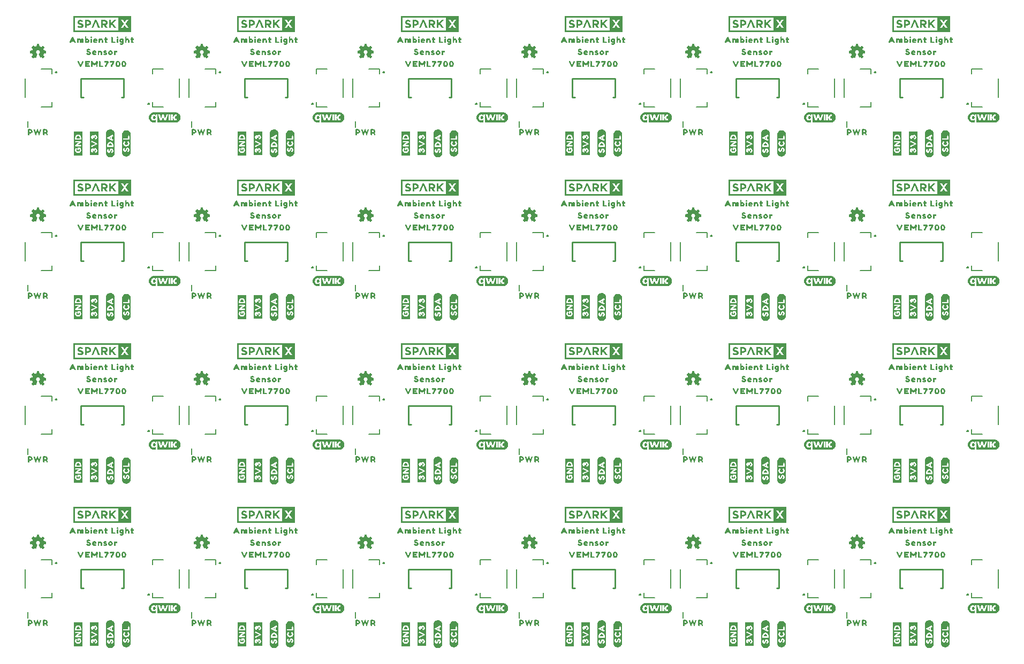
<source format=gto>
G04 EAGLE Gerber RS-274X export*
G75*
%MOMM*%
%FSLAX34Y34*%
%LPD*%
%INSilkscreen Top*%
%IPPOS*%
%AMOC8*
5,1,8,0,0,1.08239X$1,22.5*%
G01*
%ADD10C,0.203200*%
%ADD11C,0.254000*%

G36*
X1468167Y993171D02*
X1468167Y993171D01*
X1468162Y993179D01*
X1468169Y993185D01*
X1468169Y1018495D01*
X1468133Y1018543D01*
X1468126Y1018537D01*
X1468120Y1018545D01*
X1376680Y1018545D01*
X1376633Y1018509D01*
X1376638Y1018501D01*
X1376631Y1018495D01*
X1376631Y993185D01*
X1376667Y993137D01*
X1376674Y993143D01*
X1376680Y993135D01*
X1468120Y993135D01*
X1468167Y993171D01*
G37*
G36*
X690927Y993171D02*
X690927Y993171D01*
X690922Y993179D01*
X690929Y993185D01*
X690929Y1018495D01*
X690893Y1018543D01*
X690886Y1018537D01*
X690880Y1018545D01*
X599440Y1018545D01*
X599393Y1018509D01*
X599398Y1018501D01*
X599391Y1018495D01*
X599391Y993185D01*
X599427Y993137D01*
X599434Y993143D01*
X599440Y993135D01*
X690880Y993135D01*
X690927Y993171D01*
G37*
G36*
X172767Y993171D02*
X172767Y993171D01*
X172762Y993179D01*
X172769Y993185D01*
X172769Y1018495D01*
X172733Y1018543D01*
X172726Y1018537D01*
X172720Y1018545D01*
X81280Y1018545D01*
X81233Y1018509D01*
X81238Y1018501D01*
X81231Y1018495D01*
X81231Y993185D01*
X81267Y993137D01*
X81274Y993143D01*
X81280Y993135D01*
X172720Y993135D01*
X172767Y993171D01*
G37*
G36*
X1209087Y993171D02*
X1209087Y993171D01*
X1209082Y993179D01*
X1209089Y993185D01*
X1209089Y1018495D01*
X1209053Y1018543D01*
X1209046Y1018537D01*
X1209040Y1018545D01*
X1117600Y1018545D01*
X1117553Y1018509D01*
X1117558Y1018501D01*
X1117551Y1018495D01*
X1117551Y993185D01*
X1117587Y993137D01*
X1117594Y993143D01*
X1117600Y993135D01*
X1209040Y993135D01*
X1209087Y993171D01*
G37*
G36*
X950007Y993171D02*
X950007Y993171D01*
X950002Y993179D01*
X950009Y993185D01*
X950009Y1018495D01*
X949973Y1018543D01*
X949966Y1018537D01*
X949960Y1018545D01*
X858520Y1018545D01*
X858473Y1018509D01*
X858478Y1018501D01*
X858471Y1018495D01*
X858471Y993185D01*
X858507Y993137D01*
X858514Y993143D01*
X858520Y993135D01*
X949960Y993135D01*
X950007Y993171D01*
G37*
G36*
X431847Y993171D02*
X431847Y993171D01*
X431842Y993179D01*
X431849Y993185D01*
X431849Y1018495D01*
X431813Y1018543D01*
X431806Y1018537D01*
X431800Y1018545D01*
X340360Y1018545D01*
X340313Y1018509D01*
X340318Y1018501D01*
X340311Y1018495D01*
X340311Y993185D01*
X340347Y993137D01*
X340354Y993143D01*
X340360Y993135D01*
X431800Y993135D01*
X431847Y993171D01*
G37*
G36*
X1209087Y215931D02*
X1209087Y215931D01*
X1209082Y215939D01*
X1209089Y215945D01*
X1209089Y241255D01*
X1209053Y241303D01*
X1209046Y241297D01*
X1209040Y241305D01*
X1117600Y241305D01*
X1117553Y241269D01*
X1117558Y241261D01*
X1117551Y241255D01*
X1117551Y215945D01*
X1117587Y215897D01*
X1117594Y215903D01*
X1117600Y215895D01*
X1209040Y215895D01*
X1209087Y215931D01*
G37*
G36*
X950007Y475011D02*
X950007Y475011D01*
X950002Y475019D01*
X950009Y475025D01*
X950009Y500335D01*
X949973Y500383D01*
X949966Y500377D01*
X949960Y500385D01*
X858520Y500385D01*
X858473Y500349D01*
X858478Y500341D01*
X858471Y500335D01*
X858471Y475025D01*
X858507Y474977D01*
X858514Y474983D01*
X858520Y474975D01*
X949960Y474975D01*
X950007Y475011D01*
G37*
G36*
X1209087Y734091D02*
X1209087Y734091D01*
X1209082Y734099D01*
X1209089Y734105D01*
X1209089Y759415D01*
X1209053Y759463D01*
X1209046Y759457D01*
X1209040Y759465D01*
X1117600Y759465D01*
X1117553Y759429D01*
X1117558Y759421D01*
X1117551Y759415D01*
X1117551Y734105D01*
X1117587Y734057D01*
X1117594Y734063D01*
X1117600Y734055D01*
X1209040Y734055D01*
X1209087Y734091D01*
G37*
G36*
X172767Y734091D02*
X172767Y734091D01*
X172762Y734099D01*
X172769Y734105D01*
X172769Y759415D01*
X172733Y759463D01*
X172726Y759457D01*
X172720Y759465D01*
X81280Y759465D01*
X81233Y759429D01*
X81238Y759421D01*
X81231Y759415D01*
X81231Y734105D01*
X81267Y734057D01*
X81274Y734063D01*
X81280Y734055D01*
X172720Y734055D01*
X172767Y734091D01*
G37*
G36*
X431847Y734091D02*
X431847Y734091D01*
X431842Y734099D01*
X431849Y734105D01*
X431849Y759415D01*
X431813Y759463D01*
X431806Y759457D01*
X431800Y759465D01*
X340360Y759465D01*
X340313Y759429D01*
X340318Y759421D01*
X340311Y759415D01*
X340311Y734105D01*
X340347Y734057D01*
X340354Y734063D01*
X340360Y734055D01*
X431800Y734055D01*
X431847Y734091D01*
G37*
G36*
X950007Y734091D02*
X950007Y734091D01*
X950002Y734099D01*
X950009Y734105D01*
X950009Y759415D01*
X949973Y759463D01*
X949966Y759457D01*
X949960Y759465D01*
X858520Y759465D01*
X858473Y759429D01*
X858478Y759421D01*
X858471Y759415D01*
X858471Y734105D01*
X858507Y734057D01*
X858514Y734063D01*
X858520Y734055D01*
X949960Y734055D01*
X950007Y734091D01*
G37*
G36*
X1468167Y734091D02*
X1468167Y734091D01*
X1468162Y734099D01*
X1468169Y734105D01*
X1468169Y759415D01*
X1468133Y759463D01*
X1468126Y759457D01*
X1468120Y759465D01*
X1376680Y759465D01*
X1376633Y759429D01*
X1376638Y759421D01*
X1376631Y759415D01*
X1376631Y734105D01*
X1376667Y734057D01*
X1376674Y734063D01*
X1376680Y734055D01*
X1468120Y734055D01*
X1468167Y734091D01*
G37*
G36*
X690927Y734091D02*
X690927Y734091D01*
X690922Y734099D01*
X690929Y734105D01*
X690929Y759415D01*
X690893Y759463D01*
X690886Y759457D01*
X690880Y759465D01*
X599440Y759465D01*
X599393Y759429D01*
X599398Y759421D01*
X599391Y759415D01*
X599391Y734105D01*
X599427Y734057D01*
X599434Y734063D01*
X599440Y734055D01*
X690880Y734055D01*
X690927Y734091D01*
G37*
G36*
X172733Y241303D02*
X172733Y241303D01*
X172726Y241297D01*
X172720Y241305D01*
X81280Y241305D01*
X81233Y241269D01*
X81238Y241261D01*
X81231Y241255D01*
X81231Y215945D01*
X81267Y215897D01*
X81274Y215903D01*
X81280Y215895D01*
X172720Y215895D01*
X172767Y215931D01*
X172762Y215939D01*
X172769Y215945D01*
X172769Y241255D01*
X172733Y241303D01*
G37*
G36*
X431847Y215931D02*
X431847Y215931D01*
X431842Y215939D01*
X431849Y215945D01*
X431849Y241255D01*
X431813Y241303D01*
X431806Y241297D01*
X431800Y241305D01*
X340360Y241305D01*
X340313Y241269D01*
X340318Y241261D01*
X340311Y241255D01*
X340311Y215945D01*
X340347Y215897D01*
X340354Y215903D01*
X340360Y215895D01*
X431800Y215895D01*
X431847Y215931D01*
G37*
G36*
X690927Y215931D02*
X690927Y215931D01*
X690922Y215939D01*
X690929Y215945D01*
X690929Y241255D01*
X690893Y241303D01*
X690886Y241297D01*
X690880Y241305D01*
X599440Y241305D01*
X599393Y241269D01*
X599398Y241261D01*
X599391Y241255D01*
X599391Y215945D01*
X599427Y215897D01*
X599434Y215903D01*
X599440Y215895D01*
X690880Y215895D01*
X690927Y215931D01*
G37*
G36*
X1209087Y475011D02*
X1209087Y475011D01*
X1209082Y475019D01*
X1209089Y475025D01*
X1209089Y500335D01*
X1209053Y500383D01*
X1209046Y500377D01*
X1209040Y500385D01*
X1117600Y500385D01*
X1117553Y500349D01*
X1117558Y500341D01*
X1117551Y500335D01*
X1117551Y475025D01*
X1117587Y474977D01*
X1117594Y474983D01*
X1117600Y474975D01*
X1209040Y474975D01*
X1209087Y475011D01*
G37*
G36*
X690927Y475011D02*
X690927Y475011D01*
X690922Y475019D01*
X690929Y475025D01*
X690929Y500335D01*
X690893Y500383D01*
X690886Y500377D01*
X690880Y500385D01*
X599440Y500385D01*
X599393Y500349D01*
X599398Y500341D01*
X599391Y500335D01*
X599391Y475025D01*
X599427Y474977D01*
X599434Y474983D01*
X599440Y474975D01*
X690880Y474975D01*
X690927Y475011D01*
G37*
G36*
X172767Y475011D02*
X172767Y475011D01*
X172762Y475019D01*
X172769Y475025D01*
X172769Y500335D01*
X172733Y500383D01*
X172726Y500377D01*
X172720Y500385D01*
X81280Y500385D01*
X81233Y500349D01*
X81238Y500341D01*
X81231Y500335D01*
X81231Y475025D01*
X81267Y474977D01*
X81274Y474983D01*
X81280Y474975D01*
X172720Y474975D01*
X172767Y475011D01*
G37*
G36*
X1468167Y475011D02*
X1468167Y475011D01*
X1468162Y475019D01*
X1468169Y475025D01*
X1468169Y500335D01*
X1468133Y500383D01*
X1468126Y500377D01*
X1468120Y500385D01*
X1376680Y500385D01*
X1376633Y500349D01*
X1376638Y500341D01*
X1376631Y500335D01*
X1376631Y475025D01*
X1376667Y474977D01*
X1376674Y474983D01*
X1376680Y474975D01*
X1468120Y474975D01*
X1468167Y475011D01*
G37*
G36*
X950007Y215931D02*
X950007Y215931D01*
X950002Y215939D01*
X950009Y215945D01*
X950009Y241255D01*
X949973Y241303D01*
X949966Y241297D01*
X949960Y241305D01*
X858520Y241305D01*
X858473Y241269D01*
X858478Y241261D01*
X858471Y241255D01*
X858471Y215945D01*
X858507Y215897D01*
X858514Y215903D01*
X858520Y215895D01*
X949960Y215895D01*
X950007Y215931D01*
G37*
G36*
X1468167Y215931D02*
X1468167Y215931D01*
X1468162Y215939D01*
X1468169Y215945D01*
X1468169Y241255D01*
X1468133Y241303D01*
X1468126Y241297D01*
X1468120Y241305D01*
X1376680Y241305D01*
X1376633Y241269D01*
X1376638Y241261D01*
X1376631Y241255D01*
X1376631Y215945D01*
X1376667Y215897D01*
X1376674Y215903D01*
X1376680Y215895D01*
X1468120Y215895D01*
X1468167Y215931D01*
G37*
G36*
X431847Y475011D02*
X431847Y475011D01*
X431842Y475019D01*
X431849Y475025D01*
X431849Y500335D01*
X431813Y500383D01*
X431806Y500377D01*
X431800Y500385D01*
X340360Y500385D01*
X340313Y500349D01*
X340318Y500341D01*
X340311Y500335D01*
X340311Y475025D01*
X340347Y474977D01*
X340354Y474983D01*
X340360Y474975D01*
X431800Y474975D01*
X431847Y475011D01*
G37*
%LPC*%
G36*
X1379079Y995584D02*
X1379079Y995584D01*
X1379079Y1016096D01*
X1447643Y1016096D01*
X1447643Y995584D01*
X1379079Y995584D01*
G37*
%LPD*%
%LPC*%
G36*
X601839Y995584D02*
X601839Y995584D01*
X601839Y1016096D01*
X670403Y1016096D01*
X670403Y995584D01*
X601839Y995584D01*
G37*
%LPD*%
%LPC*%
G36*
X860919Y995584D02*
X860919Y995584D01*
X860919Y1016096D01*
X929483Y1016096D01*
X929483Y995584D01*
X860919Y995584D01*
G37*
%LPD*%
%LPC*%
G36*
X1119999Y995584D02*
X1119999Y995584D01*
X1119999Y1016096D01*
X1188563Y1016096D01*
X1188563Y995584D01*
X1119999Y995584D01*
G37*
%LPD*%
%LPC*%
G36*
X342759Y995584D02*
X342759Y995584D01*
X342759Y1016096D01*
X411323Y1016096D01*
X411323Y995584D01*
X342759Y995584D01*
G37*
%LPD*%
%LPC*%
G36*
X83679Y995584D02*
X83679Y995584D01*
X83679Y1016096D01*
X152243Y1016096D01*
X152243Y995584D01*
X83679Y995584D01*
G37*
%LPD*%
%LPC*%
G36*
X601839Y736504D02*
X601839Y736504D01*
X601839Y757016D01*
X670403Y757016D01*
X670403Y736504D01*
X601839Y736504D01*
G37*
%LPD*%
%LPC*%
G36*
X83679Y477424D02*
X83679Y477424D01*
X83679Y497936D01*
X152243Y497936D01*
X152243Y477424D01*
X83679Y477424D01*
G37*
%LPD*%
%LPC*%
G36*
X860919Y477424D02*
X860919Y477424D01*
X860919Y497936D01*
X929483Y497936D01*
X929483Y477424D01*
X860919Y477424D01*
G37*
%LPD*%
%LPC*%
G36*
X1379079Y736504D02*
X1379079Y736504D01*
X1379079Y757016D01*
X1447643Y757016D01*
X1447643Y736504D01*
X1379079Y736504D01*
G37*
%LPD*%
%LPC*%
G36*
X83679Y736504D02*
X83679Y736504D01*
X83679Y757016D01*
X152243Y757016D01*
X152243Y736504D01*
X83679Y736504D01*
G37*
%LPD*%
%LPC*%
G36*
X342759Y736504D02*
X342759Y736504D01*
X342759Y757016D01*
X411323Y757016D01*
X411323Y736504D01*
X342759Y736504D01*
G37*
%LPD*%
%LPC*%
G36*
X1119999Y736504D02*
X1119999Y736504D01*
X1119999Y757016D01*
X1188563Y757016D01*
X1188563Y736504D01*
X1119999Y736504D01*
G37*
%LPD*%
%LPC*%
G36*
X860919Y736504D02*
X860919Y736504D01*
X860919Y757016D01*
X929483Y757016D01*
X929483Y736504D01*
X860919Y736504D01*
G37*
%LPD*%
%LPC*%
G36*
X342759Y218344D02*
X342759Y218344D01*
X342759Y238856D01*
X411323Y238856D01*
X411323Y218344D01*
X342759Y218344D01*
G37*
%LPD*%
%LPC*%
G36*
X1119999Y477424D02*
X1119999Y477424D01*
X1119999Y497936D01*
X1188563Y497936D01*
X1188563Y477424D01*
X1119999Y477424D01*
G37*
%LPD*%
%LPC*%
G36*
X601839Y477424D02*
X601839Y477424D01*
X601839Y497936D01*
X670403Y497936D01*
X670403Y477424D01*
X601839Y477424D01*
G37*
%LPD*%
%LPC*%
G36*
X1379079Y477424D02*
X1379079Y477424D01*
X1379079Y497936D01*
X1447643Y497936D01*
X1447643Y477424D01*
X1379079Y477424D01*
G37*
%LPD*%
%LPC*%
G36*
X1119999Y218344D02*
X1119999Y218344D01*
X1119999Y238856D01*
X1188563Y238856D01*
X1188563Y218344D01*
X1119999Y218344D01*
G37*
%LPD*%
%LPC*%
G36*
X83679Y218344D02*
X83679Y218344D01*
X83679Y238856D01*
X152243Y238856D01*
X152243Y218344D01*
X83679Y218344D01*
G37*
%LPD*%
%LPC*%
G36*
X1379079Y218344D02*
X1379079Y218344D01*
X1379079Y238856D01*
X1447643Y238856D01*
X1447643Y218344D01*
X1379079Y218344D01*
G37*
%LPD*%
%LPC*%
G36*
X601839Y218344D02*
X601839Y218344D01*
X601839Y238856D01*
X670403Y238856D01*
X670403Y218344D01*
X601839Y218344D01*
G37*
%LPD*%
%LPC*%
G36*
X860919Y218344D02*
X860919Y218344D01*
X860919Y238856D01*
X929483Y238856D01*
X929483Y218344D01*
X860919Y218344D01*
G37*
%LPD*%
%LPC*%
G36*
X342759Y477424D02*
X342759Y477424D01*
X342759Y497936D01*
X411323Y497936D01*
X411323Y477424D01*
X342759Y477424D01*
G37*
%LPD*%
G36*
X214887Y590478D02*
X214887Y590478D01*
X242384Y590478D01*
X242386Y590479D01*
X242388Y590478D01*
X242915Y590511D01*
X242916Y590511D01*
X242918Y590511D01*
X243970Y590617D01*
X243972Y590619D01*
X243976Y590618D01*
X244492Y590725D01*
X244494Y590727D01*
X244497Y590726D01*
X245508Y591040D01*
X245509Y591042D01*
X245513Y591042D01*
X245998Y591247D01*
X246000Y591249D01*
X246004Y591249D01*
X246933Y591754D01*
X246935Y591757D01*
X246939Y591757D01*
X247373Y592055D01*
X247374Y592058D01*
X247377Y592059D01*
X248193Y592732D01*
X248194Y592735D01*
X248198Y592737D01*
X248563Y593116D01*
X248564Y593118D01*
X248566Y593120D01*
X249239Y593935D01*
X249240Y593939D01*
X249244Y593942D01*
X249525Y594387D01*
X249525Y594389D01*
X249527Y594391D01*
X250032Y595320D01*
X250031Y595324D01*
X250035Y595328D01*
X250221Y595821D01*
X250220Y595823D01*
X250222Y595825D01*
X250536Y596835D01*
X250535Y596839D01*
X250538Y596843D01*
X250623Y597363D01*
X250622Y597364D01*
X250624Y597367D01*
X250730Y598419D01*
X250728Y598422D01*
X250730Y598426D01*
X250722Y598952D01*
X250720Y598954D01*
X250721Y598958D01*
X250615Y600010D01*
X250613Y600012D01*
X250614Y600016D01*
X250512Y600532D01*
X250510Y600534D01*
X250510Y600538D01*
X250197Y601548D01*
X250194Y601550D01*
X250195Y601554D01*
X249993Y602040D01*
X249991Y602042D01*
X249991Y602046D01*
X249486Y602975D01*
X249484Y602977D01*
X249483Y602981D01*
X249188Y603417D01*
X249186Y603418D01*
X249185Y603422D01*
X248512Y604237D01*
X248509Y604238D01*
X248507Y604242D01*
X248130Y604610D01*
X248128Y604611D01*
X248127Y604614D01*
X247311Y605287D01*
X247307Y605287D01*
X247305Y605291D01*
X246861Y605575D01*
X246859Y605575D01*
X246858Y605578D01*
X245928Y606082D01*
X245924Y606082D01*
X245921Y606086D01*
X245429Y606275D01*
X245427Y606275D01*
X245425Y606276D01*
X244415Y606590D01*
X244412Y606589D01*
X244407Y606592D01*
X243889Y606682D01*
X243887Y606681D01*
X243884Y606682D01*
X242832Y606788D01*
X242591Y606813D01*
X242588Y606811D01*
X242585Y606813D01*
X209269Y606813D01*
X208740Y606808D01*
X208738Y606806D01*
X208735Y606807D01*
X207156Y606648D01*
X207152Y606645D01*
X207144Y606646D01*
X205629Y606176D01*
X205625Y606171D01*
X205617Y606171D01*
X204224Y605414D01*
X204221Y605409D01*
X204214Y605407D01*
X202996Y604391D01*
X202994Y604386D01*
X202987Y604382D01*
X201989Y603151D01*
X201989Y603146D01*
X201983Y603141D01*
X201478Y602212D01*
X201479Y602211D01*
X201477Y602210D01*
X201242Y601738D01*
X201243Y601733D01*
X201238Y601728D01*
X200925Y600718D01*
X200925Y600717D01*
X200924Y600716D01*
X200785Y600208D01*
X200786Y600203D01*
X200783Y600197D01*
X200630Y598619D01*
X200633Y598614D01*
X200630Y598606D01*
X200790Y597028D01*
X200793Y597024D01*
X200792Y597016D01*
X201258Y595500D01*
X201262Y595496D01*
X201263Y595488D01*
X202014Y594092D01*
X202019Y594089D01*
X202021Y594082D01*
X202084Y594006D01*
X202291Y593755D01*
X202292Y593755D01*
X202499Y593504D01*
X202707Y593253D01*
X202915Y593002D01*
X203032Y592860D01*
X203038Y592858D01*
X203041Y592851D01*
X204271Y591850D01*
X204276Y591850D01*
X204281Y591844D01*
X205681Y591100D01*
X205686Y591101D01*
X205692Y591095D01*
X207210Y590638D01*
X207215Y590640D01*
X207222Y590636D01*
X208800Y590478D01*
X208803Y590479D01*
X208806Y590478D01*
X211303Y590478D01*
X211322Y590490D01*
X211345Y590494D01*
X211351Y590509D01*
X211360Y590514D01*
X211358Y590525D01*
X211365Y590541D01*
X211364Y590690D01*
X211364Y595073D01*
X211357Y595084D01*
X211359Y595097D01*
X211340Y595110D01*
X211327Y595130D01*
X211314Y595128D01*
X211303Y595136D01*
X211269Y595122D01*
X211260Y595120D01*
X211258Y595117D01*
X211255Y595116D01*
X211033Y594877D01*
X210652Y594523D01*
X210219Y594239D01*
X209747Y594026D01*
X209245Y593900D01*
X208729Y593843D01*
X208208Y593864D01*
X207689Y593913D01*
X207187Y594050D01*
X206696Y594220D01*
X206243Y594474D01*
X205826Y594782D01*
X205439Y595128D01*
X205131Y595547D01*
X204854Y595987D01*
X204639Y596462D01*
X204479Y596957D01*
X204354Y597464D01*
X204255Y598506D01*
X204320Y599550D01*
X204435Y600059D01*
X204568Y600564D01*
X204784Y601037D01*
X205038Y601492D01*
X205344Y601912D01*
X205716Y602273D01*
X206119Y602598D01*
X206573Y602851D01*
X207057Y603039D01*
X207554Y603190D01*
X208595Y603270D01*
X209112Y603221D01*
X209618Y603106D01*
X210100Y602916D01*
X210542Y602647D01*
X210943Y602314D01*
X211258Y602019D01*
X211269Y602017D01*
X211275Y602008D01*
X211300Y602012D01*
X211325Y602007D01*
X211331Y602016D01*
X211342Y602018D01*
X211361Y602059D01*
X211364Y602063D01*
X211363Y602064D01*
X211364Y602065D01*
X211364Y603120D01*
X211368Y603173D01*
X214313Y603173D01*
X214313Y590533D01*
X214325Y590514D01*
X214329Y590491D01*
X214344Y590485D01*
X214349Y590476D01*
X214360Y590478D01*
X214376Y590471D01*
X214887Y590478D01*
G37*
G36*
X992127Y331398D02*
X992127Y331398D01*
X1019624Y331398D01*
X1019626Y331399D01*
X1019628Y331398D01*
X1020155Y331431D01*
X1020156Y331431D01*
X1020158Y331431D01*
X1021210Y331537D01*
X1021212Y331539D01*
X1021216Y331538D01*
X1021732Y331645D01*
X1021734Y331647D01*
X1021737Y331646D01*
X1022748Y331960D01*
X1022749Y331962D01*
X1022753Y331962D01*
X1023238Y332167D01*
X1023240Y332169D01*
X1023244Y332169D01*
X1024173Y332674D01*
X1024175Y332677D01*
X1024179Y332677D01*
X1024613Y332975D01*
X1024614Y332978D01*
X1024617Y332979D01*
X1025433Y333652D01*
X1025434Y333655D01*
X1025438Y333657D01*
X1025803Y334036D01*
X1025804Y334038D01*
X1025806Y334040D01*
X1026479Y334855D01*
X1026480Y334859D01*
X1026484Y334862D01*
X1026765Y335307D01*
X1026765Y335309D01*
X1026767Y335311D01*
X1027272Y336240D01*
X1027271Y336244D01*
X1027275Y336248D01*
X1027461Y336741D01*
X1027460Y336743D01*
X1027462Y336745D01*
X1027776Y337755D01*
X1027775Y337759D01*
X1027778Y337763D01*
X1027863Y338283D01*
X1027862Y338284D01*
X1027864Y338287D01*
X1027970Y339339D01*
X1027968Y339342D01*
X1027970Y339346D01*
X1027962Y339872D01*
X1027960Y339874D01*
X1027961Y339878D01*
X1027855Y340930D01*
X1027853Y340932D01*
X1027854Y340936D01*
X1027752Y341452D01*
X1027750Y341454D01*
X1027750Y341458D01*
X1027437Y342468D01*
X1027434Y342470D01*
X1027435Y342474D01*
X1027233Y342960D01*
X1027231Y342962D01*
X1027231Y342966D01*
X1026726Y343895D01*
X1026724Y343897D01*
X1026723Y343901D01*
X1026428Y344337D01*
X1026426Y344338D01*
X1026425Y344342D01*
X1025752Y345157D01*
X1025749Y345158D01*
X1025747Y345162D01*
X1025370Y345530D01*
X1025368Y345531D01*
X1025367Y345534D01*
X1024551Y346207D01*
X1024547Y346207D01*
X1024545Y346211D01*
X1024101Y346495D01*
X1024099Y346495D01*
X1024098Y346498D01*
X1023168Y347002D01*
X1023164Y347002D01*
X1023161Y347006D01*
X1022669Y347195D01*
X1022667Y347195D01*
X1022665Y347196D01*
X1021655Y347510D01*
X1021652Y347509D01*
X1021647Y347512D01*
X1021129Y347602D01*
X1021127Y347601D01*
X1021124Y347602D01*
X1020072Y347708D01*
X1019831Y347733D01*
X1019828Y347731D01*
X1019825Y347733D01*
X986509Y347733D01*
X985980Y347728D01*
X985978Y347726D01*
X985975Y347727D01*
X984396Y347568D01*
X984392Y347565D01*
X984384Y347566D01*
X982869Y347096D01*
X982865Y347091D01*
X982857Y347091D01*
X981464Y346334D01*
X981461Y346329D01*
X981454Y346327D01*
X980236Y345311D01*
X980234Y345306D01*
X980227Y345302D01*
X979229Y344071D01*
X979229Y344066D01*
X979223Y344061D01*
X978718Y343132D01*
X978719Y343131D01*
X978717Y343130D01*
X978482Y342658D01*
X978483Y342653D01*
X978478Y342648D01*
X978165Y341638D01*
X978165Y341637D01*
X978164Y341636D01*
X978025Y341128D01*
X978026Y341123D01*
X978023Y341117D01*
X977870Y339539D01*
X977873Y339534D01*
X977870Y339526D01*
X978030Y337948D01*
X978033Y337944D01*
X978032Y337936D01*
X978498Y336420D01*
X978502Y336416D01*
X978503Y336408D01*
X979254Y335012D01*
X979259Y335009D01*
X979261Y335002D01*
X979324Y334926D01*
X979531Y334675D01*
X979532Y334675D01*
X979739Y334424D01*
X979947Y334173D01*
X980155Y333922D01*
X980272Y333780D01*
X980278Y333778D01*
X980281Y333771D01*
X981511Y332770D01*
X981516Y332770D01*
X981521Y332764D01*
X982921Y332020D01*
X982926Y332021D01*
X982932Y332015D01*
X984450Y331558D01*
X984455Y331560D01*
X984462Y331556D01*
X986040Y331398D01*
X986043Y331399D01*
X986046Y331398D01*
X988543Y331398D01*
X988562Y331410D01*
X988585Y331414D01*
X988591Y331429D01*
X988600Y331434D01*
X988598Y331445D01*
X988605Y331461D01*
X988604Y331610D01*
X988604Y335993D01*
X988597Y336004D01*
X988599Y336017D01*
X988580Y336030D01*
X988567Y336050D01*
X988554Y336048D01*
X988543Y336056D01*
X988509Y336042D01*
X988500Y336040D01*
X988498Y336037D01*
X988495Y336036D01*
X988273Y335797D01*
X987892Y335443D01*
X987459Y335159D01*
X986987Y334946D01*
X986485Y334820D01*
X985969Y334763D01*
X985448Y334784D01*
X984929Y334833D01*
X984427Y334970D01*
X983936Y335140D01*
X983483Y335394D01*
X983066Y335702D01*
X982679Y336048D01*
X982371Y336467D01*
X982094Y336907D01*
X981879Y337382D01*
X981719Y337877D01*
X981594Y338384D01*
X981495Y339426D01*
X981560Y340470D01*
X981675Y340979D01*
X981808Y341484D01*
X982024Y341957D01*
X982278Y342412D01*
X982584Y342832D01*
X982956Y343193D01*
X983359Y343518D01*
X983813Y343771D01*
X984297Y343959D01*
X984794Y344110D01*
X985835Y344190D01*
X986352Y344141D01*
X986858Y344026D01*
X987340Y343836D01*
X987782Y343567D01*
X988183Y343234D01*
X988498Y342939D01*
X988509Y342937D01*
X988515Y342928D01*
X988540Y342932D01*
X988565Y342927D01*
X988571Y342936D01*
X988582Y342938D01*
X988601Y342979D01*
X988604Y342983D01*
X988603Y342984D01*
X988604Y342985D01*
X988604Y344040D01*
X988608Y344093D01*
X991553Y344093D01*
X991553Y331453D01*
X991565Y331434D01*
X991569Y331411D01*
X991584Y331405D01*
X991589Y331396D01*
X991600Y331398D01*
X991616Y331391D01*
X992127Y331398D01*
G37*
G36*
X1510287Y590478D02*
X1510287Y590478D01*
X1537784Y590478D01*
X1537786Y590479D01*
X1537788Y590478D01*
X1538315Y590511D01*
X1538316Y590511D01*
X1538318Y590511D01*
X1539370Y590617D01*
X1539372Y590619D01*
X1539376Y590618D01*
X1539892Y590725D01*
X1539894Y590727D01*
X1539897Y590726D01*
X1540908Y591040D01*
X1540909Y591042D01*
X1540913Y591042D01*
X1541398Y591247D01*
X1541400Y591249D01*
X1541404Y591249D01*
X1542333Y591754D01*
X1542335Y591757D01*
X1542339Y591757D01*
X1542773Y592055D01*
X1542774Y592058D01*
X1542777Y592059D01*
X1543593Y592732D01*
X1543594Y592735D01*
X1543598Y592737D01*
X1543963Y593116D01*
X1543964Y593118D01*
X1543966Y593120D01*
X1544639Y593935D01*
X1544640Y593939D01*
X1544644Y593942D01*
X1544925Y594387D01*
X1544925Y594389D01*
X1544927Y594391D01*
X1545432Y595320D01*
X1545431Y595324D01*
X1545435Y595328D01*
X1545621Y595821D01*
X1545620Y595823D01*
X1545622Y595825D01*
X1545936Y596835D01*
X1545935Y596839D01*
X1545938Y596843D01*
X1546023Y597363D01*
X1546022Y597364D01*
X1546024Y597367D01*
X1546130Y598419D01*
X1546128Y598422D01*
X1546130Y598426D01*
X1546122Y598952D01*
X1546120Y598954D01*
X1546121Y598958D01*
X1546015Y600010D01*
X1546013Y600012D01*
X1546014Y600016D01*
X1545912Y600532D01*
X1545910Y600534D01*
X1545910Y600538D01*
X1545597Y601548D01*
X1545594Y601550D01*
X1545595Y601554D01*
X1545393Y602040D01*
X1545391Y602042D01*
X1545391Y602046D01*
X1544886Y602975D01*
X1544884Y602977D01*
X1544883Y602981D01*
X1544588Y603417D01*
X1544586Y603418D01*
X1544585Y603422D01*
X1543912Y604237D01*
X1543909Y604238D01*
X1543907Y604242D01*
X1543530Y604610D01*
X1543528Y604611D01*
X1543527Y604614D01*
X1542711Y605287D01*
X1542707Y605287D01*
X1542705Y605291D01*
X1542261Y605575D01*
X1542259Y605575D01*
X1542258Y605578D01*
X1541328Y606082D01*
X1541324Y606082D01*
X1541321Y606086D01*
X1540829Y606275D01*
X1540827Y606275D01*
X1540825Y606276D01*
X1539815Y606590D01*
X1539812Y606589D01*
X1539807Y606592D01*
X1539289Y606682D01*
X1539287Y606681D01*
X1539284Y606682D01*
X1538232Y606788D01*
X1537991Y606813D01*
X1537988Y606811D01*
X1537985Y606813D01*
X1504669Y606813D01*
X1504140Y606808D01*
X1504138Y606806D01*
X1504135Y606807D01*
X1502556Y606648D01*
X1502552Y606645D01*
X1502544Y606646D01*
X1501029Y606176D01*
X1501025Y606171D01*
X1501017Y606171D01*
X1499624Y605414D01*
X1499621Y605409D01*
X1499614Y605407D01*
X1498396Y604391D01*
X1498394Y604386D01*
X1498387Y604382D01*
X1497389Y603151D01*
X1497389Y603146D01*
X1497383Y603141D01*
X1496878Y602212D01*
X1496879Y602211D01*
X1496877Y602210D01*
X1496642Y601738D01*
X1496643Y601733D01*
X1496638Y601728D01*
X1496325Y600718D01*
X1496325Y600717D01*
X1496324Y600716D01*
X1496185Y600208D01*
X1496186Y600203D01*
X1496183Y600197D01*
X1496030Y598619D01*
X1496033Y598614D01*
X1496030Y598606D01*
X1496190Y597028D01*
X1496193Y597024D01*
X1496192Y597016D01*
X1496658Y595500D01*
X1496662Y595496D01*
X1496663Y595488D01*
X1497414Y594092D01*
X1497419Y594089D01*
X1497421Y594082D01*
X1497484Y594006D01*
X1497691Y593755D01*
X1497692Y593755D01*
X1497899Y593504D01*
X1498107Y593253D01*
X1498315Y593002D01*
X1498432Y592860D01*
X1498438Y592858D01*
X1498441Y592851D01*
X1499671Y591850D01*
X1499676Y591850D01*
X1499681Y591844D01*
X1501081Y591100D01*
X1501086Y591101D01*
X1501092Y591095D01*
X1502610Y590638D01*
X1502615Y590640D01*
X1502622Y590636D01*
X1504200Y590478D01*
X1504203Y590479D01*
X1504206Y590478D01*
X1506703Y590478D01*
X1506722Y590490D01*
X1506745Y590494D01*
X1506751Y590509D01*
X1506760Y590514D01*
X1506758Y590525D01*
X1506765Y590541D01*
X1506764Y590690D01*
X1506764Y595073D01*
X1506757Y595084D01*
X1506759Y595097D01*
X1506740Y595110D01*
X1506727Y595130D01*
X1506714Y595128D01*
X1506703Y595136D01*
X1506669Y595122D01*
X1506660Y595120D01*
X1506658Y595117D01*
X1506655Y595116D01*
X1506433Y594877D01*
X1506052Y594523D01*
X1505619Y594239D01*
X1505147Y594026D01*
X1504645Y593900D01*
X1504129Y593843D01*
X1503608Y593864D01*
X1503089Y593913D01*
X1502587Y594050D01*
X1502096Y594220D01*
X1501643Y594474D01*
X1501226Y594782D01*
X1500839Y595128D01*
X1500531Y595547D01*
X1500254Y595987D01*
X1500039Y596462D01*
X1499879Y596957D01*
X1499754Y597464D01*
X1499655Y598506D01*
X1499720Y599550D01*
X1499835Y600059D01*
X1499968Y600564D01*
X1500184Y601037D01*
X1500438Y601492D01*
X1500744Y601912D01*
X1501116Y602273D01*
X1501519Y602598D01*
X1501973Y602851D01*
X1502457Y603039D01*
X1502954Y603190D01*
X1503995Y603270D01*
X1504512Y603221D01*
X1505018Y603106D01*
X1505500Y602916D01*
X1505942Y602647D01*
X1506343Y602314D01*
X1506658Y602019D01*
X1506669Y602017D01*
X1506675Y602008D01*
X1506700Y602012D01*
X1506725Y602007D01*
X1506731Y602016D01*
X1506742Y602018D01*
X1506761Y602059D01*
X1506764Y602063D01*
X1506763Y602064D01*
X1506764Y602065D01*
X1506764Y603120D01*
X1506768Y603173D01*
X1509713Y603173D01*
X1509713Y590533D01*
X1509725Y590514D01*
X1509729Y590491D01*
X1509744Y590485D01*
X1509749Y590476D01*
X1509760Y590478D01*
X1509776Y590471D01*
X1510287Y590478D01*
G37*
G36*
X992127Y590478D02*
X992127Y590478D01*
X1019624Y590478D01*
X1019626Y590479D01*
X1019628Y590478D01*
X1020155Y590511D01*
X1020156Y590511D01*
X1020158Y590511D01*
X1021210Y590617D01*
X1021212Y590619D01*
X1021216Y590618D01*
X1021732Y590725D01*
X1021734Y590727D01*
X1021737Y590726D01*
X1022748Y591040D01*
X1022749Y591042D01*
X1022753Y591042D01*
X1023238Y591247D01*
X1023240Y591249D01*
X1023244Y591249D01*
X1024173Y591754D01*
X1024175Y591757D01*
X1024179Y591757D01*
X1024613Y592055D01*
X1024614Y592058D01*
X1024617Y592059D01*
X1025433Y592732D01*
X1025434Y592735D01*
X1025438Y592737D01*
X1025803Y593116D01*
X1025804Y593118D01*
X1025806Y593120D01*
X1026479Y593935D01*
X1026480Y593939D01*
X1026484Y593942D01*
X1026765Y594387D01*
X1026765Y594389D01*
X1026767Y594391D01*
X1027272Y595320D01*
X1027271Y595324D01*
X1027275Y595328D01*
X1027461Y595821D01*
X1027460Y595823D01*
X1027462Y595825D01*
X1027776Y596835D01*
X1027775Y596839D01*
X1027778Y596843D01*
X1027863Y597363D01*
X1027862Y597364D01*
X1027864Y597367D01*
X1027970Y598419D01*
X1027968Y598422D01*
X1027970Y598426D01*
X1027962Y598952D01*
X1027960Y598954D01*
X1027961Y598958D01*
X1027855Y600010D01*
X1027853Y600012D01*
X1027854Y600016D01*
X1027752Y600532D01*
X1027750Y600534D01*
X1027750Y600538D01*
X1027437Y601548D01*
X1027434Y601550D01*
X1027435Y601554D01*
X1027233Y602040D01*
X1027231Y602042D01*
X1027231Y602046D01*
X1026726Y602975D01*
X1026724Y602977D01*
X1026723Y602981D01*
X1026428Y603417D01*
X1026426Y603418D01*
X1026425Y603422D01*
X1025752Y604237D01*
X1025749Y604238D01*
X1025747Y604242D01*
X1025370Y604610D01*
X1025368Y604611D01*
X1025367Y604614D01*
X1024551Y605287D01*
X1024547Y605287D01*
X1024545Y605291D01*
X1024101Y605575D01*
X1024099Y605575D01*
X1024098Y605578D01*
X1023168Y606082D01*
X1023164Y606082D01*
X1023161Y606086D01*
X1022669Y606275D01*
X1022667Y606275D01*
X1022665Y606276D01*
X1021655Y606590D01*
X1021652Y606589D01*
X1021647Y606592D01*
X1021129Y606682D01*
X1021127Y606681D01*
X1021124Y606682D01*
X1020072Y606788D01*
X1019831Y606813D01*
X1019828Y606811D01*
X1019825Y606813D01*
X986509Y606813D01*
X985980Y606808D01*
X985978Y606806D01*
X985975Y606807D01*
X984396Y606648D01*
X984392Y606645D01*
X984384Y606646D01*
X982869Y606176D01*
X982865Y606171D01*
X982857Y606171D01*
X981464Y605414D01*
X981461Y605409D01*
X981454Y605407D01*
X980236Y604391D01*
X980234Y604386D01*
X980227Y604382D01*
X979229Y603151D01*
X979229Y603146D01*
X979223Y603141D01*
X978718Y602212D01*
X978719Y602211D01*
X978717Y602210D01*
X978482Y601738D01*
X978483Y601733D01*
X978478Y601728D01*
X978165Y600718D01*
X978165Y600717D01*
X978164Y600716D01*
X978025Y600208D01*
X978026Y600203D01*
X978023Y600197D01*
X977870Y598619D01*
X977873Y598614D01*
X977870Y598606D01*
X978030Y597028D01*
X978033Y597024D01*
X978032Y597016D01*
X978498Y595500D01*
X978502Y595496D01*
X978503Y595488D01*
X979254Y594092D01*
X979259Y594089D01*
X979261Y594082D01*
X979324Y594006D01*
X979531Y593755D01*
X979532Y593755D01*
X979739Y593504D01*
X979947Y593253D01*
X980155Y593002D01*
X980272Y592860D01*
X980278Y592858D01*
X980281Y592851D01*
X981511Y591850D01*
X981516Y591850D01*
X981521Y591844D01*
X982921Y591100D01*
X982926Y591101D01*
X982932Y591095D01*
X984450Y590638D01*
X984455Y590640D01*
X984462Y590636D01*
X986040Y590478D01*
X986043Y590479D01*
X986046Y590478D01*
X988543Y590478D01*
X988562Y590490D01*
X988585Y590494D01*
X988591Y590509D01*
X988600Y590514D01*
X988598Y590525D01*
X988605Y590541D01*
X988604Y590690D01*
X988604Y595073D01*
X988597Y595084D01*
X988599Y595097D01*
X988580Y595110D01*
X988567Y595130D01*
X988554Y595128D01*
X988543Y595136D01*
X988509Y595122D01*
X988500Y595120D01*
X988498Y595117D01*
X988495Y595116D01*
X988273Y594877D01*
X987892Y594523D01*
X987459Y594239D01*
X986987Y594026D01*
X986485Y593900D01*
X985969Y593843D01*
X985448Y593864D01*
X984929Y593913D01*
X984427Y594050D01*
X983936Y594220D01*
X983483Y594474D01*
X983066Y594782D01*
X982679Y595128D01*
X982371Y595547D01*
X982094Y595987D01*
X981879Y596462D01*
X981719Y596957D01*
X981594Y597464D01*
X981495Y598506D01*
X981560Y599550D01*
X981675Y600059D01*
X981808Y600564D01*
X982024Y601037D01*
X982278Y601492D01*
X982584Y601912D01*
X982956Y602273D01*
X983359Y602598D01*
X983813Y602851D01*
X984297Y603039D01*
X984794Y603190D01*
X985835Y603270D01*
X986352Y603221D01*
X986858Y603106D01*
X987340Y602916D01*
X987782Y602647D01*
X988183Y602314D01*
X988498Y602019D01*
X988509Y602017D01*
X988515Y602008D01*
X988540Y602012D01*
X988565Y602007D01*
X988571Y602016D01*
X988582Y602018D01*
X988601Y602059D01*
X988604Y602063D01*
X988603Y602064D01*
X988604Y602065D01*
X988604Y603120D01*
X988608Y603173D01*
X991553Y603173D01*
X991553Y590533D01*
X991565Y590514D01*
X991569Y590491D01*
X991584Y590485D01*
X991589Y590476D01*
X991600Y590478D01*
X991616Y590471D01*
X992127Y590478D01*
G37*
G36*
X733047Y590478D02*
X733047Y590478D01*
X760544Y590478D01*
X760546Y590479D01*
X760548Y590478D01*
X761075Y590511D01*
X761076Y590511D01*
X761078Y590511D01*
X762130Y590617D01*
X762132Y590619D01*
X762136Y590618D01*
X762652Y590725D01*
X762654Y590727D01*
X762657Y590726D01*
X763668Y591040D01*
X763669Y591042D01*
X763673Y591042D01*
X764158Y591247D01*
X764160Y591249D01*
X764164Y591249D01*
X765093Y591754D01*
X765095Y591757D01*
X765099Y591757D01*
X765533Y592055D01*
X765534Y592058D01*
X765537Y592059D01*
X766353Y592732D01*
X766354Y592735D01*
X766358Y592737D01*
X766723Y593116D01*
X766724Y593118D01*
X766726Y593120D01*
X767399Y593935D01*
X767400Y593939D01*
X767404Y593942D01*
X767685Y594387D01*
X767685Y594389D01*
X767687Y594391D01*
X768192Y595320D01*
X768191Y595324D01*
X768195Y595328D01*
X768381Y595821D01*
X768380Y595823D01*
X768382Y595825D01*
X768696Y596835D01*
X768695Y596839D01*
X768698Y596843D01*
X768783Y597363D01*
X768782Y597364D01*
X768784Y597367D01*
X768890Y598419D01*
X768888Y598422D01*
X768890Y598426D01*
X768882Y598952D01*
X768880Y598954D01*
X768881Y598958D01*
X768775Y600010D01*
X768773Y600012D01*
X768774Y600016D01*
X768672Y600532D01*
X768670Y600534D01*
X768670Y600538D01*
X768357Y601548D01*
X768354Y601550D01*
X768355Y601554D01*
X768153Y602040D01*
X768151Y602042D01*
X768151Y602046D01*
X767646Y602975D01*
X767644Y602977D01*
X767643Y602981D01*
X767348Y603417D01*
X767346Y603418D01*
X767345Y603422D01*
X766672Y604237D01*
X766669Y604238D01*
X766667Y604242D01*
X766290Y604610D01*
X766288Y604611D01*
X766287Y604614D01*
X765471Y605287D01*
X765467Y605287D01*
X765465Y605291D01*
X765021Y605575D01*
X765019Y605575D01*
X765018Y605578D01*
X764088Y606082D01*
X764084Y606082D01*
X764081Y606086D01*
X763589Y606275D01*
X763587Y606275D01*
X763585Y606276D01*
X762575Y606590D01*
X762572Y606589D01*
X762567Y606592D01*
X762049Y606682D01*
X762047Y606681D01*
X762044Y606682D01*
X760992Y606788D01*
X760751Y606813D01*
X760748Y606811D01*
X760745Y606813D01*
X727429Y606813D01*
X726900Y606808D01*
X726898Y606806D01*
X726895Y606807D01*
X725316Y606648D01*
X725312Y606645D01*
X725304Y606646D01*
X723789Y606176D01*
X723785Y606171D01*
X723777Y606171D01*
X722384Y605414D01*
X722381Y605409D01*
X722374Y605407D01*
X721156Y604391D01*
X721154Y604386D01*
X721147Y604382D01*
X720149Y603151D01*
X720149Y603146D01*
X720143Y603141D01*
X719638Y602212D01*
X719639Y602211D01*
X719637Y602210D01*
X719402Y601738D01*
X719403Y601733D01*
X719398Y601728D01*
X719085Y600718D01*
X719085Y600717D01*
X719084Y600716D01*
X718945Y600208D01*
X718946Y600203D01*
X718943Y600197D01*
X718790Y598619D01*
X718793Y598614D01*
X718790Y598606D01*
X718950Y597028D01*
X718953Y597024D01*
X718952Y597016D01*
X719418Y595500D01*
X719422Y595496D01*
X719423Y595488D01*
X720174Y594092D01*
X720179Y594089D01*
X720181Y594082D01*
X720244Y594006D01*
X720451Y593755D01*
X720452Y593755D01*
X720659Y593504D01*
X720867Y593253D01*
X721075Y593002D01*
X721192Y592860D01*
X721198Y592858D01*
X721201Y592851D01*
X722431Y591850D01*
X722436Y591850D01*
X722441Y591844D01*
X723841Y591100D01*
X723846Y591101D01*
X723852Y591095D01*
X725370Y590638D01*
X725375Y590640D01*
X725382Y590636D01*
X726960Y590478D01*
X726963Y590479D01*
X726966Y590478D01*
X729463Y590478D01*
X729482Y590490D01*
X729505Y590494D01*
X729511Y590509D01*
X729520Y590514D01*
X729518Y590525D01*
X729525Y590541D01*
X729524Y590690D01*
X729524Y595073D01*
X729517Y595084D01*
X729519Y595097D01*
X729500Y595110D01*
X729487Y595130D01*
X729474Y595128D01*
X729463Y595136D01*
X729429Y595122D01*
X729420Y595120D01*
X729418Y595117D01*
X729415Y595116D01*
X729193Y594877D01*
X728812Y594523D01*
X728379Y594239D01*
X727907Y594026D01*
X727405Y593900D01*
X726889Y593843D01*
X726368Y593864D01*
X725849Y593913D01*
X725347Y594050D01*
X724856Y594220D01*
X724403Y594474D01*
X723986Y594782D01*
X723599Y595128D01*
X723291Y595547D01*
X723014Y595987D01*
X722799Y596462D01*
X722639Y596957D01*
X722514Y597464D01*
X722415Y598506D01*
X722480Y599550D01*
X722595Y600059D01*
X722728Y600564D01*
X722944Y601037D01*
X723198Y601492D01*
X723504Y601912D01*
X723876Y602273D01*
X724279Y602598D01*
X724733Y602851D01*
X725217Y603039D01*
X725714Y603190D01*
X726755Y603270D01*
X727272Y603221D01*
X727778Y603106D01*
X728260Y602916D01*
X728702Y602647D01*
X729103Y602314D01*
X729418Y602019D01*
X729429Y602017D01*
X729435Y602008D01*
X729460Y602012D01*
X729485Y602007D01*
X729491Y602016D01*
X729502Y602018D01*
X729521Y602059D01*
X729524Y602063D01*
X729523Y602064D01*
X729524Y602065D01*
X729524Y603120D01*
X729528Y603173D01*
X732473Y603173D01*
X732473Y590533D01*
X732485Y590514D01*
X732489Y590491D01*
X732504Y590485D01*
X732509Y590476D01*
X732520Y590478D01*
X732536Y590471D01*
X733047Y590478D01*
G37*
G36*
X473967Y590478D02*
X473967Y590478D01*
X501464Y590478D01*
X501466Y590479D01*
X501468Y590478D01*
X501995Y590511D01*
X501996Y590511D01*
X501998Y590511D01*
X503050Y590617D01*
X503052Y590619D01*
X503056Y590618D01*
X503572Y590725D01*
X503574Y590727D01*
X503577Y590726D01*
X504588Y591040D01*
X504589Y591042D01*
X504593Y591042D01*
X505078Y591247D01*
X505080Y591249D01*
X505084Y591249D01*
X506013Y591754D01*
X506015Y591757D01*
X506019Y591757D01*
X506453Y592055D01*
X506454Y592058D01*
X506457Y592059D01*
X507273Y592732D01*
X507274Y592735D01*
X507278Y592737D01*
X507643Y593116D01*
X507644Y593118D01*
X507646Y593120D01*
X508319Y593935D01*
X508320Y593939D01*
X508324Y593942D01*
X508605Y594387D01*
X508605Y594389D01*
X508607Y594391D01*
X509112Y595320D01*
X509111Y595324D01*
X509115Y595328D01*
X509301Y595821D01*
X509300Y595823D01*
X509302Y595825D01*
X509616Y596835D01*
X509615Y596839D01*
X509618Y596843D01*
X509703Y597363D01*
X509702Y597364D01*
X509704Y597367D01*
X509810Y598419D01*
X509808Y598422D01*
X509810Y598426D01*
X509802Y598952D01*
X509800Y598954D01*
X509801Y598958D01*
X509695Y600010D01*
X509693Y600012D01*
X509694Y600016D01*
X509592Y600532D01*
X509590Y600534D01*
X509590Y600538D01*
X509277Y601548D01*
X509274Y601550D01*
X509275Y601554D01*
X509073Y602040D01*
X509071Y602042D01*
X509071Y602046D01*
X508566Y602975D01*
X508564Y602977D01*
X508563Y602981D01*
X508268Y603417D01*
X508266Y603418D01*
X508265Y603422D01*
X507592Y604237D01*
X507589Y604238D01*
X507587Y604242D01*
X507210Y604610D01*
X507208Y604611D01*
X507207Y604614D01*
X506391Y605287D01*
X506387Y605287D01*
X506385Y605291D01*
X505941Y605575D01*
X505939Y605575D01*
X505938Y605578D01*
X505008Y606082D01*
X505004Y606082D01*
X505001Y606086D01*
X504509Y606275D01*
X504507Y606275D01*
X504505Y606276D01*
X503495Y606590D01*
X503492Y606589D01*
X503487Y606592D01*
X502969Y606682D01*
X502967Y606681D01*
X502964Y606682D01*
X501912Y606788D01*
X501671Y606813D01*
X501668Y606811D01*
X501665Y606813D01*
X468349Y606813D01*
X467820Y606808D01*
X467818Y606806D01*
X467815Y606807D01*
X466236Y606648D01*
X466232Y606645D01*
X466224Y606646D01*
X464709Y606176D01*
X464705Y606171D01*
X464697Y606171D01*
X463304Y605414D01*
X463301Y605409D01*
X463294Y605407D01*
X462076Y604391D01*
X462074Y604386D01*
X462067Y604382D01*
X461069Y603151D01*
X461069Y603146D01*
X461063Y603141D01*
X460558Y602212D01*
X460559Y602211D01*
X460557Y602210D01*
X460322Y601738D01*
X460323Y601733D01*
X460318Y601728D01*
X460005Y600718D01*
X460005Y600717D01*
X460004Y600716D01*
X459865Y600208D01*
X459866Y600203D01*
X459863Y600197D01*
X459710Y598619D01*
X459713Y598614D01*
X459710Y598606D01*
X459870Y597028D01*
X459873Y597024D01*
X459872Y597016D01*
X460338Y595500D01*
X460342Y595496D01*
X460343Y595488D01*
X461094Y594092D01*
X461099Y594089D01*
X461101Y594082D01*
X461164Y594006D01*
X461371Y593755D01*
X461372Y593755D01*
X461579Y593504D01*
X461787Y593253D01*
X461995Y593002D01*
X462112Y592860D01*
X462118Y592858D01*
X462121Y592851D01*
X463351Y591850D01*
X463356Y591850D01*
X463361Y591844D01*
X464761Y591100D01*
X464766Y591101D01*
X464772Y591095D01*
X466290Y590638D01*
X466295Y590640D01*
X466302Y590636D01*
X467880Y590478D01*
X467883Y590479D01*
X467886Y590478D01*
X470383Y590478D01*
X470402Y590490D01*
X470425Y590494D01*
X470431Y590509D01*
X470440Y590514D01*
X470438Y590525D01*
X470445Y590541D01*
X470444Y590690D01*
X470444Y595073D01*
X470437Y595084D01*
X470439Y595097D01*
X470420Y595110D01*
X470407Y595130D01*
X470394Y595128D01*
X470383Y595136D01*
X470349Y595122D01*
X470340Y595120D01*
X470338Y595117D01*
X470335Y595116D01*
X470113Y594877D01*
X469732Y594523D01*
X469299Y594239D01*
X468827Y594026D01*
X468325Y593900D01*
X467809Y593843D01*
X467288Y593864D01*
X466769Y593913D01*
X466267Y594050D01*
X465776Y594220D01*
X465323Y594474D01*
X464906Y594782D01*
X464519Y595128D01*
X464211Y595547D01*
X463934Y595987D01*
X463719Y596462D01*
X463559Y596957D01*
X463434Y597464D01*
X463335Y598506D01*
X463400Y599550D01*
X463515Y600059D01*
X463648Y600564D01*
X463864Y601037D01*
X464118Y601492D01*
X464424Y601912D01*
X464796Y602273D01*
X465199Y602598D01*
X465653Y602851D01*
X466137Y603039D01*
X466634Y603190D01*
X467675Y603270D01*
X468192Y603221D01*
X468698Y603106D01*
X469180Y602916D01*
X469622Y602647D01*
X470023Y602314D01*
X470338Y602019D01*
X470349Y602017D01*
X470355Y602008D01*
X470380Y602012D01*
X470405Y602007D01*
X470411Y602016D01*
X470422Y602018D01*
X470441Y602059D01*
X470444Y602063D01*
X470443Y602064D01*
X470444Y602065D01*
X470444Y603120D01*
X470448Y603173D01*
X473393Y603173D01*
X473393Y590533D01*
X473405Y590514D01*
X473409Y590491D01*
X473424Y590485D01*
X473429Y590476D01*
X473440Y590478D01*
X473456Y590471D01*
X473967Y590478D01*
G37*
G36*
X1251207Y590478D02*
X1251207Y590478D01*
X1278704Y590478D01*
X1278706Y590479D01*
X1278708Y590478D01*
X1279235Y590511D01*
X1279236Y590511D01*
X1279238Y590511D01*
X1280290Y590617D01*
X1280292Y590619D01*
X1280296Y590618D01*
X1280812Y590725D01*
X1280814Y590727D01*
X1280817Y590726D01*
X1281828Y591040D01*
X1281829Y591042D01*
X1281833Y591042D01*
X1282318Y591247D01*
X1282320Y591249D01*
X1282324Y591249D01*
X1283253Y591754D01*
X1283255Y591757D01*
X1283259Y591757D01*
X1283693Y592055D01*
X1283694Y592058D01*
X1283697Y592059D01*
X1284513Y592732D01*
X1284514Y592735D01*
X1284518Y592737D01*
X1284883Y593116D01*
X1284884Y593118D01*
X1284886Y593120D01*
X1285559Y593935D01*
X1285560Y593939D01*
X1285564Y593942D01*
X1285845Y594387D01*
X1285845Y594389D01*
X1285847Y594391D01*
X1286352Y595320D01*
X1286351Y595324D01*
X1286355Y595328D01*
X1286541Y595821D01*
X1286540Y595823D01*
X1286542Y595825D01*
X1286856Y596835D01*
X1286855Y596839D01*
X1286858Y596843D01*
X1286943Y597363D01*
X1286942Y597364D01*
X1286944Y597367D01*
X1287050Y598419D01*
X1287048Y598422D01*
X1287050Y598426D01*
X1287042Y598952D01*
X1287040Y598954D01*
X1287041Y598958D01*
X1286935Y600010D01*
X1286933Y600012D01*
X1286934Y600016D01*
X1286832Y600532D01*
X1286830Y600534D01*
X1286830Y600538D01*
X1286517Y601548D01*
X1286514Y601550D01*
X1286515Y601554D01*
X1286313Y602040D01*
X1286311Y602042D01*
X1286311Y602046D01*
X1285806Y602975D01*
X1285804Y602977D01*
X1285803Y602981D01*
X1285508Y603417D01*
X1285506Y603418D01*
X1285505Y603422D01*
X1284832Y604237D01*
X1284829Y604238D01*
X1284827Y604242D01*
X1284450Y604610D01*
X1284448Y604611D01*
X1284447Y604614D01*
X1283631Y605287D01*
X1283627Y605287D01*
X1283625Y605291D01*
X1283181Y605575D01*
X1283179Y605575D01*
X1283178Y605578D01*
X1282248Y606082D01*
X1282244Y606082D01*
X1282241Y606086D01*
X1281749Y606275D01*
X1281747Y606275D01*
X1281745Y606276D01*
X1280735Y606590D01*
X1280732Y606589D01*
X1280727Y606592D01*
X1280209Y606682D01*
X1280207Y606681D01*
X1280204Y606682D01*
X1279152Y606788D01*
X1278911Y606813D01*
X1278908Y606811D01*
X1278905Y606813D01*
X1245589Y606813D01*
X1245060Y606808D01*
X1245058Y606806D01*
X1245055Y606807D01*
X1243476Y606648D01*
X1243472Y606645D01*
X1243464Y606646D01*
X1241949Y606176D01*
X1241945Y606171D01*
X1241937Y606171D01*
X1240544Y605414D01*
X1240541Y605409D01*
X1240534Y605407D01*
X1239316Y604391D01*
X1239314Y604386D01*
X1239307Y604382D01*
X1238309Y603151D01*
X1238309Y603146D01*
X1238303Y603141D01*
X1237798Y602212D01*
X1237799Y602211D01*
X1237797Y602210D01*
X1237562Y601738D01*
X1237563Y601733D01*
X1237558Y601728D01*
X1237245Y600718D01*
X1237245Y600717D01*
X1237244Y600716D01*
X1237105Y600208D01*
X1237106Y600203D01*
X1237103Y600197D01*
X1236950Y598619D01*
X1236953Y598614D01*
X1236950Y598606D01*
X1237110Y597028D01*
X1237113Y597024D01*
X1237112Y597016D01*
X1237578Y595500D01*
X1237582Y595496D01*
X1237583Y595488D01*
X1238334Y594092D01*
X1238339Y594089D01*
X1238341Y594082D01*
X1238404Y594006D01*
X1238611Y593755D01*
X1238612Y593755D01*
X1238819Y593504D01*
X1239027Y593253D01*
X1239235Y593002D01*
X1239352Y592860D01*
X1239358Y592858D01*
X1239361Y592851D01*
X1240591Y591850D01*
X1240596Y591850D01*
X1240601Y591844D01*
X1242001Y591100D01*
X1242006Y591101D01*
X1242012Y591095D01*
X1243530Y590638D01*
X1243535Y590640D01*
X1243542Y590636D01*
X1245120Y590478D01*
X1245123Y590479D01*
X1245126Y590478D01*
X1247623Y590478D01*
X1247642Y590490D01*
X1247665Y590494D01*
X1247671Y590509D01*
X1247680Y590514D01*
X1247678Y590525D01*
X1247685Y590541D01*
X1247684Y590690D01*
X1247684Y595073D01*
X1247677Y595084D01*
X1247679Y595097D01*
X1247660Y595110D01*
X1247647Y595130D01*
X1247634Y595128D01*
X1247623Y595136D01*
X1247589Y595122D01*
X1247580Y595120D01*
X1247578Y595117D01*
X1247575Y595116D01*
X1247353Y594877D01*
X1246972Y594523D01*
X1246539Y594239D01*
X1246067Y594026D01*
X1245565Y593900D01*
X1245049Y593843D01*
X1244528Y593864D01*
X1244009Y593913D01*
X1243507Y594050D01*
X1243016Y594220D01*
X1242563Y594474D01*
X1242146Y594782D01*
X1241759Y595128D01*
X1241451Y595547D01*
X1241174Y595987D01*
X1240959Y596462D01*
X1240799Y596957D01*
X1240674Y597464D01*
X1240575Y598506D01*
X1240640Y599550D01*
X1240755Y600059D01*
X1240888Y600564D01*
X1241104Y601037D01*
X1241358Y601492D01*
X1241664Y601912D01*
X1242036Y602273D01*
X1242439Y602598D01*
X1242893Y602851D01*
X1243377Y603039D01*
X1243874Y603190D01*
X1244915Y603270D01*
X1245432Y603221D01*
X1245938Y603106D01*
X1246420Y602916D01*
X1246862Y602647D01*
X1247263Y602314D01*
X1247578Y602019D01*
X1247589Y602017D01*
X1247595Y602008D01*
X1247620Y602012D01*
X1247645Y602007D01*
X1247651Y602016D01*
X1247662Y602018D01*
X1247681Y602059D01*
X1247684Y602063D01*
X1247683Y602064D01*
X1247684Y602065D01*
X1247684Y603120D01*
X1247688Y603173D01*
X1250633Y603173D01*
X1250633Y590533D01*
X1250645Y590514D01*
X1250649Y590491D01*
X1250664Y590485D01*
X1250669Y590476D01*
X1250680Y590478D01*
X1250696Y590471D01*
X1251207Y590478D01*
G37*
G36*
X1251207Y331398D02*
X1251207Y331398D01*
X1278704Y331398D01*
X1278706Y331399D01*
X1278708Y331398D01*
X1279235Y331431D01*
X1279236Y331431D01*
X1279238Y331431D01*
X1280290Y331537D01*
X1280292Y331539D01*
X1280296Y331538D01*
X1280812Y331645D01*
X1280814Y331647D01*
X1280817Y331646D01*
X1281828Y331960D01*
X1281829Y331962D01*
X1281833Y331962D01*
X1282318Y332167D01*
X1282320Y332169D01*
X1282324Y332169D01*
X1283253Y332674D01*
X1283255Y332677D01*
X1283259Y332677D01*
X1283693Y332975D01*
X1283694Y332978D01*
X1283697Y332979D01*
X1284513Y333652D01*
X1284514Y333655D01*
X1284518Y333657D01*
X1284883Y334036D01*
X1284884Y334038D01*
X1284886Y334040D01*
X1285559Y334855D01*
X1285560Y334859D01*
X1285564Y334862D01*
X1285845Y335307D01*
X1285845Y335309D01*
X1285847Y335311D01*
X1286352Y336240D01*
X1286351Y336244D01*
X1286355Y336248D01*
X1286541Y336741D01*
X1286540Y336743D01*
X1286542Y336745D01*
X1286856Y337755D01*
X1286855Y337759D01*
X1286858Y337763D01*
X1286943Y338283D01*
X1286942Y338284D01*
X1286944Y338287D01*
X1287050Y339339D01*
X1287048Y339342D01*
X1287050Y339346D01*
X1287042Y339872D01*
X1287040Y339874D01*
X1287041Y339878D01*
X1286935Y340930D01*
X1286933Y340932D01*
X1286934Y340936D01*
X1286832Y341452D01*
X1286830Y341454D01*
X1286830Y341458D01*
X1286517Y342468D01*
X1286514Y342470D01*
X1286515Y342474D01*
X1286313Y342960D01*
X1286311Y342962D01*
X1286311Y342966D01*
X1285806Y343895D01*
X1285804Y343897D01*
X1285803Y343901D01*
X1285508Y344337D01*
X1285506Y344338D01*
X1285505Y344342D01*
X1284832Y345157D01*
X1284829Y345158D01*
X1284827Y345162D01*
X1284450Y345530D01*
X1284448Y345531D01*
X1284447Y345534D01*
X1283631Y346207D01*
X1283627Y346207D01*
X1283625Y346211D01*
X1283181Y346495D01*
X1283179Y346495D01*
X1283178Y346498D01*
X1282248Y347002D01*
X1282244Y347002D01*
X1282241Y347006D01*
X1281749Y347195D01*
X1281747Y347195D01*
X1281745Y347196D01*
X1280735Y347510D01*
X1280732Y347509D01*
X1280727Y347512D01*
X1280209Y347602D01*
X1280207Y347601D01*
X1280204Y347602D01*
X1279152Y347708D01*
X1278911Y347733D01*
X1278908Y347731D01*
X1278905Y347733D01*
X1245589Y347733D01*
X1245060Y347728D01*
X1245058Y347726D01*
X1245055Y347727D01*
X1243476Y347568D01*
X1243472Y347565D01*
X1243464Y347566D01*
X1241949Y347096D01*
X1241945Y347091D01*
X1241937Y347091D01*
X1240544Y346334D01*
X1240541Y346329D01*
X1240534Y346327D01*
X1239316Y345311D01*
X1239314Y345306D01*
X1239307Y345302D01*
X1238309Y344071D01*
X1238309Y344066D01*
X1238303Y344061D01*
X1237798Y343132D01*
X1237799Y343131D01*
X1237797Y343130D01*
X1237562Y342658D01*
X1237563Y342653D01*
X1237558Y342648D01*
X1237245Y341638D01*
X1237245Y341637D01*
X1237244Y341636D01*
X1237105Y341128D01*
X1237106Y341123D01*
X1237103Y341117D01*
X1236950Y339539D01*
X1236953Y339534D01*
X1236950Y339526D01*
X1237110Y337948D01*
X1237113Y337944D01*
X1237112Y337936D01*
X1237578Y336420D01*
X1237582Y336416D01*
X1237583Y336408D01*
X1238334Y335012D01*
X1238339Y335009D01*
X1238341Y335002D01*
X1238404Y334926D01*
X1238611Y334675D01*
X1238612Y334675D01*
X1238819Y334424D01*
X1239027Y334173D01*
X1239235Y333922D01*
X1239352Y333780D01*
X1239358Y333778D01*
X1239361Y333771D01*
X1240591Y332770D01*
X1240596Y332770D01*
X1240601Y332764D01*
X1242001Y332020D01*
X1242006Y332021D01*
X1242012Y332015D01*
X1243530Y331558D01*
X1243535Y331560D01*
X1243542Y331556D01*
X1245120Y331398D01*
X1245123Y331399D01*
X1245126Y331398D01*
X1247623Y331398D01*
X1247642Y331410D01*
X1247665Y331414D01*
X1247671Y331429D01*
X1247680Y331434D01*
X1247678Y331445D01*
X1247685Y331461D01*
X1247684Y331610D01*
X1247684Y335993D01*
X1247677Y336004D01*
X1247679Y336017D01*
X1247660Y336030D01*
X1247647Y336050D01*
X1247634Y336048D01*
X1247623Y336056D01*
X1247589Y336042D01*
X1247580Y336040D01*
X1247578Y336037D01*
X1247575Y336036D01*
X1247353Y335797D01*
X1246972Y335443D01*
X1246539Y335159D01*
X1246067Y334946D01*
X1245565Y334820D01*
X1245049Y334763D01*
X1244528Y334784D01*
X1244009Y334833D01*
X1243507Y334970D01*
X1243016Y335140D01*
X1242563Y335394D01*
X1242146Y335702D01*
X1241759Y336048D01*
X1241451Y336467D01*
X1241174Y336907D01*
X1240959Y337382D01*
X1240799Y337877D01*
X1240674Y338384D01*
X1240575Y339426D01*
X1240640Y340470D01*
X1240755Y340979D01*
X1240888Y341484D01*
X1241104Y341957D01*
X1241358Y342412D01*
X1241664Y342832D01*
X1242036Y343193D01*
X1242439Y343518D01*
X1242893Y343771D01*
X1243377Y343959D01*
X1243874Y344110D01*
X1244915Y344190D01*
X1245432Y344141D01*
X1245938Y344026D01*
X1246420Y343836D01*
X1246862Y343567D01*
X1247263Y343234D01*
X1247578Y342939D01*
X1247589Y342937D01*
X1247595Y342928D01*
X1247620Y342932D01*
X1247645Y342927D01*
X1247651Y342936D01*
X1247662Y342938D01*
X1247681Y342979D01*
X1247684Y342983D01*
X1247683Y342984D01*
X1247684Y342985D01*
X1247684Y344040D01*
X1247688Y344093D01*
X1250633Y344093D01*
X1250633Y331453D01*
X1250645Y331434D01*
X1250649Y331411D01*
X1250664Y331405D01*
X1250669Y331396D01*
X1250680Y331398D01*
X1250696Y331391D01*
X1251207Y331398D01*
G37*
G36*
X214887Y331398D02*
X214887Y331398D01*
X242384Y331398D01*
X242386Y331399D01*
X242388Y331398D01*
X242915Y331431D01*
X242916Y331431D01*
X242918Y331431D01*
X243970Y331537D01*
X243972Y331539D01*
X243976Y331538D01*
X244492Y331645D01*
X244494Y331647D01*
X244497Y331646D01*
X245508Y331960D01*
X245509Y331962D01*
X245513Y331962D01*
X245998Y332167D01*
X246000Y332169D01*
X246004Y332169D01*
X246933Y332674D01*
X246935Y332677D01*
X246939Y332677D01*
X247373Y332975D01*
X247374Y332978D01*
X247377Y332979D01*
X248193Y333652D01*
X248194Y333655D01*
X248198Y333657D01*
X248563Y334036D01*
X248564Y334038D01*
X248566Y334040D01*
X249239Y334855D01*
X249240Y334859D01*
X249244Y334862D01*
X249525Y335307D01*
X249525Y335309D01*
X249527Y335311D01*
X250032Y336240D01*
X250031Y336244D01*
X250035Y336248D01*
X250221Y336741D01*
X250220Y336743D01*
X250222Y336745D01*
X250536Y337755D01*
X250535Y337759D01*
X250538Y337763D01*
X250623Y338283D01*
X250622Y338284D01*
X250624Y338287D01*
X250730Y339339D01*
X250728Y339342D01*
X250730Y339346D01*
X250722Y339872D01*
X250720Y339874D01*
X250721Y339878D01*
X250615Y340930D01*
X250613Y340932D01*
X250614Y340936D01*
X250512Y341452D01*
X250510Y341454D01*
X250510Y341458D01*
X250197Y342468D01*
X250194Y342470D01*
X250195Y342474D01*
X249993Y342960D01*
X249991Y342962D01*
X249991Y342966D01*
X249486Y343895D01*
X249484Y343897D01*
X249483Y343901D01*
X249188Y344337D01*
X249186Y344338D01*
X249185Y344342D01*
X248512Y345157D01*
X248509Y345158D01*
X248507Y345162D01*
X248130Y345530D01*
X248128Y345531D01*
X248127Y345534D01*
X247311Y346207D01*
X247307Y346207D01*
X247305Y346211D01*
X246861Y346495D01*
X246859Y346495D01*
X246858Y346498D01*
X245928Y347002D01*
X245924Y347002D01*
X245921Y347006D01*
X245429Y347195D01*
X245427Y347195D01*
X245425Y347196D01*
X244415Y347510D01*
X244412Y347509D01*
X244407Y347512D01*
X243889Y347602D01*
X243887Y347601D01*
X243884Y347602D01*
X242832Y347708D01*
X242591Y347733D01*
X242588Y347731D01*
X242585Y347733D01*
X209269Y347733D01*
X208740Y347728D01*
X208738Y347726D01*
X208735Y347727D01*
X207156Y347568D01*
X207152Y347565D01*
X207144Y347566D01*
X205629Y347096D01*
X205625Y347091D01*
X205617Y347091D01*
X204224Y346334D01*
X204221Y346329D01*
X204214Y346327D01*
X202996Y345311D01*
X202994Y345306D01*
X202987Y345302D01*
X201989Y344071D01*
X201989Y344066D01*
X201983Y344061D01*
X201478Y343132D01*
X201479Y343131D01*
X201477Y343130D01*
X201242Y342658D01*
X201243Y342653D01*
X201238Y342648D01*
X200925Y341638D01*
X200925Y341637D01*
X200924Y341636D01*
X200785Y341128D01*
X200786Y341123D01*
X200783Y341117D01*
X200630Y339539D01*
X200633Y339534D01*
X200630Y339526D01*
X200790Y337948D01*
X200793Y337944D01*
X200792Y337936D01*
X201258Y336420D01*
X201262Y336416D01*
X201263Y336408D01*
X202014Y335012D01*
X202019Y335009D01*
X202021Y335002D01*
X202084Y334926D01*
X202291Y334675D01*
X202292Y334675D01*
X202499Y334424D01*
X202707Y334173D01*
X202915Y333922D01*
X203032Y333780D01*
X203038Y333778D01*
X203041Y333771D01*
X204271Y332770D01*
X204276Y332770D01*
X204281Y332764D01*
X205681Y332020D01*
X205686Y332021D01*
X205692Y332015D01*
X207210Y331558D01*
X207215Y331560D01*
X207222Y331556D01*
X208800Y331398D01*
X208803Y331399D01*
X208806Y331398D01*
X211303Y331398D01*
X211322Y331410D01*
X211345Y331414D01*
X211351Y331429D01*
X211360Y331434D01*
X211358Y331445D01*
X211365Y331461D01*
X211364Y331610D01*
X211364Y335993D01*
X211357Y336004D01*
X211359Y336017D01*
X211340Y336030D01*
X211327Y336050D01*
X211314Y336048D01*
X211303Y336056D01*
X211269Y336042D01*
X211260Y336040D01*
X211258Y336037D01*
X211255Y336036D01*
X211033Y335797D01*
X210652Y335443D01*
X210219Y335159D01*
X209747Y334946D01*
X209245Y334820D01*
X208729Y334763D01*
X208208Y334784D01*
X207689Y334833D01*
X207187Y334970D01*
X206696Y335140D01*
X206243Y335394D01*
X205826Y335702D01*
X205439Y336048D01*
X205131Y336467D01*
X204854Y336907D01*
X204639Y337382D01*
X204479Y337877D01*
X204354Y338384D01*
X204255Y339426D01*
X204320Y340470D01*
X204435Y340979D01*
X204568Y341484D01*
X204784Y341957D01*
X205038Y342412D01*
X205344Y342832D01*
X205716Y343193D01*
X206119Y343518D01*
X206573Y343771D01*
X207057Y343959D01*
X207554Y344110D01*
X208595Y344190D01*
X209112Y344141D01*
X209618Y344026D01*
X210100Y343836D01*
X210542Y343567D01*
X210943Y343234D01*
X211258Y342939D01*
X211269Y342937D01*
X211275Y342928D01*
X211300Y342932D01*
X211325Y342927D01*
X211331Y342936D01*
X211342Y342938D01*
X211361Y342979D01*
X211364Y342983D01*
X211363Y342984D01*
X211364Y342985D01*
X211364Y344040D01*
X211368Y344093D01*
X214313Y344093D01*
X214313Y331453D01*
X214325Y331434D01*
X214329Y331411D01*
X214344Y331405D01*
X214349Y331396D01*
X214360Y331398D01*
X214376Y331391D01*
X214887Y331398D01*
G37*
G36*
X1510287Y331398D02*
X1510287Y331398D01*
X1537784Y331398D01*
X1537786Y331399D01*
X1537788Y331398D01*
X1538315Y331431D01*
X1538316Y331431D01*
X1538318Y331431D01*
X1539370Y331537D01*
X1539372Y331539D01*
X1539376Y331538D01*
X1539892Y331645D01*
X1539894Y331647D01*
X1539897Y331646D01*
X1540908Y331960D01*
X1540909Y331962D01*
X1540913Y331962D01*
X1541398Y332167D01*
X1541400Y332169D01*
X1541404Y332169D01*
X1542333Y332674D01*
X1542335Y332677D01*
X1542339Y332677D01*
X1542773Y332975D01*
X1542774Y332978D01*
X1542777Y332979D01*
X1543593Y333652D01*
X1543594Y333655D01*
X1543598Y333657D01*
X1543963Y334036D01*
X1543964Y334038D01*
X1543966Y334040D01*
X1544639Y334855D01*
X1544640Y334859D01*
X1544644Y334862D01*
X1544925Y335307D01*
X1544925Y335309D01*
X1544927Y335311D01*
X1545432Y336240D01*
X1545431Y336244D01*
X1545435Y336248D01*
X1545621Y336741D01*
X1545620Y336743D01*
X1545622Y336745D01*
X1545936Y337755D01*
X1545935Y337759D01*
X1545938Y337763D01*
X1546023Y338283D01*
X1546022Y338284D01*
X1546024Y338287D01*
X1546130Y339339D01*
X1546128Y339342D01*
X1546130Y339346D01*
X1546122Y339872D01*
X1546120Y339874D01*
X1546121Y339878D01*
X1546015Y340930D01*
X1546013Y340932D01*
X1546014Y340936D01*
X1545912Y341452D01*
X1545910Y341454D01*
X1545910Y341458D01*
X1545597Y342468D01*
X1545594Y342470D01*
X1545595Y342474D01*
X1545393Y342960D01*
X1545391Y342962D01*
X1545391Y342966D01*
X1544886Y343895D01*
X1544884Y343897D01*
X1544883Y343901D01*
X1544588Y344337D01*
X1544586Y344338D01*
X1544585Y344342D01*
X1543912Y345157D01*
X1543909Y345158D01*
X1543907Y345162D01*
X1543530Y345530D01*
X1543528Y345531D01*
X1543527Y345534D01*
X1542711Y346207D01*
X1542707Y346207D01*
X1542705Y346211D01*
X1542261Y346495D01*
X1542259Y346495D01*
X1542258Y346498D01*
X1541328Y347002D01*
X1541324Y347002D01*
X1541321Y347006D01*
X1540829Y347195D01*
X1540827Y347195D01*
X1540825Y347196D01*
X1539815Y347510D01*
X1539812Y347509D01*
X1539807Y347512D01*
X1539289Y347602D01*
X1539287Y347601D01*
X1539284Y347602D01*
X1538232Y347708D01*
X1537991Y347733D01*
X1537988Y347731D01*
X1537985Y347733D01*
X1504669Y347733D01*
X1504140Y347728D01*
X1504138Y347726D01*
X1504135Y347727D01*
X1502556Y347568D01*
X1502552Y347565D01*
X1502544Y347566D01*
X1501029Y347096D01*
X1501025Y347091D01*
X1501017Y347091D01*
X1499624Y346334D01*
X1499621Y346329D01*
X1499614Y346327D01*
X1498396Y345311D01*
X1498394Y345306D01*
X1498387Y345302D01*
X1497389Y344071D01*
X1497389Y344066D01*
X1497383Y344061D01*
X1496878Y343132D01*
X1496879Y343131D01*
X1496877Y343130D01*
X1496642Y342658D01*
X1496643Y342653D01*
X1496638Y342648D01*
X1496325Y341638D01*
X1496325Y341637D01*
X1496324Y341636D01*
X1496185Y341128D01*
X1496186Y341123D01*
X1496183Y341117D01*
X1496030Y339539D01*
X1496033Y339534D01*
X1496030Y339526D01*
X1496190Y337948D01*
X1496193Y337944D01*
X1496192Y337936D01*
X1496658Y336420D01*
X1496662Y336416D01*
X1496663Y336408D01*
X1497414Y335012D01*
X1497419Y335009D01*
X1497421Y335002D01*
X1497484Y334926D01*
X1497691Y334675D01*
X1497692Y334675D01*
X1497899Y334424D01*
X1498107Y334173D01*
X1498315Y333922D01*
X1498432Y333780D01*
X1498438Y333778D01*
X1498441Y333771D01*
X1499671Y332770D01*
X1499676Y332770D01*
X1499681Y332764D01*
X1501081Y332020D01*
X1501086Y332021D01*
X1501092Y332015D01*
X1502610Y331558D01*
X1502615Y331560D01*
X1502622Y331556D01*
X1504200Y331398D01*
X1504203Y331399D01*
X1504206Y331398D01*
X1506703Y331398D01*
X1506722Y331410D01*
X1506745Y331414D01*
X1506751Y331429D01*
X1506760Y331434D01*
X1506758Y331445D01*
X1506765Y331461D01*
X1506764Y331610D01*
X1506764Y335993D01*
X1506757Y336004D01*
X1506759Y336017D01*
X1506740Y336030D01*
X1506727Y336050D01*
X1506714Y336048D01*
X1506703Y336056D01*
X1506669Y336042D01*
X1506660Y336040D01*
X1506658Y336037D01*
X1506655Y336036D01*
X1506433Y335797D01*
X1506052Y335443D01*
X1505619Y335159D01*
X1505147Y334946D01*
X1504645Y334820D01*
X1504129Y334763D01*
X1503608Y334784D01*
X1503089Y334833D01*
X1502587Y334970D01*
X1502096Y335140D01*
X1501643Y335394D01*
X1501226Y335702D01*
X1500839Y336048D01*
X1500531Y336467D01*
X1500254Y336907D01*
X1500039Y337382D01*
X1499879Y337877D01*
X1499754Y338384D01*
X1499655Y339426D01*
X1499720Y340470D01*
X1499835Y340979D01*
X1499968Y341484D01*
X1500184Y341957D01*
X1500438Y342412D01*
X1500744Y342832D01*
X1501116Y343193D01*
X1501519Y343518D01*
X1501973Y343771D01*
X1502457Y343959D01*
X1502954Y344110D01*
X1503995Y344190D01*
X1504512Y344141D01*
X1505018Y344026D01*
X1505500Y343836D01*
X1505942Y343567D01*
X1506343Y343234D01*
X1506658Y342939D01*
X1506669Y342937D01*
X1506675Y342928D01*
X1506700Y342932D01*
X1506725Y342927D01*
X1506731Y342936D01*
X1506742Y342938D01*
X1506761Y342979D01*
X1506764Y342983D01*
X1506763Y342984D01*
X1506764Y342985D01*
X1506764Y344040D01*
X1506768Y344093D01*
X1509713Y344093D01*
X1509713Y331453D01*
X1509725Y331434D01*
X1509729Y331411D01*
X1509744Y331405D01*
X1509749Y331396D01*
X1509760Y331398D01*
X1509776Y331391D01*
X1510287Y331398D01*
G37*
G36*
X733047Y331398D02*
X733047Y331398D01*
X760544Y331398D01*
X760546Y331399D01*
X760548Y331398D01*
X761075Y331431D01*
X761076Y331431D01*
X761078Y331431D01*
X762130Y331537D01*
X762132Y331539D01*
X762136Y331538D01*
X762652Y331645D01*
X762654Y331647D01*
X762657Y331646D01*
X763668Y331960D01*
X763669Y331962D01*
X763673Y331962D01*
X764158Y332167D01*
X764160Y332169D01*
X764164Y332169D01*
X765093Y332674D01*
X765095Y332677D01*
X765099Y332677D01*
X765533Y332975D01*
X765534Y332978D01*
X765537Y332979D01*
X766353Y333652D01*
X766354Y333655D01*
X766358Y333657D01*
X766723Y334036D01*
X766724Y334038D01*
X766726Y334040D01*
X767399Y334855D01*
X767400Y334859D01*
X767404Y334862D01*
X767685Y335307D01*
X767685Y335309D01*
X767687Y335311D01*
X768192Y336240D01*
X768191Y336244D01*
X768195Y336248D01*
X768381Y336741D01*
X768380Y336743D01*
X768382Y336745D01*
X768696Y337755D01*
X768695Y337759D01*
X768698Y337763D01*
X768783Y338283D01*
X768782Y338284D01*
X768784Y338287D01*
X768890Y339339D01*
X768888Y339342D01*
X768890Y339346D01*
X768882Y339872D01*
X768880Y339874D01*
X768881Y339878D01*
X768775Y340930D01*
X768773Y340932D01*
X768774Y340936D01*
X768672Y341452D01*
X768670Y341454D01*
X768670Y341458D01*
X768357Y342468D01*
X768354Y342470D01*
X768355Y342474D01*
X768153Y342960D01*
X768151Y342962D01*
X768151Y342966D01*
X767646Y343895D01*
X767644Y343897D01*
X767643Y343901D01*
X767348Y344337D01*
X767346Y344338D01*
X767345Y344342D01*
X766672Y345157D01*
X766669Y345158D01*
X766667Y345162D01*
X766290Y345530D01*
X766288Y345531D01*
X766287Y345534D01*
X765471Y346207D01*
X765467Y346207D01*
X765465Y346211D01*
X765021Y346495D01*
X765019Y346495D01*
X765018Y346498D01*
X764088Y347002D01*
X764084Y347002D01*
X764081Y347006D01*
X763589Y347195D01*
X763587Y347195D01*
X763585Y347196D01*
X762575Y347510D01*
X762572Y347509D01*
X762567Y347512D01*
X762049Y347602D01*
X762047Y347601D01*
X762044Y347602D01*
X760992Y347708D01*
X760751Y347733D01*
X760748Y347731D01*
X760745Y347733D01*
X727429Y347733D01*
X726900Y347728D01*
X726898Y347726D01*
X726895Y347727D01*
X725316Y347568D01*
X725312Y347565D01*
X725304Y347566D01*
X723789Y347096D01*
X723785Y347091D01*
X723777Y347091D01*
X722384Y346334D01*
X722381Y346329D01*
X722374Y346327D01*
X721156Y345311D01*
X721154Y345306D01*
X721147Y345302D01*
X720149Y344071D01*
X720149Y344066D01*
X720143Y344061D01*
X719638Y343132D01*
X719639Y343131D01*
X719637Y343130D01*
X719402Y342658D01*
X719403Y342653D01*
X719398Y342648D01*
X719085Y341638D01*
X719085Y341637D01*
X719084Y341636D01*
X718945Y341128D01*
X718946Y341123D01*
X718943Y341117D01*
X718790Y339539D01*
X718793Y339534D01*
X718790Y339526D01*
X718950Y337948D01*
X718953Y337944D01*
X718952Y337936D01*
X719418Y336420D01*
X719422Y336416D01*
X719423Y336408D01*
X720174Y335012D01*
X720179Y335009D01*
X720181Y335002D01*
X720244Y334926D01*
X720451Y334675D01*
X720452Y334675D01*
X720659Y334424D01*
X720867Y334173D01*
X721075Y333922D01*
X721192Y333780D01*
X721198Y333778D01*
X721201Y333771D01*
X722431Y332770D01*
X722436Y332770D01*
X722441Y332764D01*
X723841Y332020D01*
X723846Y332021D01*
X723852Y332015D01*
X725370Y331558D01*
X725375Y331560D01*
X725382Y331556D01*
X726960Y331398D01*
X726963Y331399D01*
X726966Y331398D01*
X729463Y331398D01*
X729482Y331410D01*
X729505Y331414D01*
X729511Y331429D01*
X729520Y331434D01*
X729518Y331445D01*
X729525Y331461D01*
X729524Y331610D01*
X729524Y335993D01*
X729517Y336004D01*
X729519Y336017D01*
X729500Y336030D01*
X729487Y336050D01*
X729474Y336048D01*
X729463Y336056D01*
X729429Y336042D01*
X729420Y336040D01*
X729418Y336037D01*
X729415Y336036D01*
X729193Y335797D01*
X728812Y335443D01*
X728379Y335159D01*
X727907Y334946D01*
X727405Y334820D01*
X726889Y334763D01*
X726368Y334784D01*
X725849Y334833D01*
X725347Y334970D01*
X724856Y335140D01*
X724403Y335394D01*
X723986Y335702D01*
X723599Y336048D01*
X723291Y336467D01*
X723014Y336907D01*
X722799Y337382D01*
X722639Y337877D01*
X722514Y338384D01*
X722415Y339426D01*
X722480Y340470D01*
X722595Y340979D01*
X722728Y341484D01*
X722944Y341957D01*
X723198Y342412D01*
X723504Y342832D01*
X723876Y343193D01*
X724279Y343518D01*
X724733Y343771D01*
X725217Y343959D01*
X725714Y344110D01*
X726755Y344190D01*
X727272Y344141D01*
X727778Y344026D01*
X728260Y343836D01*
X728702Y343567D01*
X729103Y343234D01*
X729418Y342939D01*
X729429Y342937D01*
X729435Y342928D01*
X729460Y342932D01*
X729485Y342927D01*
X729491Y342936D01*
X729502Y342938D01*
X729521Y342979D01*
X729524Y342983D01*
X729523Y342984D01*
X729524Y342985D01*
X729524Y344040D01*
X729528Y344093D01*
X732473Y344093D01*
X732473Y331453D01*
X732485Y331434D01*
X732489Y331411D01*
X732504Y331405D01*
X732509Y331396D01*
X732520Y331398D01*
X732536Y331391D01*
X733047Y331398D01*
G37*
G36*
X733047Y72318D02*
X733047Y72318D01*
X760544Y72318D01*
X760546Y72319D01*
X760548Y72318D01*
X761075Y72351D01*
X761076Y72351D01*
X761078Y72351D01*
X762130Y72457D01*
X762132Y72459D01*
X762136Y72458D01*
X762652Y72565D01*
X762654Y72567D01*
X762657Y72566D01*
X763668Y72880D01*
X763669Y72882D01*
X763673Y72882D01*
X764158Y73087D01*
X764160Y73089D01*
X764164Y73089D01*
X765093Y73594D01*
X765095Y73597D01*
X765099Y73597D01*
X765533Y73895D01*
X765534Y73898D01*
X765537Y73899D01*
X766353Y74572D01*
X766354Y74575D01*
X766358Y74577D01*
X766723Y74956D01*
X766724Y74958D01*
X766726Y74960D01*
X767399Y75775D01*
X767400Y75779D01*
X767404Y75782D01*
X767685Y76227D01*
X767685Y76229D01*
X767687Y76231D01*
X768192Y77160D01*
X768191Y77164D01*
X768195Y77168D01*
X768381Y77661D01*
X768380Y77663D01*
X768382Y77665D01*
X768696Y78675D01*
X768695Y78679D01*
X768698Y78683D01*
X768783Y79203D01*
X768782Y79204D01*
X768784Y79207D01*
X768890Y80259D01*
X768888Y80262D01*
X768890Y80266D01*
X768882Y80792D01*
X768880Y80794D01*
X768881Y80798D01*
X768775Y81850D01*
X768773Y81852D01*
X768774Y81856D01*
X768672Y82372D01*
X768670Y82374D01*
X768670Y82378D01*
X768357Y83388D01*
X768354Y83390D01*
X768355Y83394D01*
X768153Y83880D01*
X768151Y83882D01*
X768151Y83886D01*
X767646Y84815D01*
X767644Y84817D01*
X767643Y84821D01*
X767348Y85257D01*
X767346Y85258D01*
X767345Y85262D01*
X766672Y86077D01*
X766669Y86078D01*
X766667Y86082D01*
X766290Y86450D01*
X766288Y86451D01*
X766287Y86454D01*
X765471Y87127D01*
X765467Y87127D01*
X765465Y87131D01*
X765021Y87415D01*
X765019Y87415D01*
X765018Y87418D01*
X764088Y87922D01*
X764084Y87922D01*
X764081Y87926D01*
X763589Y88115D01*
X763587Y88115D01*
X763585Y88116D01*
X762575Y88430D01*
X762572Y88429D01*
X762567Y88432D01*
X762049Y88522D01*
X762047Y88521D01*
X762044Y88522D01*
X760992Y88628D01*
X760751Y88653D01*
X760748Y88651D01*
X760745Y88653D01*
X727429Y88653D01*
X726900Y88648D01*
X726898Y88646D01*
X726895Y88647D01*
X725316Y88488D01*
X725312Y88485D01*
X725304Y88486D01*
X723789Y88016D01*
X723785Y88011D01*
X723777Y88011D01*
X722384Y87254D01*
X722381Y87249D01*
X722374Y87247D01*
X721156Y86231D01*
X721154Y86226D01*
X721147Y86222D01*
X720149Y84991D01*
X720149Y84986D01*
X720143Y84981D01*
X719638Y84052D01*
X719639Y84051D01*
X719637Y84050D01*
X719402Y83578D01*
X719403Y83573D01*
X719398Y83568D01*
X719085Y82558D01*
X719085Y82557D01*
X719084Y82556D01*
X718945Y82048D01*
X718946Y82043D01*
X718943Y82037D01*
X718790Y80459D01*
X718793Y80454D01*
X718790Y80446D01*
X718950Y78868D01*
X718953Y78864D01*
X718952Y78856D01*
X719418Y77340D01*
X719422Y77336D01*
X719423Y77328D01*
X720174Y75932D01*
X720179Y75929D01*
X720181Y75922D01*
X720244Y75846D01*
X720451Y75595D01*
X720452Y75595D01*
X720659Y75344D01*
X720867Y75093D01*
X721075Y74842D01*
X721192Y74700D01*
X721198Y74698D01*
X721201Y74691D01*
X722431Y73690D01*
X722436Y73690D01*
X722441Y73684D01*
X723841Y72940D01*
X723846Y72941D01*
X723852Y72935D01*
X725370Y72478D01*
X725375Y72480D01*
X725382Y72476D01*
X726960Y72318D01*
X726963Y72319D01*
X726966Y72318D01*
X729463Y72318D01*
X729482Y72330D01*
X729505Y72334D01*
X729511Y72349D01*
X729520Y72354D01*
X729518Y72365D01*
X729525Y72381D01*
X729524Y72530D01*
X729524Y76913D01*
X729517Y76924D01*
X729519Y76937D01*
X729500Y76950D01*
X729487Y76970D01*
X729474Y76968D01*
X729463Y76976D01*
X729429Y76962D01*
X729420Y76960D01*
X729418Y76957D01*
X729415Y76956D01*
X729193Y76717D01*
X728812Y76363D01*
X728379Y76079D01*
X727907Y75866D01*
X727405Y75740D01*
X726889Y75683D01*
X726368Y75704D01*
X725849Y75753D01*
X725347Y75890D01*
X724856Y76060D01*
X724403Y76314D01*
X723986Y76622D01*
X723599Y76968D01*
X723291Y77387D01*
X723014Y77827D01*
X722799Y78302D01*
X722639Y78797D01*
X722514Y79304D01*
X722415Y80346D01*
X722480Y81390D01*
X722595Y81899D01*
X722728Y82404D01*
X722944Y82877D01*
X723198Y83332D01*
X723504Y83752D01*
X723876Y84113D01*
X724279Y84438D01*
X724733Y84691D01*
X725217Y84879D01*
X725714Y85030D01*
X726755Y85110D01*
X727272Y85061D01*
X727778Y84946D01*
X728260Y84756D01*
X728702Y84487D01*
X729103Y84154D01*
X729418Y83859D01*
X729429Y83857D01*
X729435Y83848D01*
X729460Y83852D01*
X729485Y83847D01*
X729491Y83856D01*
X729502Y83858D01*
X729521Y83899D01*
X729524Y83903D01*
X729523Y83904D01*
X729524Y83905D01*
X729524Y84960D01*
X729528Y85013D01*
X732473Y85013D01*
X732473Y72373D01*
X732485Y72354D01*
X732489Y72331D01*
X732504Y72325D01*
X732509Y72316D01*
X732520Y72318D01*
X732536Y72311D01*
X733047Y72318D01*
G37*
G36*
X214887Y72318D02*
X214887Y72318D01*
X242384Y72318D01*
X242386Y72319D01*
X242388Y72318D01*
X242915Y72351D01*
X242916Y72351D01*
X242918Y72351D01*
X243970Y72457D01*
X243972Y72459D01*
X243976Y72458D01*
X244492Y72565D01*
X244494Y72567D01*
X244497Y72566D01*
X245508Y72880D01*
X245509Y72882D01*
X245513Y72882D01*
X245998Y73087D01*
X246000Y73089D01*
X246004Y73089D01*
X246933Y73594D01*
X246935Y73597D01*
X246939Y73597D01*
X247373Y73895D01*
X247374Y73898D01*
X247377Y73899D01*
X248193Y74572D01*
X248194Y74575D01*
X248198Y74577D01*
X248563Y74956D01*
X248564Y74958D01*
X248566Y74960D01*
X249239Y75775D01*
X249240Y75779D01*
X249244Y75782D01*
X249525Y76227D01*
X249525Y76229D01*
X249527Y76231D01*
X250032Y77160D01*
X250031Y77164D01*
X250035Y77168D01*
X250221Y77661D01*
X250220Y77663D01*
X250222Y77665D01*
X250536Y78675D01*
X250535Y78679D01*
X250538Y78683D01*
X250623Y79203D01*
X250622Y79204D01*
X250624Y79207D01*
X250730Y80259D01*
X250728Y80262D01*
X250730Y80266D01*
X250722Y80792D01*
X250720Y80794D01*
X250721Y80798D01*
X250615Y81850D01*
X250613Y81852D01*
X250614Y81856D01*
X250512Y82372D01*
X250510Y82374D01*
X250510Y82378D01*
X250197Y83388D01*
X250194Y83390D01*
X250195Y83394D01*
X249993Y83880D01*
X249991Y83882D01*
X249991Y83886D01*
X249486Y84815D01*
X249484Y84817D01*
X249483Y84821D01*
X249188Y85257D01*
X249186Y85258D01*
X249185Y85262D01*
X248512Y86077D01*
X248509Y86078D01*
X248507Y86082D01*
X248130Y86450D01*
X248128Y86451D01*
X248127Y86454D01*
X247311Y87127D01*
X247307Y87127D01*
X247305Y87131D01*
X246861Y87415D01*
X246859Y87415D01*
X246858Y87418D01*
X245928Y87922D01*
X245924Y87922D01*
X245921Y87926D01*
X245429Y88115D01*
X245427Y88115D01*
X245425Y88116D01*
X244415Y88430D01*
X244412Y88429D01*
X244407Y88432D01*
X243889Y88522D01*
X243887Y88521D01*
X243884Y88522D01*
X242832Y88628D01*
X242591Y88653D01*
X242588Y88651D01*
X242585Y88653D01*
X209269Y88653D01*
X208740Y88648D01*
X208738Y88646D01*
X208735Y88647D01*
X207156Y88488D01*
X207152Y88485D01*
X207144Y88486D01*
X205629Y88016D01*
X205625Y88011D01*
X205617Y88011D01*
X204224Y87254D01*
X204221Y87249D01*
X204214Y87247D01*
X202996Y86231D01*
X202994Y86226D01*
X202987Y86222D01*
X201989Y84991D01*
X201989Y84986D01*
X201983Y84981D01*
X201478Y84052D01*
X201479Y84051D01*
X201477Y84050D01*
X201242Y83578D01*
X201243Y83573D01*
X201238Y83568D01*
X200925Y82558D01*
X200925Y82557D01*
X200924Y82556D01*
X200785Y82048D01*
X200786Y82043D01*
X200783Y82037D01*
X200630Y80459D01*
X200633Y80454D01*
X200630Y80446D01*
X200790Y78868D01*
X200793Y78864D01*
X200792Y78856D01*
X201258Y77340D01*
X201262Y77336D01*
X201263Y77328D01*
X202014Y75932D01*
X202019Y75929D01*
X202021Y75922D01*
X202084Y75846D01*
X202291Y75595D01*
X202292Y75595D01*
X202499Y75344D01*
X202707Y75093D01*
X202915Y74842D01*
X203032Y74700D01*
X203038Y74698D01*
X203041Y74691D01*
X204271Y73690D01*
X204276Y73690D01*
X204281Y73684D01*
X205681Y72940D01*
X205686Y72941D01*
X205692Y72935D01*
X207210Y72478D01*
X207215Y72480D01*
X207222Y72476D01*
X208800Y72318D01*
X208803Y72319D01*
X208806Y72318D01*
X211303Y72318D01*
X211322Y72330D01*
X211345Y72334D01*
X211351Y72349D01*
X211360Y72354D01*
X211358Y72365D01*
X211365Y72381D01*
X211364Y72530D01*
X211364Y76913D01*
X211357Y76924D01*
X211359Y76937D01*
X211340Y76950D01*
X211327Y76970D01*
X211314Y76968D01*
X211303Y76976D01*
X211269Y76962D01*
X211260Y76960D01*
X211258Y76957D01*
X211255Y76956D01*
X211033Y76717D01*
X210652Y76363D01*
X210219Y76079D01*
X209747Y75866D01*
X209245Y75740D01*
X208729Y75683D01*
X208208Y75704D01*
X207689Y75753D01*
X207187Y75890D01*
X206696Y76060D01*
X206243Y76314D01*
X205826Y76622D01*
X205439Y76968D01*
X205131Y77387D01*
X204854Y77827D01*
X204639Y78302D01*
X204479Y78797D01*
X204354Y79304D01*
X204255Y80346D01*
X204320Y81390D01*
X204435Y81899D01*
X204568Y82404D01*
X204784Y82877D01*
X205038Y83332D01*
X205344Y83752D01*
X205716Y84113D01*
X206119Y84438D01*
X206573Y84691D01*
X207057Y84879D01*
X207554Y85030D01*
X208595Y85110D01*
X209112Y85061D01*
X209618Y84946D01*
X210100Y84756D01*
X210542Y84487D01*
X210943Y84154D01*
X211258Y83859D01*
X211269Y83857D01*
X211275Y83848D01*
X211300Y83852D01*
X211325Y83847D01*
X211331Y83856D01*
X211342Y83858D01*
X211361Y83899D01*
X211364Y83903D01*
X211363Y83904D01*
X211364Y83905D01*
X211364Y84960D01*
X211368Y85013D01*
X214313Y85013D01*
X214313Y72373D01*
X214325Y72354D01*
X214329Y72331D01*
X214344Y72325D01*
X214349Y72316D01*
X214360Y72318D01*
X214376Y72311D01*
X214887Y72318D01*
G37*
G36*
X1510287Y72318D02*
X1510287Y72318D01*
X1537784Y72318D01*
X1537786Y72319D01*
X1537788Y72318D01*
X1538315Y72351D01*
X1538316Y72351D01*
X1538318Y72351D01*
X1539370Y72457D01*
X1539372Y72459D01*
X1539376Y72458D01*
X1539892Y72565D01*
X1539894Y72567D01*
X1539897Y72566D01*
X1540908Y72880D01*
X1540909Y72882D01*
X1540913Y72882D01*
X1541398Y73087D01*
X1541400Y73089D01*
X1541404Y73089D01*
X1542333Y73594D01*
X1542335Y73597D01*
X1542339Y73597D01*
X1542773Y73895D01*
X1542774Y73898D01*
X1542777Y73899D01*
X1543593Y74572D01*
X1543594Y74575D01*
X1543598Y74577D01*
X1543963Y74956D01*
X1543964Y74958D01*
X1543966Y74960D01*
X1544639Y75775D01*
X1544640Y75779D01*
X1544644Y75782D01*
X1544925Y76227D01*
X1544925Y76229D01*
X1544927Y76231D01*
X1545432Y77160D01*
X1545431Y77164D01*
X1545435Y77168D01*
X1545621Y77661D01*
X1545620Y77663D01*
X1545622Y77665D01*
X1545936Y78675D01*
X1545935Y78679D01*
X1545938Y78683D01*
X1546023Y79203D01*
X1546022Y79204D01*
X1546024Y79207D01*
X1546130Y80259D01*
X1546128Y80262D01*
X1546130Y80266D01*
X1546122Y80792D01*
X1546120Y80794D01*
X1546121Y80798D01*
X1546015Y81850D01*
X1546013Y81852D01*
X1546014Y81856D01*
X1545912Y82372D01*
X1545910Y82374D01*
X1545910Y82378D01*
X1545597Y83388D01*
X1545594Y83390D01*
X1545595Y83394D01*
X1545393Y83880D01*
X1545391Y83882D01*
X1545391Y83886D01*
X1544886Y84815D01*
X1544884Y84817D01*
X1544883Y84821D01*
X1544588Y85257D01*
X1544586Y85258D01*
X1544585Y85262D01*
X1543912Y86077D01*
X1543909Y86078D01*
X1543907Y86082D01*
X1543530Y86450D01*
X1543528Y86451D01*
X1543527Y86454D01*
X1542711Y87127D01*
X1542707Y87127D01*
X1542705Y87131D01*
X1542261Y87415D01*
X1542259Y87415D01*
X1542258Y87418D01*
X1541328Y87922D01*
X1541324Y87922D01*
X1541321Y87926D01*
X1540829Y88115D01*
X1540827Y88115D01*
X1540825Y88116D01*
X1539815Y88430D01*
X1539812Y88429D01*
X1539807Y88432D01*
X1539289Y88522D01*
X1539287Y88521D01*
X1539284Y88522D01*
X1538232Y88628D01*
X1537991Y88653D01*
X1537988Y88651D01*
X1537985Y88653D01*
X1504669Y88653D01*
X1504140Y88648D01*
X1504138Y88646D01*
X1504135Y88647D01*
X1502556Y88488D01*
X1502552Y88485D01*
X1502544Y88486D01*
X1501029Y88016D01*
X1501025Y88011D01*
X1501017Y88011D01*
X1499624Y87254D01*
X1499621Y87249D01*
X1499614Y87247D01*
X1498396Y86231D01*
X1498394Y86226D01*
X1498387Y86222D01*
X1497389Y84991D01*
X1497389Y84986D01*
X1497383Y84981D01*
X1496878Y84052D01*
X1496879Y84051D01*
X1496877Y84050D01*
X1496642Y83578D01*
X1496643Y83573D01*
X1496638Y83568D01*
X1496325Y82558D01*
X1496325Y82557D01*
X1496324Y82556D01*
X1496185Y82048D01*
X1496186Y82043D01*
X1496183Y82037D01*
X1496030Y80459D01*
X1496033Y80454D01*
X1496030Y80446D01*
X1496190Y78868D01*
X1496193Y78864D01*
X1496192Y78856D01*
X1496658Y77340D01*
X1496662Y77336D01*
X1496663Y77328D01*
X1497414Y75932D01*
X1497419Y75929D01*
X1497421Y75922D01*
X1497484Y75846D01*
X1497691Y75595D01*
X1497692Y75595D01*
X1497899Y75344D01*
X1498107Y75093D01*
X1498315Y74842D01*
X1498432Y74700D01*
X1498438Y74698D01*
X1498441Y74691D01*
X1499671Y73690D01*
X1499676Y73690D01*
X1499681Y73684D01*
X1501081Y72940D01*
X1501086Y72941D01*
X1501092Y72935D01*
X1502610Y72478D01*
X1502615Y72480D01*
X1502622Y72476D01*
X1504200Y72318D01*
X1504203Y72319D01*
X1504206Y72318D01*
X1506703Y72318D01*
X1506722Y72330D01*
X1506745Y72334D01*
X1506751Y72349D01*
X1506760Y72354D01*
X1506758Y72365D01*
X1506765Y72381D01*
X1506764Y72530D01*
X1506764Y76913D01*
X1506757Y76924D01*
X1506759Y76937D01*
X1506740Y76950D01*
X1506727Y76970D01*
X1506714Y76968D01*
X1506703Y76976D01*
X1506669Y76962D01*
X1506660Y76960D01*
X1506658Y76957D01*
X1506655Y76956D01*
X1506433Y76717D01*
X1506052Y76363D01*
X1505619Y76079D01*
X1505147Y75866D01*
X1504645Y75740D01*
X1504129Y75683D01*
X1503608Y75704D01*
X1503089Y75753D01*
X1502587Y75890D01*
X1502096Y76060D01*
X1501643Y76314D01*
X1501226Y76622D01*
X1500839Y76968D01*
X1500531Y77387D01*
X1500254Y77827D01*
X1500039Y78302D01*
X1499879Y78797D01*
X1499754Y79304D01*
X1499655Y80346D01*
X1499720Y81390D01*
X1499835Y81899D01*
X1499968Y82404D01*
X1500184Y82877D01*
X1500438Y83332D01*
X1500744Y83752D01*
X1501116Y84113D01*
X1501519Y84438D01*
X1501973Y84691D01*
X1502457Y84879D01*
X1502954Y85030D01*
X1503995Y85110D01*
X1504512Y85061D01*
X1505018Y84946D01*
X1505500Y84756D01*
X1505942Y84487D01*
X1506343Y84154D01*
X1506658Y83859D01*
X1506669Y83857D01*
X1506675Y83848D01*
X1506700Y83852D01*
X1506725Y83847D01*
X1506731Y83856D01*
X1506742Y83858D01*
X1506761Y83899D01*
X1506764Y83903D01*
X1506763Y83904D01*
X1506764Y83905D01*
X1506764Y84960D01*
X1506768Y85013D01*
X1509713Y85013D01*
X1509713Y72373D01*
X1509725Y72354D01*
X1509729Y72331D01*
X1509744Y72325D01*
X1509749Y72316D01*
X1509760Y72318D01*
X1509776Y72311D01*
X1510287Y72318D01*
G37*
G36*
X473967Y72318D02*
X473967Y72318D01*
X501464Y72318D01*
X501466Y72319D01*
X501468Y72318D01*
X501995Y72351D01*
X501996Y72351D01*
X501998Y72351D01*
X503050Y72457D01*
X503052Y72459D01*
X503056Y72458D01*
X503572Y72565D01*
X503574Y72567D01*
X503577Y72566D01*
X504588Y72880D01*
X504589Y72882D01*
X504593Y72882D01*
X505078Y73087D01*
X505080Y73089D01*
X505084Y73089D01*
X506013Y73594D01*
X506015Y73597D01*
X506019Y73597D01*
X506453Y73895D01*
X506454Y73898D01*
X506457Y73899D01*
X507273Y74572D01*
X507274Y74575D01*
X507278Y74577D01*
X507643Y74956D01*
X507644Y74958D01*
X507646Y74960D01*
X508319Y75775D01*
X508320Y75779D01*
X508324Y75782D01*
X508605Y76227D01*
X508605Y76229D01*
X508607Y76231D01*
X509112Y77160D01*
X509111Y77164D01*
X509115Y77168D01*
X509301Y77661D01*
X509300Y77663D01*
X509302Y77665D01*
X509616Y78675D01*
X509615Y78679D01*
X509618Y78683D01*
X509703Y79203D01*
X509702Y79204D01*
X509704Y79207D01*
X509810Y80259D01*
X509808Y80262D01*
X509810Y80266D01*
X509802Y80792D01*
X509800Y80794D01*
X509801Y80798D01*
X509695Y81850D01*
X509693Y81852D01*
X509694Y81856D01*
X509592Y82372D01*
X509590Y82374D01*
X509590Y82378D01*
X509277Y83388D01*
X509274Y83390D01*
X509275Y83394D01*
X509073Y83880D01*
X509071Y83882D01*
X509071Y83886D01*
X508566Y84815D01*
X508564Y84817D01*
X508563Y84821D01*
X508268Y85257D01*
X508266Y85258D01*
X508265Y85262D01*
X507592Y86077D01*
X507589Y86078D01*
X507587Y86082D01*
X507210Y86450D01*
X507208Y86451D01*
X507207Y86454D01*
X506391Y87127D01*
X506387Y87127D01*
X506385Y87131D01*
X505941Y87415D01*
X505939Y87415D01*
X505938Y87418D01*
X505008Y87922D01*
X505004Y87922D01*
X505001Y87926D01*
X504509Y88115D01*
X504507Y88115D01*
X504505Y88116D01*
X503495Y88430D01*
X503492Y88429D01*
X503487Y88432D01*
X502969Y88522D01*
X502967Y88521D01*
X502964Y88522D01*
X501912Y88628D01*
X501671Y88653D01*
X501668Y88651D01*
X501665Y88653D01*
X468349Y88653D01*
X467820Y88648D01*
X467818Y88646D01*
X467815Y88647D01*
X466236Y88488D01*
X466232Y88485D01*
X466224Y88486D01*
X464709Y88016D01*
X464705Y88011D01*
X464697Y88011D01*
X463304Y87254D01*
X463301Y87249D01*
X463294Y87247D01*
X462076Y86231D01*
X462074Y86226D01*
X462067Y86222D01*
X461069Y84991D01*
X461069Y84986D01*
X461063Y84981D01*
X460558Y84052D01*
X460559Y84051D01*
X460557Y84050D01*
X460322Y83578D01*
X460323Y83573D01*
X460318Y83568D01*
X460005Y82558D01*
X460005Y82557D01*
X460004Y82556D01*
X459865Y82048D01*
X459866Y82043D01*
X459863Y82037D01*
X459710Y80459D01*
X459713Y80454D01*
X459710Y80446D01*
X459870Y78868D01*
X459873Y78864D01*
X459872Y78856D01*
X460338Y77340D01*
X460342Y77336D01*
X460343Y77328D01*
X461094Y75932D01*
X461099Y75929D01*
X461101Y75922D01*
X461164Y75846D01*
X461371Y75595D01*
X461372Y75595D01*
X461579Y75344D01*
X461787Y75093D01*
X461995Y74842D01*
X462112Y74700D01*
X462118Y74698D01*
X462121Y74691D01*
X463351Y73690D01*
X463356Y73690D01*
X463361Y73684D01*
X464761Y72940D01*
X464766Y72941D01*
X464772Y72935D01*
X466290Y72478D01*
X466295Y72480D01*
X466302Y72476D01*
X467880Y72318D01*
X467883Y72319D01*
X467886Y72318D01*
X470383Y72318D01*
X470402Y72330D01*
X470425Y72334D01*
X470431Y72349D01*
X470440Y72354D01*
X470438Y72365D01*
X470445Y72381D01*
X470444Y72530D01*
X470444Y76913D01*
X470437Y76924D01*
X470439Y76937D01*
X470420Y76950D01*
X470407Y76970D01*
X470394Y76968D01*
X470383Y76976D01*
X470349Y76962D01*
X470340Y76960D01*
X470338Y76957D01*
X470335Y76956D01*
X470113Y76717D01*
X469732Y76363D01*
X469299Y76079D01*
X468827Y75866D01*
X468325Y75740D01*
X467809Y75683D01*
X467288Y75704D01*
X466769Y75753D01*
X466267Y75890D01*
X465776Y76060D01*
X465323Y76314D01*
X464906Y76622D01*
X464519Y76968D01*
X464211Y77387D01*
X463934Y77827D01*
X463719Y78302D01*
X463559Y78797D01*
X463434Y79304D01*
X463335Y80346D01*
X463400Y81390D01*
X463515Y81899D01*
X463648Y82404D01*
X463864Y82877D01*
X464118Y83332D01*
X464424Y83752D01*
X464796Y84113D01*
X465199Y84438D01*
X465653Y84691D01*
X466137Y84879D01*
X466634Y85030D01*
X467675Y85110D01*
X468192Y85061D01*
X468698Y84946D01*
X469180Y84756D01*
X469622Y84487D01*
X470023Y84154D01*
X470338Y83859D01*
X470349Y83857D01*
X470355Y83848D01*
X470380Y83852D01*
X470405Y83847D01*
X470411Y83856D01*
X470422Y83858D01*
X470441Y83899D01*
X470444Y83903D01*
X470443Y83904D01*
X470444Y83905D01*
X470444Y84960D01*
X470448Y85013D01*
X473393Y85013D01*
X473393Y72373D01*
X473405Y72354D01*
X473409Y72331D01*
X473424Y72325D01*
X473429Y72316D01*
X473440Y72318D01*
X473456Y72311D01*
X473967Y72318D01*
G37*
G36*
X992127Y72318D02*
X992127Y72318D01*
X1019624Y72318D01*
X1019626Y72319D01*
X1019628Y72318D01*
X1020155Y72351D01*
X1020156Y72351D01*
X1020158Y72351D01*
X1021210Y72457D01*
X1021212Y72459D01*
X1021216Y72458D01*
X1021732Y72565D01*
X1021734Y72567D01*
X1021737Y72566D01*
X1022748Y72880D01*
X1022749Y72882D01*
X1022753Y72882D01*
X1023238Y73087D01*
X1023240Y73089D01*
X1023244Y73089D01*
X1024173Y73594D01*
X1024175Y73597D01*
X1024179Y73597D01*
X1024613Y73895D01*
X1024614Y73898D01*
X1024617Y73899D01*
X1025433Y74572D01*
X1025434Y74575D01*
X1025438Y74577D01*
X1025803Y74956D01*
X1025804Y74958D01*
X1025806Y74960D01*
X1026479Y75775D01*
X1026480Y75779D01*
X1026484Y75782D01*
X1026765Y76227D01*
X1026765Y76229D01*
X1026767Y76231D01*
X1027272Y77160D01*
X1027271Y77164D01*
X1027275Y77168D01*
X1027461Y77661D01*
X1027460Y77663D01*
X1027462Y77665D01*
X1027776Y78675D01*
X1027775Y78679D01*
X1027778Y78683D01*
X1027863Y79203D01*
X1027862Y79204D01*
X1027864Y79207D01*
X1027970Y80259D01*
X1027968Y80262D01*
X1027970Y80266D01*
X1027962Y80792D01*
X1027960Y80794D01*
X1027961Y80798D01*
X1027855Y81850D01*
X1027853Y81852D01*
X1027854Y81856D01*
X1027752Y82372D01*
X1027750Y82374D01*
X1027750Y82378D01*
X1027437Y83388D01*
X1027434Y83390D01*
X1027435Y83394D01*
X1027233Y83880D01*
X1027231Y83882D01*
X1027231Y83886D01*
X1026726Y84815D01*
X1026724Y84817D01*
X1026723Y84821D01*
X1026428Y85257D01*
X1026426Y85258D01*
X1026425Y85262D01*
X1025752Y86077D01*
X1025749Y86078D01*
X1025747Y86082D01*
X1025370Y86450D01*
X1025368Y86451D01*
X1025367Y86454D01*
X1024551Y87127D01*
X1024547Y87127D01*
X1024545Y87131D01*
X1024101Y87415D01*
X1024099Y87415D01*
X1024098Y87418D01*
X1023168Y87922D01*
X1023164Y87922D01*
X1023161Y87926D01*
X1022669Y88115D01*
X1022667Y88115D01*
X1022665Y88116D01*
X1021655Y88430D01*
X1021652Y88429D01*
X1021647Y88432D01*
X1021129Y88522D01*
X1021127Y88521D01*
X1021124Y88522D01*
X1020072Y88628D01*
X1019831Y88653D01*
X1019828Y88651D01*
X1019825Y88653D01*
X986509Y88653D01*
X985980Y88648D01*
X985978Y88646D01*
X985975Y88647D01*
X984396Y88488D01*
X984392Y88485D01*
X984384Y88486D01*
X982869Y88016D01*
X982865Y88011D01*
X982857Y88011D01*
X981464Y87254D01*
X981461Y87249D01*
X981454Y87247D01*
X980236Y86231D01*
X980234Y86226D01*
X980227Y86222D01*
X979229Y84991D01*
X979229Y84986D01*
X979223Y84981D01*
X978718Y84052D01*
X978719Y84051D01*
X978717Y84050D01*
X978482Y83578D01*
X978483Y83573D01*
X978478Y83568D01*
X978165Y82558D01*
X978165Y82557D01*
X978164Y82556D01*
X978025Y82048D01*
X978026Y82043D01*
X978023Y82037D01*
X977870Y80459D01*
X977873Y80454D01*
X977870Y80446D01*
X978030Y78868D01*
X978033Y78864D01*
X978032Y78856D01*
X978498Y77340D01*
X978502Y77336D01*
X978503Y77328D01*
X979254Y75932D01*
X979259Y75929D01*
X979261Y75922D01*
X979324Y75846D01*
X979531Y75595D01*
X979532Y75595D01*
X979739Y75344D01*
X979947Y75093D01*
X980155Y74842D01*
X980272Y74700D01*
X980278Y74698D01*
X980281Y74691D01*
X981511Y73690D01*
X981516Y73690D01*
X981521Y73684D01*
X982921Y72940D01*
X982926Y72941D01*
X982932Y72935D01*
X984450Y72478D01*
X984455Y72480D01*
X984462Y72476D01*
X986040Y72318D01*
X986043Y72319D01*
X986046Y72318D01*
X988543Y72318D01*
X988562Y72330D01*
X988585Y72334D01*
X988591Y72349D01*
X988600Y72354D01*
X988598Y72365D01*
X988605Y72381D01*
X988604Y72530D01*
X988604Y76913D01*
X988597Y76924D01*
X988599Y76937D01*
X988580Y76950D01*
X988567Y76970D01*
X988554Y76968D01*
X988543Y76976D01*
X988509Y76962D01*
X988500Y76960D01*
X988498Y76957D01*
X988495Y76956D01*
X988273Y76717D01*
X987892Y76363D01*
X987459Y76079D01*
X986987Y75866D01*
X986485Y75740D01*
X985969Y75683D01*
X985448Y75704D01*
X984929Y75753D01*
X984427Y75890D01*
X983936Y76060D01*
X983483Y76314D01*
X983066Y76622D01*
X982679Y76968D01*
X982371Y77387D01*
X982094Y77827D01*
X981879Y78302D01*
X981719Y78797D01*
X981594Y79304D01*
X981495Y80346D01*
X981560Y81390D01*
X981675Y81899D01*
X981808Y82404D01*
X982024Y82877D01*
X982278Y83332D01*
X982584Y83752D01*
X982956Y84113D01*
X983359Y84438D01*
X983813Y84691D01*
X984297Y84879D01*
X984794Y85030D01*
X985835Y85110D01*
X986352Y85061D01*
X986858Y84946D01*
X987340Y84756D01*
X987782Y84487D01*
X988183Y84154D01*
X988498Y83859D01*
X988509Y83857D01*
X988515Y83848D01*
X988540Y83852D01*
X988565Y83847D01*
X988571Y83856D01*
X988582Y83858D01*
X988601Y83899D01*
X988604Y83903D01*
X988603Y83904D01*
X988604Y83905D01*
X988604Y84960D01*
X988608Y85013D01*
X991553Y85013D01*
X991553Y72373D01*
X991565Y72354D01*
X991569Y72331D01*
X991584Y72325D01*
X991589Y72316D01*
X991600Y72318D01*
X991616Y72311D01*
X992127Y72318D01*
G37*
G36*
X1251207Y72318D02*
X1251207Y72318D01*
X1278704Y72318D01*
X1278706Y72319D01*
X1278708Y72318D01*
X1279235Y72351D01*
X1279236Y72351D01*
X1279238Y72351D01*
X1280290Y72457D01*
X1280292Y72459D01*
X1280296Y72458D01*
X1280812Y72565D01*
X1280814Y72567D01*
X1280817Y72566D01*
X1281828Y72880D01*
X1281829Y72882D01*
X1281833Y72882D01*
X1282318Y73087D01*
X1282320Y73089D01*
X1282324Y73089D01*
X1283253Y73594D01*
X1283255Y73597D01*
X1283259Y73597D01*
X1283693Y73895D01*
X1283694Y73898D01*
X1283697Y73899D01*
X1284513Y74572D01*
X1284514Y74575D01*
X1284518Y74577D01*
X1284883Y74956D01*
X1284884Y74958D01*
X1284886Y74960D01*
X1285559Y75775D01*
X1285560Y75779D01*
X1285564Y75782D01*
X1285845Y76227D01*
X1285845Y76229D01*
X1285847Y76231D01*
X1286352Y77160D01*
X1286351Y77164D01*
X1286355Y77168D01*
X1286541Y77661D01*
X1286540Y77663D01*
X1286542Y77665D01*
X1286856Y78675D01*
X1286855Y78679D01*
X1286858Y78683D01*
X1286943Y79203D01*
X1286942Y79204D01*
X1286944Y79207D01*
X1287050Y80259D01*
X1287048Y80262D01*
X1287050Y80266D01*
X1287042Y80792D01*
X1287040Y80794D01*
X1287041Y80798D01*
X1286935Y81850D01*
X1286933Y81852D01*
X1286934Y81856D01*
X1286832Y82372D01*
X1286830Y82374D01*
X1286830Y82378D01*
X1286517Y83388D01*
X1286514Y83390D01*
X1286515Y83394D01*
X1286313Y83880D01*
X1286311Y83882D01*
X1286311Y83886D01*
X1285806Y84815D01*
X1285804Y84817D01*
X1285803Y84821D01*
X1285508Y85257D01*
X1285506Y85258D01*
X1285505Y85262D01*
X1284832Y86077D01*
X1284829Y86078D01*
X1284827Y86082D01*
X1284450Y86450D01*
X1284448Y86451D01*
X1284447Y86454D01*
X1283631Y87127D01*
X1283627Y87127D01*
X1283625Y87131D01*
X1283181Y87415D01*
X1283179Y87415D01*
X1283178Y87418D01*
X1282248Y87922D01*
X1282244Y87922D01*
X1282241Y87926D01*
X1281749Y88115D01*
X1281747Y88115D01*
X1281745Y88116D01*
X1280735Y88430D01*
X1280732Y88429D01*
X1280727Y88432D01*
X1280209Y88522D01*
X1280207Y88521D01*
X1280204Y88522D01*
X1279152Y88628D01*
X1278911Y88653D01*
X1278908Y88651D01*
X1278905Y88653D01*
X1245589Y88653D01*
X1245060Y88648D01*
X1245058Y88646D01*
X1245055Y88647D01*
X1243476Y88488D01*
X1243472Y88485D01*
X1243464Y88486D01*
X1241949Y88016D01*
X1241945Y88011D01*
X1241937Y88011D01*
X1240544Y87254D01*
X1240541Y87249D01*
X1240534Y87247D01*
X1239316Y86231D01*
X1239314Y86226D01*
X1239307Y86222D01*
X1238309Y84991D01*
X1238309Y84986D01*
X1238303Y84981D01*
X1237798Y84052D01*
X1237799Y84051D01*
X1237797Y84050D01*
X1237562Y83578D01*
X1237563Y83573D01*
X1237558Y83568D01*
X1237245Y82558D01*
X1237245Y82557D01*
X1237244Y82556D01*
X1237105Y82048D01*
X1237106Y82043D01*
X1237103Y82037D01*
X1236950Y80459D01*
X1236953Y80454D01*
X1236950Y80446D01*
X1237110Y78868D01*
X1237113Y78864D01*
X1237112Y78856D01*
X1237578Y77340D01*
X1237582Y77336D01*
X1237583Y77328D01*
X1238334Y75932D01*
X1238339Y75929D01*
X1238341Y75922D01*
X1238404Y75846D01*
X1238611Y75595D01*
X1238612Y75595D01*
X1238819Y75344D01*
X1239027Y75093D01*
X1239235Y74842D01*
X1239352Y74700D01*
X1239358Y74698D01*
X1239361Y74691D01*
X1240591Y73690D01*
X1240596Y73690D01*
X1240601Y73684D01*
X1242001Y72940D01*
X1242006Y72941D01*
X1242012Y72935D01*
X1243530Y72478D01*
X1243535Y72480D01*
X1243542Y72476D01*
X1245120Y72318D01*
X1245123Y72319D01*
X1245126Y72318D01*
X1247623Y72318D01*
X1247642Y72330D01*
X1247665Y72334D01*
X1247671Y72349D01*
X1247680Y72354D01*
X1247678Y72365D01*
X1247685Y72381D01*
X1247684Y72530D01*
X1247684Y76913D01*
X1247677Y76924D01*
X1247679Y76937D01*
X1247660Y76950D01*
X1247647Y76970D01*
X1247634Y76968D01*
X1247623Y76976D01*
X1247589Y76962D01*
X1247580Y76960D01*
X1247578Y76957D01*
X1247575Y76956D01*
X1247353Y76717D01*
X1246972Y76363D01*
X1246539Y76079D01*
X1246067Y75866D01*
X1245565Y75740D01*
X1245049Y75683D01*
X1244528Y75704D01*
X1244009Y75753D01*
X1243507Y75890D01*
X1243016Y76060D01*
X1242563Y76314D01*
X1242146Y76622D01*
X1241759Y76968D01*
X1241451Y77387D01*
X1241174Y77827D01*
X1240959Y78302D01*
X1240799Y78797D01*
X1240674Y79304D01*
X1240575Y80346D01*
X1240640Y81390D01*
X1240755Y81899D01*
X1240888Y82404D01*
X1241104Y82877D01*
X1241358Y83332D01*
X1241664Y83752D01*
X1242036Y84113D01*
X1242439Y84438D01*
X1242893Y84691D01*
X1243377Y84879D01*
X1243874Y85030D01*
X1244915Y85110D01*
X1245432Y85061D01*
X1245938Y84946D01*
X1246420Y84756D01*
X1246862Y84487D01*
X1247263Y84154D01*
X1247578Y83859D01*
X1247589Y83857D01*
X1247595Y83848D01*
X1247620Y83852D01*
X1247645Y83847D01*
X1247651Y83856D01*
X1247662Y83858D01*
X1247681Y83899D01*
X1247684Y83903D01*
X1247683Y83904D01*
X1247684Y83905D01*
X1247684Y84960D01*
X1247688Y85013D01*
X1250633Y85013D01*
X1250633Y72373D01*
X1250645Y72354D01*
X1250649Y72331D01*
X1250664Y72325D01*
X1250669Y72316D01*
X1250680Y72318D01*
X1250696Y72311D01*
X1251207Y72318D01*
G37*
G36*
X473967Y331398D02*
X473967Y331398D01*
X501464Y331398D01*
X501466Y331399D01*
X501468Y331398D01*
X501995Y331431D01*
X501996Y331431D01*
X501998Y331431D01*
X503050Y331537D01*
X503052Y331539D01*
X503056Y331538D01*
X503572Y331645D01*
X503574Y331647D01*
X503577Y331646D01*
X504588Y331960D01*
X504589Y331962D01*
X504593Y331962D01*
X505078Y332167D01*
X505080Y332169D01*
X505084Y332169D01*
X506013Y332674D01*
X506015Y332677D01*
X506019Y332677D01*
X506453Y332975D01*
X506454Y332978D01*
X506457Y332979D01*
X507273Y333652D01*
X507274Y333655D01*
X507278Y333657D01*
X507643Y334036D01*
X507644Y334038D01*
X507646Y334040D01*
X508319Y334855D01*
X508320Y334859D01*
X508324Y334862D01*
X508605Y335307D01*
X508605Y335309D01*
X508607Y335311D01*
X509112Y336240D01*
X509111Y336244D01*
X509115Y336248D01*
X509301Y336741D01*
X509300Y336743D01*
X509302Y336745D01*
X509616Y337755D01*
X509615Y337759D01*
X509618Y337763D01*
X509703Y338283D01*
X509702Y338284D01*
X509704Y338287D01*
X509810Y339339D01*
X509808Y339342D01*
X509810Y339346D01*
X509802Y339872D01*
X509800Y339874D01*
X509801Y339878D01*
X509695Y340930D01*
X509693Y340932D01*
X509694Y340936D01*
X509592Y341452D01*
X509590Y341454D01*
X509590Y341458D01*
X509277Y342468D01*
X509274Y342470D01*
X509275Y342474D01*
X509073Y342960D01*
X509071Y342962D01*
X509071Y342966D01*
X508566Y343895D01*
X508564Y343897D01*
X508563Y343901D01*
X508268Y344337D01*
X508266Y344338D01*
X508265Y344342D01*
X507592Y345157D01*
X507589Y345158D01*
X507587Y345162D01*
X507210Y345530D01*
X507208Y345531D01*
X507207Y345534D01*
X506391Y346207D01*
X506387Y346207D01*
X506385Y346211D01*
X505941Y346495D01*
X505939Y346495D01*
X505938Y346498D01*
X505008Y347002D01*
X505004Y347002D01*
X505001Y347006D01*
X504509Y347195D01*
X504507Y347195D01*
X504505Y347196D01*
X503495Y347510D01*
X503492Y347509D01*
X503487Y347512D01*
X502969Y347602D01*
X502967Y347601D01*
X502964Y347602D01*
X501912Y347708D01*
X501671Y347733D01*
X501668Y347731D01*
X501665Y347733D01*
X468349Y347733D01*
X467820Y347728D01*
X467818Y347726D01*
X467815Y347727D01*
X466236Y347568D01*
X466232Y347565D01*
X466224Y347566D01*
X464709Y347096D01*
X464705Y347091D01*
X464697Y347091D01*
X463304Y346334D01*
X463301Y346329D01*
X463294Y346327D01*
X462076Y345311D01*
X462074Y345306D01*
X462067Y345302D01*
X461069Y344071D01*
X461069Y344066D01*
X461063Y344061D01*
X460558Y343132D01*
X460559Y343131D01*
X460557Y343130D01*
X460322Y342658D01*
X460323Y342653D01*
X460318Y342648D01*
X460005Y341638D01*
X460005Y341637D01*
X460004Y341636D01*
X459865Y341128D01*
X459866Y341123D01*
X459863Y341117D01*
X459710Y339539D01*
X459713Y339534D01*
X459710Y339526D01*
X459870Y337948D01*
X459873Y337944D01*
X459872Y337936D01*
X460338Y336420D01*
X460342Y336416D01*
X460343Y336408D01*
X461094Y335012D01*
X461099Y335009D01*
X461101Y335002D01*
X461164Y334926D01*
X461371Y334675D01*
X461372Y334675D01*
X461579Y334424D01*
X461787Y334173D01*
X461995Y333922D01*
X462112Y333780D01*
X462118Y333778D01*
X462121Y333771D01*
X463351Y332770D01*
X463356Y332770D01*
X463361Y332764D01*
X464761Y332020D01*
X464766Y332021D01*
X464772Y332015D01*
X466290Y331558D01*
X466295Y331560D01*
X466302Y331556D01*
X467880Y331398D01*
X467883Y331399D01*
X467886Y331398D01*
X470383Y331398D01*
X470402Y331410D01*
X470425Y331414D01*
X470431Y331429D01*
X470440Y331434D01*
X470438Y331445D01*
X470445Y331461D01*
X470444Y331610D01*
X470444Y335993D01*
X470437Y336004D01*
X470439Y336017D01*
X470420Y336030D01*
X470407Y336050D01*
X470394Y336048D01*
X470383Y336056D01*
X470349Y336042D01*
X470340Y336040D01*
X470338Y336037D01*
X470335Y336036D01*
X470113Y335797D01*
X469732Y335443D01*
X469299Y335159D01*
X468827Y334946D01*
X468325Y334820D01*
X467809Y334763D01*
X467288Y334784D01*
X466769Y334833D01*
X466267Y334970D01*
X465776Y335140D01*
X465323Y335394D01*
X464906Y335702D01*
X464519Y336048D01*
X464211Y336467D01*
X463934Y336907D01*
X463719Y337382D01*
X463559Y337877D01*
X463434Y338384D01*
X463335Y339426D01*
X463400Y340470D01*
X463515Y340979D01*
X463648Y341484D01*
X463864Y341957D01*
X464118Y342412D01*
X464424Y342832D01*
X464796Y343193D01*
X465199Y343518D01*
X465653Y343771D01*
X466137Y343959D01*
X466634Y344110D01*
X467675Y344190D01*
X468192Y344141D01*
X468698Y344026D01*
X469180Y343836D01*
X469622Y343567D01*
X470023Y343234D01*
X470338Y342939D01*
X470349Y342937D01*
X470355Y342928D01*
X470380Y342932D01*
X470405Y342927D01*
X470411Y342936D01*
X470422Y342938D01*
X470441Y342979D01*
X470444Y342983D01*
X470443Y342984D01*
X470444Y342985D01*
X470444Y344040D01*
X470448Y344093D01*
X473393Y344093D01*
X473393Y331453D01*
X473405Y331434D01*
X473409Y331411D01*
X473424Y331405D01*
X473429Y331396D01*
X473440Y331398D01*
X473456Y331391D01*
X473967Y331398D01*
G37*
G36*
X473967Y849558D02*
X473967Y849558D01*
X501464Y849558D01*
X501466Y849559D01*
X501468Y849558D01*
X501995Y849591D01*
X501996Y849591D01*
X501998Y849591D01*
X503050Y849697D01*
X503052Y849699D01*
X503056Y849698D01*
X503572Y849805D01*
X503574Y849807D01*
X503577Y849806D01*
X504588Y850120D01*
X504589Y850122D01*
X504593Y850122D01*
X505078Y850327D01*
X505080Y850329D01*
X505084Y850329D01*
X506013Y850834D01*
X506015Y850837D01*
X506019Y850837D01*
X506453Y851135D01*
X506454Y851138D01*
X506457Y851139D01*
X507273Y851812D01*
X507274Y851815D01*
X507278Y851817D01*
X507643Y852196D01*
X507644Y852198D01*
X507646Y852200D01*
X508319Y853015D01*
X508320Y853019D01*
X508324Y853022D01*
X508605Y853467D01*
X508605Y853469D01*
X508607Y853471D01*
X509112Y854400D01*
X509111Y854404D01*
X509115Y854408D01*
X509301Y854901D01*
X509300Y854903D01*
X509302Y854905D01*
X509616Y855915D01*
X509615Y855919D01*
X509618Y855923D01*
X509703Y856443D01*
X509702Y856444D01*
X509704Y856447D01*
X509810Y857499D01*
X509808Y857502D01*
X509810Y857506D01*
X509802Y858032D01*
X509800Y858034D01*
X509801Y858038D01*
X509695Y859090D01*
X509693Y859092D01*
X509694Y859096D01*
X509592Y859612D01*
X509590Y859614D01*
X509590Y859618D01*
X509277Y860628D01*
X509274Y860630D01*
X509275Y860634D01*
X509073Y861120D01*
X509071Y861122D01*
X509071Y861126D01*
X508566Y862055D01*
X508564Y862057D01*
X508563Y862061D01*
X508268Y862497D01*
X508266Y862498D01*
X508265Y862502D01*
X507592Y863317D01*
X507589Y863318D01*
X507587Y863322D01*
X507210Y863690D01*
X507208Y863691D01*
X507207Y863694D01*
X506391Y864367D01*
X506387Y864367D01*
X506385Y864371D01*
X505941Y864655D01*
X505939Y864655D01*
X505938Y864658D01*
X505008Y865162D01*
X505004Y865162D01*
X505001Y865166D01*
X504509Y865355D01*
X504507Y865355D01*
X504505Y865356D01*
X503495Y865670D01*
X503492Y865669D01*
X503487Y865672D01*
X502969Y865762D01*
X502967Y865761D01*
X502964Y865762D01*
X501912Y865868D01*
X501671Y865893D01*
X501668Y865891D01*
X501665Y865893D01*
X468349Y865893D01*
X467820Y865888D01*
X467818Y865886D01*
X467815Y865887D01*
X466236Y865728D01*
X466232Y865725D01*
X466224Y865726D01*
X464709Y865256D01*
X464705Y865251D01*
X464697Y865251D01*
X463304Y864494D01*
X463301Y864489D01*
X463294Y864487D01*
X462076Y863471D01*
X462074Y863466D01*
X462067Y863462D01*
X461069Y862231D01*
X461069Y862226D01*
X461063Y862221D01*
X460558Y861292D01*
X460559Y861291D01*
X460557Y861290D01*
X460322Y860818D01*
X460323Y860813D01*
X460318Y860808D01*
X460005Y859798D01*
X460005Y859797D01*
X460004Y859796D01*
X459865Y859288D01*
X459866Y859283D01*
X459863Y859277D01*
X459710Y857699D01*
X459713Y857694D01*
X459710Y857686D01*
X459870Y856108D01*
X459873Y856104D01*
X459872Y856096D01*
X460338Y854580D01*
X460342Y854576D01*
X460343Y854568D01*
X461094Y853172D01*
X461099Y853169D01*
X461101Y853162D01*
X461164Y853086D01*
X461371Y852835D01*
X461372Y852835D01*
X461579Y852584D01*
X461787Y852333D01*
X461995Y852082D01*
X462112Y851940D01*
X462118Y851938D01*
X462121Y851931D01*
X463351Y850930D01*
X463356Y850930D01*
X463361Y850924D01*
X464761Y850180D01*
X464766Y850181D01*
X464772Y850175D01*
X466290Y849718D01*
X466295Y849720D01*
X466302Y849716D01*
X467880Y849558D01*
X467883Y849559D01*
X467886Y849558D01*
X470383Y849558D01*
X470402Y849570D01*
X470425Y849574D01*
X470431Y849589D01*
X470440Y849594D01*
X470438Y849605D01*
X470445Y849621D01*
X470444Y849770D01*
X470444Y854153D01*
X470437Y854164D01*
X470439Y854177D01*
X470420Y854190D01*
X470407Y854210D01*
X470394Y854208D01*
X470383Y854216D01*
X470349Y854202D01*
X470340Y854200D01*
X470338Y854197D01*
X470335Y854196D01*
X470113Y853957D01*
X469732Y853603D01*
X469299Y853319D01*
X468827Y853106D01*
X468325Y852980D01*
X467809Y852923D01*
X467288Y852944D01*
X466769Y852993D01*
X466267Y853130D01*
X465776Y853300D01*
X465323Y853554D01*
X464906Y853862D01*
X464519Y854208D01*
X464211Y854627D01*
X463934Y855067D01*
X463719Y855542D01*
X463559Y856037D01*
X463434Y856544D01*
X463335Y857586D01*
X463400Y858630D01*
X463515Y859139D01*
X463648Y859644D01*
X463864Y860117D01*
X464118Y860572D01*
X464424Y860992D01*
X464796Y861353D01*
X465199Y861678D01*
X465653Y861931D01*
X466137Y862119D01*
X466634Y862270D01*
X467675Y862350D01*
X468192Y862301D01*
X468698Y862186D01*
X469180Y861996D01*
X469622Y861727D01*
X470023Y861394D01*
X470338Y861099D01*
X470349Y861097D01*
X470355Y861088D01*
X470380Y861092D01*
X470405Y861087D01*
X470411Y861096D01*
X470422Y861098D01*
X470441Y861139D01*
X470444Y861143D01*
X470443Y861144D01*
X470444Y861145D01*
X470444Y862200D01*
X470448Y862253D01*
X473393Y862253D01*
X473393Y849613D01*
X473405Y849594D01*
X473409Y849571D01*
X473424Y849565D01*
X473429Y849556D01*
X473440Y849558D01*
X473456Y849551D01*
X473967Y849558D01*
G37*
G36*
X733047Y849558D02*
X733047Y849558D01*
X760544Y849558D01*
X760546Y849559D01*
X760548Y849558D01*
X761075Y849591D01*
X761076Y849591D01*
X761078Y849591D01*
X762130Y849697D01*
X762132Y849699D01*
X762136Y849698D01*
X762652Y849805D01*
X762654Y849807D01*
X762657Y849806D01*
X763668Y850120D01*
X763669Y850122D01*
X763673Y850122D01*
X764158Y850327D01*
X764160Y850329D01*
X764164Y850329D01*
X765093Y850834D01*
X765095Y850837D01*
X765099Y850837D01*
X765533Y851135D01*
X765534Y851138D01*
X765537Y851139D01*
X766353Y851812D01*
X766354Y851815D01*
X766358Y851817D01*
X766723Y852196D01*
X766724Y852198D01*
X766726Y852200D01*
X767399Y853015D01*
X767400Y853019D01*
X767404Y853022D01*
X767685Y853467D01*
X767685Y853469D01*
X767687Y853471D01*
X768192Y854400D01*
X768191Y854404D01*
X768195Y854408D01*
X768381Y854901D01*
X768380Y854903D01*
X768382Y854905D01*
X768696Y855915D01*
X768695Y855919D01*
X768698Y855923D01*
X768783Y856443D01*
X768782Y856444D01*
X768784Y856447D01*
X768890Y857499D01*
X768888Y857502D01*
X768890Y857506D01*
X768882Y858032D01*
X768880Y858034D01*
X768881Y858038D01*
X768775Y859090D01*
X768773Y859092D01*
X768774Y859096D01*
X768672Y859612D01*
X768670Y859614D01*
X768670Y859618D01*
X768357Y860628D01*
X768354Y860630D01*
X768355Y860634D01*
X768153Y861120D01*
X768151Y861122D01*
X768151Y861126D01*
X767646Y862055D01*
X767644Y862057D01*
X767643Y862061D01*
X767348Y862497D01*
X767346Y862498D01*
X767345Y862502D01*
X766672Y863317D01*
X766669Y863318D01*
X766667Y863322D01*
X766290Y863690D01*
X766288Y863691D01*
X766287Y863694D01*
X765471Y864367D01*
X765467Y864367D01*
X765465Y864371D01*
X765021Y864655D01*
X765019Y864655D01*
X765018Y864658D01*
X764088Y865162D01*
X764084Y865162D01*
X764081Y865166D01*
X763589Y865355D01*
X763587Y865355D01*
X763585Y865356D01*
X762575Y865670D01*
X762572Y865669D01*
X762567Y865672D01*
X762049Y865762D01*
X762047Y865761D01*
X762044Y865762D01*
X760992Y865868D01*
X760751Y865893D01*
X760748Y865891D01*
X760745Y865893D01*
X727429Y865893D01*
X726900Y865888D01*
X726898Y865886D01*
X726895Y865887D01*
X725316Y865728D01*
X725312Y865725D01*
X725304Y865726D01*
X723789Y865256D01*
X723785Y865251D01*
X723777Y865251D01*
X722384Y864494D01*
X722381Y864489D01*
X722374Y864487D01*
X721156Y863471D01*
X721154Y863466D01*
X721147Y863462D01*
X720149Y862231D01*
X720149Y862226D01*
X720143Y862221D01*
X719638Y861292D01*
X719639Y861291D01*
X719637Y861290D01*
X719402Y860818D01*
X719403Y860813D01*
X719398Y860808D01*
X719085Y859798D01*
X719085Y859797D01*
X719084Y859796D01*
X718945Y859288D01*
X718946Y859283D01*
X718943Y859277D01*
X718790Y857699D01*
X718793Y857694D01*
X718790Y857686D01*
X718950Y856108D01*
X718953Y856104D01*
X718952Y856096D01*
X719418Y854580D01*
X719422Y854576D01*
X719423Y854568D01*
X720174Y853172D01*
X720179Y853169D01*
X720181Y853162D01*
X720244Y853086D01*
X720451Y852835D01*
X720452Y852835D01*
X720659Y852584D01*
X720867Y852333D01*
X721075Y852082D01*
X721192Y851940D01*
X721198Y851938D01*
X721201Y851931D01*
X722431Y850930D01*
X722436Y850930D01*
X722441Y850924D01*
X723841Y850180D01*
X723846Y850181D01*
X723852Y850175D01*
X725370Y849718D01*
X725375Y849720D01*
X725382Y849716D01*
X726960Y849558D01*
X726963Y849559D01*
X726966Y849558D01*
X729463Y849558D01*
X729482Y849570D01*
X729505Y849574D01*
X729511Y849589D01*
X729520Y849594D01*
X729518Y849605D01*
X729525Y849621D01*
X729524Y849770D01*
X729524Y854153D01*
X729517Y854164D01*
X729519Y854177D01*
X729500Y854190D01*
X729487Y854210D01*
X729474Y854208D01*
X729463Y854216D01*
X729429Y854202D01*
X729420Y854200D01*
X729418Y854197D01*
X729415Y854196D01*
X729193Y853957D01*
X728812Y853603D01*
X728379Y853319D01*
X727907Y853106D01*
X727405Y852980D01*
X726889Y852923D01*
X726368Y852944D01*
X725849Y852993D01*
X725347Y853130D01*
X724856Y853300D01*
X724403Y853554D01*
X723986Y853862D01*
X723599Y854208D01*
X723291Y854627D01*
X723014Y855067D01*
X722799Y855542D01*
X722639Y856037D01*
X722514Y856544D01*
X722415Y857586D01*
X722480Y858630D01*
X722595Y859139D01*
X722728Y859644D01*
X722944Y860117D01*
X723198Y860572D01*
X723504Y860992D01*
X723876Y861353D01*
X724279Y861678D01*
X724733Y861931D01*
X725217Y862119D01*
X725714Y862270D01*
X726755Y862350D01*
X727272Y862301D01*
X727778Y862186D01*
X728260Y861996D01*
X728702Y861727D01*
X729103Y861394D01*
X729418Y861099D01*
X729429Y861097D01*
X729435Y861088D01*
X729460Y861092D01*
X729485Y861087D01*
X729491Y861096D01*
X729502Y861098D01*
X729521Y861139D01*
X729524Y861143D01*
X729523Y861144D01*
X729524Y861145D01*
X729524Y862200D01*
X729528Y862253D01*
X732473Y862253D01*
X732473Y849613D01*
X732485Y849594D01*
X732489Y849571D01*
X732504Y849565D01*
X732509Y849556D01*
X732520Y849558D01*
X732536Y849551D01*
X733047Y849558D01*
G37*
G36*
X214887Y849558D02*
X214887Y849558D01*
X242384Y849558D01*
X242386Y849559D01*
X242388Y849558D01*
X242915Y849591D01*
X242916Y849591D01*
X242918Y849591D01*
X243970Y849697D01*
X243972Y849699D01*
X243976Y849698D01*
X244492Y849805D01*
X244494Y849807D01*
X244497Y849806D01*
X245508Y850120D01*
X245509Y850122D01*
X245513Y850122D01*
X245998Y850327D01*
X246000Y850329D01*
X246004Y850329D01*
X246933Y850834D01*
X246935Y850837D01*
X246939Y850837D01*
X247373Y851135D01*
X247374Y851138D01*
X247377Y851139D01*
X248193Y851812D01*
X248194Y851815D01*
X248198Y851817D01*
X248563Y852196D01*
X248564Y852198D01*
X248566Y852200D01*
X249239Y853015D01*
X249240Y853019D01*
X249244Y853022D01*
X249525Y853467D01*
X249525Y853469D01*
X249527Y853471D01*
X250032Y854400D01*
X250031Y854404D01*
X250035Y854408D01*
X250221Y854901D01*
X250220Y854903D01*
X250222Y854905D01*
X250536Y855915D01*
X250535Y855919D01*
X250538Y855923D01*
X250623Y856443D01*
X250622Y856444D01*
X250624Y856447D01*
X250730Y857499D01*
X250728Y857502D01*
X250730Y857506D01*
X250722Y858032D01*
X250720Y858034D01*
X250721Y858038D01*
X250615Y859090D01*
X250613Y859092D01*
X250614Y859096D01*
X250512Y859612D01*
X250510Y859614D01*
X250510Y859618D01*
X250197Y860628D01*
X250194Y860630D01*
X250195Y860634D01*
X249993Y861120D01*
X249991Y861122D01*
X249991Y861126D01*
X249486Y862055D01*
X249484Y862057D01*
X249483Y862061D01*
X249188Y862497D01*
X249186Y862498D01*
X249185Y862502D01*
X248512Y863317D01*
X248509Y863318D01*
X248507Y863322D01*
X248130Y863690D01*
X248128Y863691D01*
X248127Y863694D01*
X247311Y864367D01*
X247307Y864367D01*
X247305Y864371D01*
X246861Y864655D01*
X246859Y864655D01*
X246858Y864658D01*
X245928Y865162D01*
X245924Y865162D01*
X245921Y865166D01*
X245429Y865355D01*
X245427Y865355D01*
X245425Y865356D01*
X244415Y865670D01*
X244412Y865669D01*
X244407Y865672D01*
X243889Y865762D01*
X243887Y865761D01*
X243884Y865762D01*
X242832Y865868D01*
X242591Y865893D01*
X242588Y865891D01*
X242585Y865893D01*
X209269Y865893D01*
X208740Y865888D01*
X208738Y865886D01*
X208735Y865887D01*
X207156Y865728D01*
X207152Y865725D01*
X207144Y865726D01*
X205629Y865256D01*
X205625Y865251D01*
X205617Y865251D01*
X204224Y864494D01*
X204221Y864489D01*
X204214Y864487D01*
X202996Y863471D01*
X202994Y863466D01*
X202987Y863462D01*
X201989Y862231D01*
X201989Y862226D01*
X201983Y862221D01*
X201478Y861292D01*
X201479Y861291D01*
X201477Y861290D01*
X201242Y860818D01*
X201243Y860813D01*
X201238Y860808D01*
X200925Y859798D01*
X200925Y859797D01*
X200924Y859796D01*
X200785Y859288D01*
X200786Y859283D01*
X200783Y859277D01*
X200630Y857699D01*
X200633Y857694D01*
X200630Y857686D01*
X200790Y856108D01*
X200793Y856104D01*
X200792Y856096D01*
X201258Y854580D01*
X201262Y854576D01*
X201263Y854568D01*
X202014Y853172D01*
X202019Y853169D01*
X202021Y853162D01*
X202084Y853086D01*
X202291Y852835D01*
X202292Y852835D01*
X202499Y852584D01*
X202707Y852333D01*
X202915Y852082D01*
X203032Y851940D01*
X203038Y851938D01*
X203041Y851931D01*
X204271Y850930D01*
X204276Y850930D01*
X204281Y850924D01*
X205681Y850180D01*
X205686Y850181D01*
X205692Y850175D01*
X207210Y849718D01*
X207215Y849720D01*
X207222Y849716D01*
X208800Y849558D01*
X208803Y849559D01*
X208806Y849558D01*
X211303Y849558D01*
X211322Y849570D01*
X211345Y849574D01*
X211351Y849589D01*
X211360Y849594D01*
X211358Y849605D01*
X211365Y849621D01*
X211364Y849770D01*
X211364Y854153D01*
X211357Y854164D01*
X211359Y854177D01*
X211340Y854190D01*
X211327Y854210D01*
X211314Y854208D01*
X211303Y854216D01*
X211269Y854202D01*
X211260Y854200D01*
X211258Y854197D01*
X211255Y854196D01*
X211033Y853957D01*
X210652Y853603D01*
X210219Y853319D01*
X209747Y853106D01*
X209245Y852980D01*
X208729Y852923D01*
X208208Y852944D01*
X207689Y852993D01*
X207187Y853130D01*
X206696Y853300D01*
X206243Y853554D01*
X205826Y853862D01*
X205439Y854208D01*
X205131Y854627D01*
X204854Y855067D01*
X204639Y855542D01*
X204479Y856037D01*
X204354Y856544D01*
X204255Y857586D01*
X204320Y858630D01*
X204435Y859139D01*
X204568Y859644D01*
X204784Y860117D01*
X205038Y860572D01*
X205344Y860992D01*
X205716Y861353D01*
X206119Y861678D01*
X206573Y861931D01*
X207057Y862119D01*
X207554Y862270D01*
X208595Y862350D01*
X209112Y862301D01*
X209618Y862186D01*
X210100Y861996D01*
X210542Y861727D01*
X210943Y861394D01*
X211258Y861099D01*
X211269Y861097D01*
X211275Y861088D01*
X211300Y861092D01*
X211325Y861087D01*
X211331Y861096D01*
X211342Y861098D01*
X211361Y861139D01*
X211364Y861143D01*
X211363Y861144D01*
X211364Y861145D01*
X211364Y862200D01*
X211368Y862253D01*
X214313Y862253D01*
X214313Y849613D01*
X214325Y849594D01*
X214329Y849571D01*
X214344Y849565D01*
X214349Y849556D01*
X214360Y849558D01*
X214376Y849551D01*
X214887Y849558D01*
G37*
G36*
X1251207Y849558D02*
X1251207Y849558D01*
X1278704Y849558D01*
X1278706Y849559D01*
X1278708Y849558D01*
X1279235Y849591D01*
X1279236Y849591D01*
X1279238Y849591D01*
X1280290Y849697D01*
X1280292Y849699D01*
X1280296Y849698D01*
X1280812Y849805D01*
X1280814Y849807D01*
X1280817Y849806D01*
X1281828Y850120D01*
X1281829Y850122D01*
X1281833Y850122D01*
X1282318Y850327D01*
X1282320Y850329D01*
X1282324Y850329D01*
X1283253Y850834D01*
X1283255Y850837D01*
X1283259Y850837D01*
X1283693Y851135D01*
X1283694Y851138D01*
X1283697Y851139D01*
X1284513Y851812D01*
X1284514Y851815D01*
X1284518Y851817D01*
X1284883Y852196D01*
X1284884Y852198D01*
X1284886Y852200D01*
X1285559Y853015D01*
X1285560Y853019D01*
X1285564Y853022D01*
X1285845Y853467D01*
X1285845Y853469D01*
X1285847Y853471D01*
X1286352Y854400D01*
X1286351Y854404D01*
X1286355Y854408D01*
X1286541Y854901D01*
X1286540Y854903D01*
X1286542Y854905D01*
X1286856Y855915D01*
X1286855Y855919D01*
X1286858Y855923D01*
X1286943Y856443D01*
X1286942Y856444D01*
X1286944Y856447D01*
X1287050Y857499D01*
X1287048Y857502D01*
X1287050Y857506D01*
X1287042Y858032D01*
X1287040Y858034D01*
X1287041Y858038D01*
X1286935Y859090D01*
X1286933Y859092D01*
X1286934Y859096D01*
X1286832Y859612D01*
X1286830Y859614D01*
X1286830Y859618D01*
X1286517Y860628D01*
X1286514Y860630D01*
X1286515Y860634D01*
X1286313Y861120D01*
X1286311Y861122D01*
X1286311Y861126D01*
X1285806Y862055D01*
X1285804Y862057D01*
X1285803Y862061D01*
X1285508Y862497D01*
X1285506Y862498D01*
X1285505Y862502D01*
X1284832Y863317D01*
X1284829Y863318D01*
X1284827Y863322D01*
X1284450Y863690D01*
X1284448Y863691D01*
X1284447Y863694D01*
X1283631Y864367D01*
X1283627Y864367D01*
X1283625Y864371D01*
X1283181Y864655D01*
X1283179Y864655D01*
X1283178Y864658D01*
X1282248Y865162D01*
X1282244Y865162D01*
X1282241Y865166D01*
X1281749Y865355D01*
X1281747Y865355D01*
X1281745Y865356D01*
X1280735Y865670D01*
X1280732Y865669D01*
X1280727Y865672D01*
X1280209Y865762D01*
X1280207Y865761D01*
X1280204Y865762D01*
X1279152Y865868D01*
X1278911Y865893D01*
X1278908Y865891D01*
X1278905Y865893D01*
X1245589Y865893D01*
X1245060Y865888D01*
X1245058Y865886D01*
X1245055Y865887D01*
X1243476Y865728D01*
X1243472Y865725D01*
X1243464Y865726D01*
X1241949Y865256D01*
X1241945Y865251D01*
X1241937Y865251D01*
X1240544Y864494D01*
X1240541Y864489D01*
X1240534Y864487D01*
X1239316Y863471D01*
X1239314Y863466D01*
X1239307Y863462D01*
X1238309Y862231D01*
X1238309Y862226D01*
X1238303Y862221D01*
X1237798Y861292D01*
X1237799Y861291D01*
X1237797Y861290D01*
X1237562Y860818D01*
X1237563Y860813D01*
X1237558Y860808D01*
X1237245Y859798D01*
X1237245Y859797D01*
X1237244Y859796D01*
X1237105Y859288D01*
X1237106Y859283D01*
X1237103Y859277D01*
X1236950Y857699D01*
X1236953Y857694D01*
X1236950Y857686D01*
X1237110Y856108D01*
X1237113Y856104D01*
X1237112Y856096D01*
X1237578Y854580D01*
X1237582Y854576D01*
X1237583Y854568D01*
X1238334Y853172D01*
X1238339Y853169D01*
X1238341Y853162D01*
X1238404Y853086D01*
X1238611Y852835D01*
X1238612Y852835D01*
X1238819Y852584D01*
X1239027Y852333D01*
X1239235Y852082D01*
X1239352Y851940D01*
X1239358Y851938D01*
X1239361Y851931D01*
X1240591Y850930D01*
X1240596Y850930D01*
X1240601Y850924D01*
X1242001Y850180D01*
X1242006Y850181D01*
X1242012Y850175D01*
X1243530Y849718D01*
X1243535Y849720D01*
X1243542Y849716D01*
X1245120Y849558D01*
X1245123Y849559D01*
X1245126Y849558D01*
X1247623Y849558D01*
X1247642Y849570D01*
X1247665Y849574D01*
X1247671Y849589D01*
X1247680Y849594D01*
X1247678Y849605D01*
X1247685Y849621D01*
X1247684Y849770D01*
X1247684Y854153D01*
X1247677Y854164D01*
X1247679Y854177D01*
X1247660Y854190D01*
X1247647Y854210D01*
X1247634Y854208D01*
X1247623Y854216D01*
X1247589Y854202D01*
X1247580Y854200D01*
X1247578Y854197D01*
X1247575Y854196D01*
X1247353Y853957D01*
X1246972Y853603D01*
X1246539Y853319D01*
X1246067Y853106D01*
X1245565Y852980D01*
X1245049Y852923D01*
X1244528Y852944D01*
X1244009Y852993D01*
X1243507Y853130D01*
X1243016Y853300D01*
X1242563Y853554D01*
X1242146Y853862D01*
X1241759Y854208D01*
X1241451Y854627D01*
X1241174Y855067D01*
X1240959Y855542D01*
X1240799Y856037D01*
X1240674Y856544D01*
X1240575Y857586D01*
X1240640Y858630D01*
X1240755Y859139D01*
X1240888Y859644D01*
X1241104Y860117D01*
X1241358Y860572D01*
X1241664Y860992D01*
X1242036Y861353D01*
X1242439Y861678D01*
X1242893Y861931D01*
X1243377Y862119D01*
X1243874Y862270D01*
X1244915Y862350D01*
X1245432Y862301D01*
X1245938Y862186D01*
X1246420Y861996D01*
X1246862Y861727D01*
X1247263Y861394D01*
X1247578Y861099D01*
X1247589Y861097D01*
X1247595Y861088D01*
X1247620Y861092D01*
X1247645Y861087D01*
X1247651Y861096D01*
X1247662Y861098D01*
X1247681Y861139D01*
X1247684Y861143D01*
X1247683Y861144D01*
X1247684Y861145D01*
X1247684Y862200D01*
X1247688Y862253D01*
X1250633Y862253D01*
X1250633Y849613D01*
X1250645Y849594D01*
X1250649Y849571D01*
X1250664Y849565D01*
X1250669Y849556D01*
X1250680Y849558D01*
X1250696Y849551D01*
X1251207Y849558D01*
G37*
G36*
X992127Y849558D02*
X992127Y849558D01*
X1019624Y849558D01*
X1019626Y849559D01*
X1019628Y849558D01*
X1020155Y849591D01*
X1020156Y849591D01*
X1020158Y849591D01*
X1021210Y849697D01*
X1021212Y849699D01*
X1021216Y849698D01*
X1021732Y849805D01*
X1021734Y849807D01*
X1021737Y849806D01*
X1022748Y850120D01*
X1022749Y850122D01*
X1022753Y850122D01*
X1023238Y850327D01*
X1023240Y850329D01*
X1023244Y850329D01*
X1024173Y850834D01*
X1024175Y850837D01*
X1024179Y850837D01*
X1024613Y851135D01*
X1024614Y851138D01*
X1024617Y851139D01*
X1025433Y851812D01*
X1025434Y851815D01*
X1025438Y851817D01*
X1025803Y852196D01*
X1025804Y852198D01*
X1025806Y852200D01*
X1026479Y853015D01*
X1026480Y853019D01*
X1026484Y853022D01*
X1026765Y853467D01*
X1026765Y853469D01*
X1026767Y853471D01*
X1027272Y854400D01*
X1027271Y854404D01*
X1027275Y854408D01*
X1027461Y854901D01*
X1027460Y854903D01*
X1027462Y854905D01*
X1027776Y855915D01*
X1027775Y855919D01*
X1027778Y855923D01*
X1027863Y856443D01*
X1027862Y856444D01*
X1027864Y856447D01*
X1027970Y857499D01*
X1027968Y857502D01*
X1027970Y857506D01*
X1027962Y858032D01*
X1027960Y858034D01*
X1027961Y858038D01*
X1027855Y859090D01*
X1027853Y859092D01*
X1027854Y859096D01*
X1027752Y859612D01*
X1027750Y859614D01*
X1027750Y859618D01*
X1027437Y860628D01*
X1027434Y860630D01*
X1027435Y860634D01*
X1027233Y861120D01*
X1027231Y861122D01*
X1027231Y861126D01*
X1026726Y862055D01*
X1026724Y862057D01*
X1026723Y862061D01*
X1026428Y862497D01*
X1026426Y862498D01*
X1026425Y862502D01*
X1025752Y863317D01*
X1025749Y863318D01*
X1025747Y863322D01*
X1025370Y863690D01*
X1025368Y863691D01*
X1025367Y863694D01*
X1024551Y864367D01*
X1024547Y864367D01*
X1024545Y864371D01*
X1024101Y864655D01*
X1024099Y864655D01*
X1024098Y864658D01*
X1023168Y865162D01*
X1023164Y865162D01*
X1023161Y865166D01*
X1022669Y865355D01*
X1022667Y865355D01*
X1022665Y865356D01*
X1021655Y865670D01*
X1021652Y865669D01*
X1021647Y865672D01*
X1021129Y865762D01*
X1021127Y865761D01*
X1021124Y865762D01*
X1020072Y865868D01*
X1019831Y865893D01*
X1019828Y865891D01*
X1019825Y865893D01*
X986509Y865893D01*
X985980Y865888D01*
X985978Y865886D01*
X985975Y865887D01*
X984396Y865728D01*
X984392Y865725D01*
X984384Y865726D01*
X982869Y865256D01*
X982865Y865251D01*
X982857Y865251D01*
X981464Y864494D01*
X981461Y864489D01*
X981454Y864487D01*
X980236Y863471D01*
X980234Y863466D01*
X980227Y863462D01*
X979229Y862231D01*
X979229Y862226D01*
X979223Y862221D01*
X978718Y861292D01*
X978719Y861291D01*
X978717Y861290D01*
X978482Y860818D01*
X978483Y860813D01*
X978478Y860808D01*
X978165Y859798D01*
X978165Y859797D01*
X978164Y859796D01*
X978025Y859288D01*
X978026Y859283D01*
X978023Y859277D01*
X977870Y857699D01*
X977873Y857694D01*
X977870Y857686D01*
X978030Y856108D01*
X978033Y856104D01*
X978032Y856096D01*
X978498Y854580D01*
X978502Y854576D01*
X978503Y854568D01*
X979254Y853172D01*
X979259Y853169D01*
X979261Y853162D01*
X979324Y853086D01*
X979531Y852835D01*
X979532Y852835D01*
X979739Y852584D01*
X979947Y852333D01*
X980155Y852082D01*
X980272Y851940D01*
X980278Y851938D01*
X980281Y851931D01*
X981511Y850930D01*
X981516Y850930D01*
X981521Y850924D01*
X982921Y850180D01*
X982926Y850181D01*
X982932Y850175D01*
X984450Y849718D01*
X984455Y849720D01*
X984462Y849716D01*
X986040Y849558D01*
X986043Y849559D01*
X986046Y849558D01*
X988543Y849558D01*
X988562Y849570D01*
X988585Y849574D01*
X988591Y849589D01*
X988600Y849594D01*
X988598Y849605D01*
X988605Y849621D01*
X988604Y849770D01*
X988604Y854153D01*
X988597Y854164D01*
X988599Y854177D01*
X988580Y854190D01*
X988567Y854210D01*
X988554Y854208D01*
X988543Y854216D01*
X988509Y854202D01*
X988500Y854200D01*
X988498Y854197D01*
X988495Y854196D01*
X988273Y853957D01*
X987892Y853603D01*
X987459Y853319D01*
X986987Y853106D01*
X986485Y852980D01*
X985969Y852923D01*
X985448Y852944D01*
X984929Y852993D01*
X984427Y853130D01*
X983936Y853300D01*
X983483Y853554D01*
X983066Y853862D01*
X982679Y854208D01*
X982371Y854627D01*
X982094Y855067D01*
X981879Y855542D01*
X981719Y856037D01*
X981594Y856544D01*
X981495Y857586D01*
X981560Y858630D01*
X981675Y859139D01*
X981808Y859644D01*
X982024Y860117D01*
X982278Y860572D01*
X982584Y860992D01*
X982956Y861353D01*
X983359Y861678D01*
X983813Y861931D01*
X984297Y862119D01*
X984794Y862270D01*
X985835Y862350D01*
X986352Y862301D01*
X986858Y862186D01*
X987340Y861996D01*
X987782Y861727D01*
X988183Y861394D01*
X988498Y861099D01*
X988509Y861097D01*
X988515Y861088D01*
X988540Y861092D01*
X988565Y861087D01*
X988571Y861096D01*
X988582Y861098D01*
X988601Y861139D01*
X988604Y861143D01*
X988603Y861144D01*
X988604Y861145D01*
X988604Y862200D01*
X988608Y862253D01*
X991553Y862253D01*
X991553Y849613D01*
X991565Y849594D01*
X991569Y849571D01*
X991584Y849565D01*
X991589Y849556D01*
X991600Y849558D01*
X991616Y849551D01*
X992127Y849558D01*
G37*
G36*
X1510287Y849558D02*
X1510287Y849558D01*
X1537784Y849558D01*
X1537786Y849559D01*
X1537788Y849558D01*
X1538315Y849591D01*
X1538316Y849591D01*
X1538318Y849591D01*
X1539370Y849697D01*
X1539372Y849699D01*
X1539376Y849698D01*
X1539892Y849805D01*
X1539894Y849807D01*
X1539897Y849806D01*
X1540908Y850120D01*
X1540909Y850122D01*
X1540913Y850122D01*
X1541398Y850327D01*
X1541400Y850329D01*
X1541404Y850329D01*
X1542333Y850834D01*
X1542335Y850837D01*
X1542339Y850837D01*
X1542773Y851135D01*
X1542774Y851138D01*
X1542777Y851139D01*
X1543593Y851812D01*
X1543594Y851815D01*
X1543598Y851817D01*
X1543963Y852196D01*
X1543964Y852198D01*
X1543966Y852200D01*
X1544639Y853015D01*
X1544640Y853019D01*
X1544644Y853022D01*
X1544925Y853467D01*
X1544925Y853469D01*
X1544927Y853471D01*
X1545432Y854400D01*
X1545431Y854404D01*
X1545435Y854408D01*
X1545621Y854901D01*
X1545620Y854903D01*
X1545622Y854905D01*
X1545936Y855915D01*
X1545935Y855919D01*
X1545938Y855923D01*
X1546023Y856443D01*
X1546022Y856444D01*
X1546024Y856447D01*
X1546130Y857499D01*
X1546128Y857502D01*
X1546130Y857506D01*
X1546122Y858032D01*
X1546120Y858034D01*
X1546121Y858038D01*
X1546015Y859090D01*
X1546013Y859092D01*
X1546014Y859096D01*
X1545912Y859612D01*
X1545910Y859614D01*
X1545910Y859618D01*
X1545597Y860628D01*
X1545594Y860630D01*
X1545595Y860634D01*
X1545393Y861120D01*
X1545391Y861122D01*
X1545391Y861126D01*
X1544886Y862055D01*
X1544884Y862057D01*
X1544883Y862061D01*
X1544588Y862497D01*
X1544586Y862498D01*
X1544585Y862502D01*
X1543912Y863317D01*
X1543909Y863318D01*
X1543907Y863322D01*
X1543530Y863690D01*
X1543528Y863691D01*
X1543527Y863694D01*
X1542711Y864367D01*
X1542707Y864367D01*
X1542705Y864371D01*
X1542261Y864655D01*
X1542259Y864655D01*
X1542258Y864658D01*
X1541328Y865162D01*
X1541324Y865162D01*
X1541321Y865166D01*
X1540829Y865355D01*
X1540827Y865355D01*
X1540825Y865356D01*
X1539815Y865670D01*
X1539812Y865669D01*
X1539807Y865672D01*
X1539289Y865762D01*
X1539287Y865761D01*
X1539284Y865762D01*
X1538232Y865868D01*
X1537991Y865893D01*
X1537988Y865891D01*
X1537985Y865893D01*
X1504669Y865893D01*
X1504140Y865888D01*
X1504138Y865886D01*
X1504135Y865887D01*
X1502556Y865728D01*
X1502552Y865725D01*
X1502544Y865726D01*
X1501029Y865256D01*
X1501025Y865251D01*
X1501017Y865251D01*
X1499624Y864494D01*
X1499621Y864489D01*
X1499614Y864487D01*
X1498396Y863471D01*
X1498394Y863466D01*
X1498387Y863462D01*
X1497389Y862231D01*
X1497389Y862226D01*
X1497383Y862221D01*
X1496878Y861292D01*
X1496879Y861291D01*
X1496877Y861290D01*
X1496642Y860818D01*
X1496643Y860813D01*
X1496638Y860808D01*
X1496325Y859798D01*
X1496325Y859797D01*
X1496324Y859796D01*
X1496185Y859288D01*
X1496186Y859283D01*
X1496183Y859277D01*
X1496030Y857699D01*
X1496033Y857694D01*
X1496030Y857686D01*
X1496190Y856108D01*
X1496193Y856104D01*
X1496192Y856096D01*
X1496658Y854580D01*
X1496662Y854576D01*
X1496663Y854568D01*
X1497414Y853172D01*
X1497419Y853169D01*
X1497421Y853162D01*
X1497484Y853086D01*
X1497691Y852835D01*
X1497692Y852835D01*
X1497899Y852584D01*
X1498107Y852333D01*
X1498315Y852082D01*
X1498432Y851940D01*
X1498438Y851938D01*
X1498441Y851931D01*
X1499671Y850930D01*
X1499676Y850930D01*
X1499681Y850924D01*
X1501081Y850180D01*
X1501086Y850181D01*
X1501092Y850175D01*
X1502610Y849718D01*
X1502615Y849720D01*
X1502622Y849716D01*
X1504200Y849558D01*
X1504203Y849559D01*
X1504206Y849558D01*
X1506703Y849558D01*
X1506722Y849570D01*
X1506745Y849574D01*
X1506751Y849589D01*
X1506760Y849594D01*
X1506758Y849605D01*
X1506765Y849621D01*
X1506764Y849770D01*
X1506764Y854153D01*
X1506757Y854164D01*
X1506759Y854177D01*
X1506740Y854190D01*
X1506727Y854210D01*
X1506714Y854208D01*
X1506703Y854216D01*
X1506669Y854202D01*
X1506660Y854200D01*
X1506658Y854197D01*
X1506655Y854196D01*
X1506433Y853957D01*
X1506052Y853603D01*
X1505619Y853319D01*
X1505147Y853106D01*
X1504645Y852980D01*
X1504129Y852923D01*
X1503608Y852944D01*
X1503089Y852993D01*
X1502587Y853130D01*
X1502096Y853300D01*
X1501643Y853554D01*
X1501226Y853862D01*
X1500839Y854208D01*
X1500531Y854627D01*
X1500254Y855067D01*
X1500039Y855542D01*
X1499879Y856037D01*
X1499754Y856544D01*
X1499655Y857586D01*
X1499720Y858630D01*
X1499835Y859139D01*
X1499968Y859644D01*
X1500184Y860117D01*
X1500438Y860572D01*
X1500744Y860992D01*
X1501116Y861353D01*
X1501519Y861678D01*
X1501973Y861931D01*
X1502457Y862119D01*
X1502954Y862270D01*
X1503995Y862350D01*
X1504512Y862301D01*
X1505018Y862186D01*
X1505500Y861996D01*
X1505942Y861727D01*
X1506343Y861394D01*
X1506658Y861099D01*
X1506669Y861097D01*
X1506675Y861088D01*
X1506700Y861092D01*
X1506725Y861087D01*
X1506731Y861096D01*
X1506742Y861098D01*
X1506761Y861139D01*
X1506764Y861143D01*
X1506763Y861144D01*
X1506764Y861145D01*
X1506764Y862200D01*
X1506768Y862253D01*
X1509713Y862253D01*
X1509713Y849613D01*
X1509725Y849594D01*
X1509729Y849571D01*
X1509744Y849565D01*
X1509749Y849556D01*
X1509760Y849558D01*
X1509776Y849551D01*
X1510287Y849558D01*
G37*
G36*
X1176125Y17124D02*
X1176125Y17124D01*
X1176128Y17121D01*
X1176728Y17221D01*
X1177427Y17321D01*
X1178127Y17421D01*
X1178135Y17429D01*
X1178142Y17426D01*
X1179942Y18326D01*
X1179947Y18336D01*
X1179955Y18335D01*
X1180453Y18833D01*
X1180951Y19232D01*
X1180952Y19236D01*
X1180955Y19235D01*
X1181455Y19735D01*
X1181456Y19747D01*
X1181464Y19748D01*
X1181763Y20345D01*
X1182161Y20943D01*
X1182161Y20948D01*
X1182162Y20949D01*
X1182160Y20951D01*
X1182160Y20952D01*
X1182167Y20954D01*
X1182367Y21554D01*
X1182366Y21556D01*
X1182367Y21556D01*
X1182567Y22255D01*
X1182767Y22854D01*
X1182765Y22861D01*
X1182769Y22863D01*
X1182869Y23563D01*
X1182866Y23568D01*
X1182869Y23570D01*
X1182869Y54670D01*
X1182866Y54674D01*
X1182869Y54677D01*
X1182769Y55373D01*
X1182769Y56070D01*
X1182763Y56078D01*
X1182767Y56084D01*
X1182567Y56784D01*
X1182566Y56785D01*
X1182567Y56786D01*
X1182367Y57386D01*
X1182362Y57389D01*
X1182364Y57392D01*
X1182064Y57992D01*
X1182060Y57994D01*
X1182061Y57997D01*
X1181661Y58597D01*
X1181658Y58598D01*
X1181658Y58601D01*
X1180858Y59601D01*
X1180854Y59602D01*
X1180855Y59605D01*
X1180355Y60105D01*
X1180348Y60106D01*
X1180347Y60111D01*
X1179747Y60511D01*
X1179743Y60511D01*
X1179742Y60514D01*
X1178542Y61114D01*
X1178537Y61113D01*
X1178536Y61117D01*
X1177936Y61317D01*
X1177934Y61316D01*
X1177934Y61317D01*
X1177234Y61517D01*
X1177229Y61516D01*
X1177227Y61519D01*
X1176527Y61619D01*
X1176522Y61616D01*
X1176520Y61619D01*
X1175920Y61619D01*
X1175916Y61616D01*
X1175913Y61619D01*
X1174513Y61419D01*
X1174508Y61414D01*
X1174504Y61417D01*
X1173905Y61217D01*
X1173206Y61017D01*
X1173202Y61012D01*
X1173198Y61014D01*
X1172598Y60714D01*
X1172595Y60707D01*
X1172589Y60708D01*
X1172091Y60310D01*
X1171493Y59911D01*
X1171490Y59904D01*
X1171485Y59905D01*
X1170985Y59405D01*
X1170985Y59401D01*
X1170982Y59401D01*
X1170182Y58401D01*
X1170181Y58393D01*
X1170176Y58392D01*
X1169876Y57792D01*
X1169876Y57790D01*
X1169875Y57789D01*
X1169575Y57089D01*
X1169576Y57086D01*
X1169573Y57086D01*
X1169373Y56486D01*
X1169373Y56485D01*
X1169374Y56484D01*
X1169375Y56479D01*
X1169371Y56477D01*
X1169271Y55778D01*
X1169171Y55178D01*
X1169174Y55173D01*
X1169171Y55170D01*
X1169171Y23370D01*
X1169174Y23365D01*
X1169171Y23362D01*
X1169271Y22762D01*
X1169275Y22759D01*
X1169273Y22756D01*
X1169473Y22056D01*
X1169474Y22055D01*
X1169473Y22054D01*
X1169673Y21454D01*
X1169678Y21451D01*
X1169676Y21448D01*
X1170276Y20248D01*
X1170280Y20246D01*
X1170279Y20243D01*
X1170679Y19643D01*
X1170686Y19640D01*
X1170685Y19635D01*
X1171185Y19135D01*
X1171189Y19135D01*
X1171189Y19132D01*
X1172189Y18332D01*
X1172193Y18331D01*
X1172193Y18329D01*
X1172793Y17929D01*
X1172797Y17929D01*
X1172798Y17926D01*
X1173398Y17626D01*
X1173405Y17627D01*
X1173406Y17623D01*
X1174105Y17423D01*
X1174704Y17223D01*
X1174711Y17225D01*
X1174713Y17221D01*
X1175413Y17121D01*
X1175418Y17124D01*
X1175420Y17121D01*
X1176120Y17121D01*
X1176125Y17124D01*
G37*
G36*
X139805Y535284D02*
X139805Y535284D01*
X139808Y535281D01*
X140408Y535381D01*
X141107Y535481D01*
X141807Y535581D01*
X141815Y535589D01*
X141822Y535586D01*
X143622Y536486D01*
X143627Y536496D01*
X143635Y536495D01*
X144133Y536993D01*
X144631Y537392D01*
X144632Y537396D01*
X144635Y537395D01*
X145135Y537895D01*
X145136Y537907D01*
X145144Y537908D01*
X145443Y538505D01*
X145841Y539103D01*
X145841Y539108D01*
X145842Y539109D01*
X145840Y539111D01*
X145840Y539112D01*
X145847Y539114D01*
X146047Y539714D01*
X146046Y539716D01*
X146047Y539716D01*
X146247Y540415D01*
X146447Y541014D01*
X146445Y541021D01*
X146449Y541023D01*
X146549Y541723D01*
X146546Y541728D01*
X146549Y541730D01*
X146549Y572830D01*
X146546Y572834D01*
X146549Y572837D01*
X146449Y573533D01*
X146449Y574230D01*
X146443Y574238D01*
X146447Y574244D01*
X146247Y574944D01*
X146246Y574945D01*
X146247Y574946D01*
X146047Y575546D01*
X146042Y575549D01*
X146044Y575552D01*
X145744Y576152D01*
X145740Y576154D01*
X145741Y576157D01*
X145341Y576757D01*
X145338Y576758D01*
X145338Y576761D01*
X144538Y577761D01*
X144534Y577762D01*
X144535Y577765D01*
X144035Y578265D01*
X144028Y578266D01*
X144027Y578271D01*
X143427Y578671D01*
X143423Y578671D01*
X143422Y578674D01*
X142222Y579274D01*
X142217Y579273D01*
X142216Y579277D01*
X141616Y579477D01*
X141614Y579476D01*
X141614Y579477D01*
X140914Y579677D01*
X140909Y579676D01*
X140907Y579679D01*
X140207Y579779D01*
X140202Y579776D01*
X140200Y579779D01*
X139600Y579779D01*
X139596Y579776D01*
X139593Y579779D01*
X138193Y579579D01*
X138188Y579574D01*
X138184Y579577D01*
X137585Y579377D01*
X136886Y579177D01*
X136882Y579172D01*
X136878Y579174D01*
X136278Y578874D01*
X136275Y578867D01*
X136269Y578868D01*
X135771Y578470D01*
X135173Y578071D01*
X135170Y578064D01*
X135165Y578065D01*
X134665Y577565D01*
X134665Y577561D01*
X134662Y577561D01*
X133862Y576561D01*
X133861Y576553D01*
X133856Y576552D01*
X133556Y575952D01*
X133556Y575950D01*
X133555Y575949D01*
X133255Y575249D01*
X133256Y575246D01*
X133253Y575246D01*
X133053Y574646D01*
X133053Y574645D01*
X133054Y574644D01*
X133055Y574639D01*
X133051Y574637D01*
X132951Y573938D01*
X132851Y573338D01*
X132854Y573333D01*
X132851Y573330D01*
X132851Y541530D01*
X132854Y541525D01*
X132851Y541522D01*
X132951Y540922D01*
X132955Y540919D01*
X132953Y540916D01*
X133153Y540216D01*
X133154Y540215D01*
X133153Y540214D01*
X133353Y539614D01*
X133358Y539611D01*
X133356Y539608D01*
X133956Y538408D01*
X133960Y538406D01*
X133959Y538403D01*
X134359Y537803D01*
X134366Y537800D01*
X134365Y537795D01*
X134865Y537295D01*
X134869Y537295D01*
X134869Y537292D01*
X135869Y536492D01*
X135873Y536491D01*
X135873Y536489D01*
X136473Y536089D01*
X136477Y536089D01*
X136478Y536086D01*
X137078Y535786D01*
X137085Y535787D01*
X137086Y535783D01*
X137785Y535583D01*
X138384Y535383D01*
X138391Y535385D01*
X138393Y535381D01*
X139093Y535281D01*
X139098Y535284D01*
X139100Y535281D01*
X139800Y535281D01*
X139805Y535284D01*
G37*
G36*
X398885Y276204D02*
X398885Y276204D01*
X398888Y276201D01*
X399488Y276301D01*
X400187Y276401D01*
X400887Y276501D01*
X400895Y276509D01*
X400902Y276506D01*
X402702Y277406D01*
X402707Y277416D01*
X402715Y277415D01*
X403213Y277913D01*
X403711Y278312D01*
X403712Y278316D01*
X403715Y278315D01*
X404215Y278815D01*
X404216Y278827D01*
X404224Y278828D01*
X404523Y279425D01*
X404921Y280023D01*
X404921Y280028D01*
X404922Y280029D01*
X404920Y280031D01*
X404920Y280032D01*
X404927Y280034D01*
X405127Y280634D01*
X405126Y280636D01*
X405127Y280636D01*
X405327Y281335D01*
X405527Y281934D01*
X405525Y281941D01*
X405529Y281943D01*
X405629Y282643D01*
X405626Y282648D01*
X405629Y282650D01*
X405629Y313750D01*
X405626Y313754D01*
X405629Y313757D01*
X405529Y314453D01*
X405529Y315150D01*
X405523Y315158D01*
X405527Y315164D01*
X405327Y315864D01*
X405326Y315865D01*
X405327Y315866D01*
X405127Y316466D01*
X405122Y316469D01*
X405124Y316472D01*
X404824Y317072D01*
X404820Y317074D01*
X404821Y317077D01*
X404421Y317677D01*
X404418Y317678D01*
X404418Y317681D01*
X403618Y318681D01*
X403614Y318682D01*
X403615Y318685D01*
X403115Y319185D01*
X403108Y319186D01*
X403107Y319191D01*
X402507Y319591D01*
X402503Y319591D01*
X402502Y319594D01*
X401302Y320194D01*
X401297Y320193D01*
X401296Y320197D01*
X400696Y320397D01*
X400694Y320396D01*
X400694Y320397D01*
X399994Y320597D01*
X399989Y320596D01*
X399987Y320599D01*
X399287Y320699D01*
X399282Y320696D01*
X399280Y320699D01*
X398680Y320699D01*
X398676Y320696D01*
X398673Y320699D01*
X397273Y320499D01*
X397268Y320494D01*
X397264Y320497D01*
X396665Y320297D01*
X395966Y320097D01*
X395962Y320092D01*
X395958Y320094D01*
X395358Y319794D01*
X395355Y319787D01*
X395349Y319788D01*
X394851Y319390D01*
X394253Y318991D01*
X394250Y318984D01*
X394245Y318985D01*
X393745Y318485D01*
X393745Y318481D01*
X393742Y318481D01*
X392942Y317481D01*
X392941Y317473D01*
X392936Y317472D01*
X392636Y316872D01*
X392636Y316870D01*
X392635Y316869D01*
X392335Y316169D01*
X392336Y316166D01*
X392333Y316166D01*
X392133Y315566D01*
X392133Y315565D01*
X392134Y315564D01*
X392135Y315559D01*
X392131Y315557D01*
X392031Y314858D01*
X391931Y314258D01*
X391934Y314253D01*
X391931Y314250D01*
X391931Y282450D01*
X391934Y282445D01*
X391931Y282442D01*
X392031Y281842D01*
X392035Y281839D01*
X392033Y281836D01*
X392233Y281136D01*
X392234Y281135D01*
X392233Y281134D01*
X392433Y280534D01*
X392438Y280531D01*
X392436Y280528D01*
X393036Y279328D01*
X393040Y279326D01*
X393039Y279323D01*
X393439Y278723D01*
X393446Y278720D01*
X393445Y278715D01*
X393945Y278215D01*
X393949Y278215D01*
X393949Y278212D01*
X394949Y277412D01*
X394953Y277411D01*
X394953Y277409D01*
X395553Y277009D01*
X395557Y277009D01*
X395558Y277006D01*
X396158Y276706D01*
X396165Y276707D01*
X396166Y276703D01*
X396865Y276503D01*
X397464Y276303D01*
X397471Y276305D01*
X397473Y276301D01*
X398173Y276201D01*
X398178Y276204D01*
X398180Y276201D01*
X398880Y276201D01*
X398885Y276204D01*
G37*
G36*
X139805Y276204D02*
X139805Y276204D01*
X139808Y276201D01*
X140408Y276301D01*
X141107Y276401D01*
X141807Y276501D01*
X141815Y276509D01*
X141822Y276506D01*
X143622Y277406D01*
X143627Y277416D01*
X143635Y277415D01*
X144133Y277913D01*
X144631Y278312D01*
X144632Y278316D01*
X144635Y278315D01*
X145135Y278815D01*
X145136Y278827D01*
X145144Y278828D01*
X145443Y279425D01*
X145841Y280023D01*
X145841Y280028D01*
X145842Y280029D01*
X145840Y280031D01*
X145840Y280032D01*
X145847Y280034D01*
X146047Y280634D01*
X146046Y280636D01*
X146047Y280636D01*
X146247Y281335D01*
X146447Y281934D01*
X146445Y281941D01*
X146449Y281943D01*
X146549Y282643D01*
X146546Y282648D01*
X146549Y282650D01*
X146549Y313750D01*
X146546Y313754D01*
X146549Y313757D01*
X146449Y314453D01*
X146449Y315150D01*
X146443Y315158D01*
X146447Y315164D01*
X146247Y315864D01*
X146246Y315865D01*
X146247Y315866D01*
X146047Y316466D01*
X146042Y316469D01*
X146044Y316472D01*
X145744Y317072D01*
X145740Y317074D01*
X145741Y317077D01*
X145341Y317677D01*
X145338Y317678D01*
X145338Y317681D01*
X144538Y318681D01*
X144534Y318682D01*
X144535Y318685D01*
X144035Y319185D01*
X144028Y319186D01*
X144027Y319191D01*
X143427Y319591D01*
X143423Y319591D01*
X143422Y319594D01*
X142222Y320194D01*
X142217Y320193D01*
X142216Y320197D01*
X141616Y320397D01*
X141614Y320396D01*
X141614Y320397D01*
X140914Y320597D01*
X140909Y320596D01*
X140907Y320599D01*
X140207Y320699D01*
X140202Y320696D01*
X140200Y320699D01*
X139600Y320699D01*
X139596Y320696D01*
X139593Y320699D01*
X138193Y320499D01*
X138188Y320494D01*
X138184Y320497D01*
X137585Y320297D01*
X136886Y320097D01*
X136882Y320092D01*
X136878Y320094D01*
X136278Y319794D01*
X136275Y319787D01*
X136269Y319788D01*
X135771Y319390D01*
X135173Y318991D01*
X135170Y318984D01*
X135165Y318985D01*
X134665Y318485D01*
X134665Y318481D01*
X134662Y318481D01*
X133862Y317481D01*
X133861Y317473D01*
X133856Y317472D01*
X133556Y316872D01*
X133556Y316870D01*
X133555Y316869D01*
X133255Y316169D01*
X133256Y316166D01*
X133253Y316166D01*
X133053Y315566D01*
X133053Y315565D01*
X133054Y315564D01*
X133055Y315559D01*
X133051Y315557D01*
X132951Y314858D01*
X132851Y314258D01*
X132854Y314253D01*
X132851Y314250D01*
X132851Y282450D01*
X132854Y282445D01*
X132851Y282442D01*
X132951Y281842D01*
X132955Y281839D01*
X132953Y281836D01*
X133153Y281136D01*
X133154Y281135D01*
X133153Y281134D01*
X133353Y280534D01*
X133358Y280531D01*
X133356Y280528D01*
X133956Y279328D01*
X133960Y279326D01*
X133959Y279323D01*
X134359Y278723D01*
X134366Y278720D01*
X134365Y278715D01*
X134865Y278215D01*
X134869Y278215D01*
X134869Y278212D01*
X135869Y277412D01*
X135873Y277411D01*
X135873Y277409D01*
X136473Y277009D01*
X136477Y277009D01*
X136478Y277006D01*
X137078Y276706D01*
X137085Y276707D01*
X137086Y276703D01*
X137785Y276503D01*
X138384Y276303D01*
X138391Y276305D01*
X138393Y276301D01*
X139093Y276201D01*
X139098Y276204D01*
X139100Y276201D01*
X139800Y276201D01*
X139805Y276204D01*
G37*
G36*
X398885Y535284D02*
X398885Y535284D01*
X398888Y535281D01*
X399488Y535381D01*
X400187Y535481D01*
X400887Y535581D01*
X400895Y535589D01*
X400902Y535586D01*
X402702Y536486D01*
X402707Y536496D01*
X402715Y536495D01*
X403213Y536993D01*
X403711Y537392D01*
X403712Y537396D01*
X403715Y537395D01*
X404215Y537895D01*
X404216Y537907D01*
X404224Y537908D01*
X404523Y538505D01*
X404921Y539103D01*
X404921Y539108D01*
X404922Y539109D01*
X404920Y539111D01*
X404920Y539112D01*
X404927Y539114D01*
X405127Y539714D01*
X405126Y539716D01*
X405127Y539716D01*
X405327Y540415D01*
X405527Y541014D01*
X405525Y541021D01*
X405529Y541023D01*
X405629Y541723D01*
X405626Y541728D01*
X405629Y541730D01*
X405629Y572830D01*
X405626Y572834D01*
X405629Y572837D01*
X405529Y573533D01*
X405529Y574230D01*
X405523Y574238D01*
X405527Y574244D01*
X405327Y574944D01*
X405326Y574945D01*
X405327Y574946D01*
X405127Y575546D01*
X405122Y575549D01*
X405124Y575552D01*
X404824Y576152D01*
X404820Y576154D01*
X404821Y576157D01*
X404421Y576757D01*
X404418Y576758D01*
X404418Y576761D01*
X403618Y577761D01*
X403614Y577762D01*
X403615Y577765D01*
X403115Y578265D01*
X403108Y578266D01*
X403107Y578271D01*
X402507Y578671D01*
X402503Y578671D01*
X402502Y578674D01*
X401302Y579274D01*
X401297Y579273D01*
X401296Y579277D01*
X400696Y579477D01*
X400694Y579476D01*
X400694Y579477D01*
X399994Y579677D01*
X399989Y579676D01*
X399987Y579679D01*
X399287Y579779D01*
X399282Y579776D01*
X399280Y579779D01*
X398680Y579779D01*
X398676Y579776D01*
X398673Y579779D01*
X397273Y579579D01*
X397268Y579574D01*
X397264Y579577D01*
X396665Y579377D01*
X395966Y579177D01*
X395962Y579172D01*
X395958Y579174D01*
X395358Y578874D01*
X395355Y578867D01*
X395349Y578868D01*
X394851Y578470D01*
X394253Y578071D01*
X394250Y578064D01*
X394245Y578065D01*
X393745Y577565D01*
X393745Y577561D01*
X393742Y577561D01*
X392942Y576561D01*
X392941Y576553D01*
X392936Y576552D01*
X392636Y575952D01*
X392636Y575950D01*
X392635Y575949D01*
X392335Y575249D01*
X392336Y575246D01*
X392333Y575246D01*
X392133Y574646D01*
X392133Y574645D01*
X392134Y574644D01*
X392135Y574639D01*
X392131Y574637D01*
X392031Y573938D01*
X391931Y573338D01*
X391934Y573333D01*
X391931Y573330D01*
X391931Y541530D01*
X391934Y541525D01*
X391931Y541522D01*
X392031Y540922D01*
X392035Y540919D01*
X392033Y540916D01*
X392233Y540216D01*
X392234Y540215D01*
X392233Y540214D01*
X392433Y539614D01*
X392438Y539611D01*
X392436Y539608D01*
X393036Y538408D01*
X393040Y538406D01*
X393039Y538403D01*
X393439Y537803D01*
X393446Y537800D01*
X393445Y537795D01*
X393945Y537295D01*
X393949Y537295D01*
X393949Y537292D01*
X394949Y536492D01*
X394953Y536491D01*
X394953Y536489D01*
X395553Y536089D01*
X395557Y536089D01*
X395558Y536086D01*
X396158Y535786D01*
X396165Y535787D01*
X396166Y535783D01*
X396865Y535583D01*
X397464Y535383D01*
X397471Y535385D01*
X397473Y535381D01*
X398173Y535281D01*
X398178Y535284D01*
X398180Y535281D01*
X398880Y535281D01*
X398885Y535284D01*
G37*
G36*
X917045Y794364D02*
X917045Y794364D01*
X917048Y794361D01*
X917648Y794461D01*
X918347Y794561D01*
X919047Y794661D01*
X919055Y794669D01*
X919062Y794666D01*
X920862Y795566D01*
X920867Y795576D01*
X920875Y795575D01*
X921373Y796073D01*
X921871Y796472D01*
X921872Y796476D01*
X921875Y796475D01*
X922375Y796975D01*
X922376Y796987D01*
X922384Y796988D01*
X922683Y797585D01*
X923081Y798183D01*
X923081Y798188D01*
X923082Y798189D01*
X923080Y798191D01*
X923080Y798192D01*
X923087Y798194D01*
X923287Y798794D01*
X923286Y798796D01*
X923287Y798796D01*
X923487Y799495D01*
X923687Y800094D01*
X923685Y800101D01*
X923689Y800103D01*
X923789Y800803D01*
X923786Y800808D01*
X923789Y800810D01*
X923789Y831910D01*
X923786Y831914D01*
X923789Y831917D01*
X923689Y832613D01*
X923689Y833310D01*
X923683Y833318D01*
X923687Y833324D01*
X923487Y834024D01*
X923486Y834025D01*
X923487Y834026D01*
X923287Y834626D01*
X923282Y834629D01*
X923284Y834632D01*
X922984Y835232D01*
X922980Y835234D01*
X922981Y835237D01*
X922581Y835837D01*
X922578Y835838D01*
X922578Y835841D01*
X921778Y836841D01*
X921774Y836842D01*
X921775Y836845D01*
X921275Y837345D01*
X921268Y837346D01*
X921267Y837351D01*
X920667Y837751D01*
X920663Y837751D01*
X920662Y837754D01*
X919462Y838354D01*
X919457Y838353D01*
X919456Y838357D01*
X918856Y838557D01*
X918854Y838556D01*
X918854Y838557D01*
X918154Y838757D01*
X918149Y838756D01*
X918147Y838759D01*
X917447Y838859D01*
X917442Y838856D01*
X917440Y838859D01*
X916840Y838859D01*
X916836Y838856D01*
X916833Y838859D01*
X915433Y838659D01*
X915428Y838654D01*
X915424Y838657D01*
X914825Y838457D01*
X914126Y838257D01*
X914122Y838252D01*
X914118Y838254D01*
X913518Y837954D01*
X913515Y837947D01*
X913509Y837948D01*
X913011Y837550D01*
X912413Y837151D01*
X912410Y837144D01*
X912405Y837145D01*
X911905Y836645D01*
X911905Y836641D01*
X911902Y836641D01*
X911102Y835641D01*
X911101Y835633D01*
X911096Y835632D01*
X910796Y835032D01*
X910796Y835030D01*
X910795Y835029D01*
X910495Y834329D01*
X910496Y834326D01*
X910493Y834326D01*
X910293Y833726D01*
X910293Y833725D01*
X910294Y833724D01*
X910295Y833719D01*
X910291Y833717D01*
X910191Y833018D01*
X910091Y832418D01*
X910094Y832413D01*
X910091Y832410D01*
X910091Y800610D01*
X910094Y800605D01*
X910091Y800602D01*
X910191Y800002D01*
X910195Y799999D01*
X910193Y799996D01*
X910393Y799296D01*
X910394Y799295D01*
X910393Y799294D01*
X910593Y798694D01*
X910598Y798691D01*
X910596Y798688D01*
X911196Y797488D01*
X911200Y797486D01*
X911199Y797483D01*
X911599Y796883D01*
X911606Y796880D01*
X911605Y796875D01*
X912105Y796375D01*
X912109Y796375D01*
X912109Y796372D01*
X913109Y795572D01*
X913113Y795571D01*
X913113Y795569D01*
X913713Y795169D01*
X913717Y795169D01*
X913718Y795166D01*
X914318Y794866D01*
X914325Y794867D01*
X914326Y794863D01*
X915025Y794663D01*
X915624Y794463D01*
X915631Y794465D01*
X915633Y794461D01*
X916333Y794361D01*
X916338Y794364D01*
X916340Y794361D01*
X917040Y794361D01*
X917045Y794364D01*
G37*
G36*
X1435205Y794364D02*
X1435205Y794364D01*
X1435208Y794361D01*
X1435808Y794461D01*
X1436507Y794561D01*
X1437207Y794661D01*
X1437215Y794669D01*
X1437222Y794666D01*
X1439022Y795566D01*
X1439027Y795576D01*
X1439035Y795575D01*
X1439533Y796073D01*
X1440031Y796472D01*
X1440032Y796476D01*
X1440035Y796475D01*
X1440535Y796975D01*
X1440536Y796987D01*
X1440544Y796988D01*
X1440843Y797585D01*
X1441241Y798183D01*
X1441241Y798188D01*
X1441242Y798189D01*
X1441240Y798191D01*
X1441240Y798192D01*
X1441247Y798194D01*
X1441447Y798794D01*
X1441446Y798796D01*
X1441447Y798796D01*
X1441647Y799495D01*
X1441847Y800094D01*
X1441845Y800101D01*
X1441849Y800103D01*
X1441949Y800803D01*
X1441946Y800808D01*
X1441949Y800810D01*
X1441949Y831910D01*
X1441946Y831914D01*
X1441949Y831917D01*
X1441849Y832613D01*
X1441849Y833310D01*
X1441843Y833318D01*
X1441847Y833324D01*
X1441647Y834024D01*
X1441646Y834025D01*
X1441647Y834026D01*
X1441447Y834626D01*
X1441442Y834629D01*
X1441444Y834632D01*
X1441144Y835232D01*
X1441140Y835234D01*
X1441141Y835237D01*
X1440741Y835837D01*
X1440738Y835838D01*
X1440738Y835841D01*
X1439938Y836841D01*
X1439934Y836842D01*
X1439935Y836845D01*
X1439435Y837345D01*
X1439428Y837346D01*
X1439427Y837351D01*
X1438827Y837751D01*
X1438823Y837751D01*
X1438822Y837754D01*
X1437622Y838354D01*
X1437617Y838353D01*
X1437616Y838357D01*
X1437016Y838557D01*
X1437014Y838556D01*
X1437014Y838557D01*
X1436314Y838757D01*
X1436309Y838756D01*
X1436307Y838759D01*
X1435607Y838859D01*
X1435602Y838856D01*
X1435600Y838859D01*
X1435000Y838859D01*
X1434996Y838856D01*
X1434993Y838859D01*
X1433593Y838659D01*
X1433588Y838654D01*
X1433584Y838657D01*
X1432985Y838457D01*
X1432286Y838257D01*
X1432282Y838252D01*
X1432278Y838254D01*
X1431678Y837954D01*
X1431675Y837947D01*
X1431669Y837948D01*
X1431171Y837550D01*
X1430573Y837151D01*
X1430570Y837144D01*
X1430565Y837145D01*
X1430065Y836645D01*
X1430065Y836641D01*
X1430062Y836641D01*
X1429262Y835641D01*
X1429261Y835633D01*
X1429256Y835632D01*
X1428956Y835032D01*
X1428956Y835030D01*
X1428955Y835029D01*
X1428655Y834329D01*
X1428656Y834326D01*
X1428653Y834326D01*
X1428453Y833726D01*
X1428453Y833725D01*
X1428454Y833724D01*
X1428455Y833719D01*
X1428451Y833717D01*
X1428351Y833018D01*
X1428251Y832418D01*
X1428254Y832413D01*
X1428251Y832410D01*
X1428251Y800610D01*
X1428254Y800605D01*
X1428251Y800602D01*
X1428351Y800002D01*
X1428355Y799999D01*
X1428353Y799996D01*
X1428553Y799296D01*
X1428554Y799295D01*
X1428553Y799294D01*
X1428753Y798694D01*
X1428758Y798691D01*
X1428756Y798688D01*
X1429356Y797488D01*
X1429360Y797486D01*
X1429359Y797483D01*
X1429759Y796883D01*
X1429766Y796880D01*
X1429765Y796875D01*
X1430265Y796375D01*
X1430269Y796375D01*
X1430269Y796372D01*
X1431269Y795572D01*
X1431273Y795571D01*
X1431273Y795569D01*
X1431873Y795169D01*
X1431877Y795169D01*
X1431878Y795166D01*
X1432478Y794866D01*
X1432485Y794867D01*
X1432486Y794863D01*
X1433185Y794663D01*
X1433784Y794463D01*
X1433791Y794465D01*
X1433793Y794461D01*
X1434493Y794361D01*
X1434498Y794364D01*
X1434500Y794361D01*
X1435200Y794361D01*
X1435205Y794364D01*
G37*
G36*
X398885Y794364D02*
X398885Y794364D01*
X398888Y794361D01*
X399488Y794461D01*
X400187Y794561D01*
X400887Y794661D01*
X400895Y794669D01*
X400902Y794666D01*
X402702Y795566D01*
X402707Y795576D01*
X402715Y795575D01*
X403213Y796073D01*
X403711Y796472D01*
X403712Y796476D01*
X403715Y796475D01*
X404215Y796975D01*
X404216Y796987D01*
X404224Y796988D01*
X404523Y797585D01*
X404921Y798183D01*
X404921Y798188D01*
X404922Y798189D01*
X404920Y798191D01*
X404920Y798192D01*
X404927Y798194D01*
X405127Y798794D01*
X405126Y798796D01*
X405127Y798796D01*
X405327Y799495D01*
X405527Y800094D01*
X405525Y800101D01*
X405529Y800103D01*
X405629Y800803D01*
X405626Y800808D01*
X405629Y800810D01*
X405629Y831910D01*
X405626Y831914D01*
X405629Y831917D01*
X405529Y832613D01*
X405529Y833310D01*
X405523Y833318D01*
X405527Y833324D01*
X405327Y834024D01*
X405326Y834025D01*
X405327Y834026D01*
X405127Y834626D01*
X405122Y834629D01*
X405124Y834632D01*
X404824Y835232D01*
X404820Y835234D01*
X404821Y835237D01*
X404421Y835837D01*
X404418Y835838D01*
X404418Y835841D01*
X403618Y836841D01*
X403614Y836842D01*
X403615Y836845D01*
X403115Y837345D01*
X403108Y837346D01*
X403107Y837351D01*
X402507Y837751D01*
X402503Y837751D01*
X402502Y837754D01*
X401302Y838354D01*
X401297Y838353D01*
X401296Y838357D01*
X400696Y838557D01*
X400694Y838556D01*
X400694Y838557D01*
X399994Y838757D01*
X399989Y838756D01*
X399987Y838759D01*
X399287Y838859D01*
X399282Y838856D01*
X399280Y838859D01*
X398680Y838859D01*
X398676Y838856D01*
X398673Y838859D01*
X397273Y838659D01*
X397268Y838654D01*
X397264Y838657D01*
X396665Y838457D01*
X395966Y838257D01*
X395962Y838252D01*
X395958Y838254D01*
X395358Y837954D01*
X395355Y837947D01*
X395349Y837948D01*
X394851Y837550D01*
X394253Y837151D01*
X394250Y837144D01*
X394245Y837145D01*
X393745Y836645D01*
X393745Y836641D01*
X393742Y836641D01*
X392942Y835641D01*
X392941Y835633D01*
X392936Y835632D01*
X392636Y835032D01*
X392636Y835030D01*
X392635Y835029D01*
X392335Y834329D01*
X392336Y834326D01*
X392333Y834326D01*
X392133Y833726D01*
X392133Y833725D01*
X392134Y833724D01*
X392135Y833719D01*
X392131Y833717D01*
X392031Y833018D01*
X391931Y832418D01*
X391934Y832413D01*
X391931Y832410D01*
X391931Y800610D01*
X391934Y800605D01*
X391931Y800602D01*
X392031Y800002D01*
X392035Y799999D01*
X392033Y799996D01*
X392233Y799296D01*
X392234Y799295D01*
X392233Y799294D01*
X392433Y798694D01*
X392438Y798691D01*
X392436Y798688D01*
X393036Y797488D01*
X393040Y797486D01*
X393039Y797483D01*
X393439Y796883D01*
X393446Y796880D01*
X393445Y796875D01*
X393945Y796375D01*
X393949Y796375D01*
X393949Y796372D01*
X394949Y795572D01*
X394953Y795571D01*
X394953Y795569D01*
X395553Y795169D01*
X395557Y795169D01*
X395558Y795166D01*
X396158Y794866D01*
X396165Y794867D01*
X396166Y794863D01*
X396865Y794663D01*
X397464Y794463D01*
X397471Y794465D01*
X397473Y794461D01*
X398173Y794361D01*
X398178Y794364D01*
X398180Y794361D01*
X398880Y794361D01*
X398885Y794364D01*
G37*
G36*
X657965Y794364D02*
X657965Y794364D01*
X657968Y794361D01*
X658568Y794461D01*
X659267Y794561D01*
X659967Y794661D01*
X659975Y794669D01*
X659982Y794666D01*
X661782Y795566D01*
X661787Y795576D01*
X661795Y795575D01*
X662293Y796073D01*
X662791Y796472D01*
X662792Y796476D01*
X662795Y796475D01*
X663295Y796975D01*
X663296Y796987D01*
X663304Y796988D01*
X663603Y797585D01*
X664001Y798183D01*
X664001Y798188D01*
X664002Y798189D01*
X664000Y798191D01*
X664000Y798192D01*
X664007Y798194D01*
X664207Y798794D01*
X664206Y798796D01*
X664207Y798796D01*
X664407Y799495D01*
X664607Y800094D01*
X664605Y800101D01*
X664609Y800103D01*
X664709Y800803D01*
X664706Y800808D01*
X664709Y800810D01*
X664709Y831910D01*
X664706Y831914D01*
X664709Y831917D01*
X664609Y832613D01*
X664609Y833310D01*
X664603Y833318D01*
X664607Y833324D01*
X664407Y834024D01*
X664406Y834025D01*
X664407Y834026D01*
X664207Y834626D01*
X664202Y834629D01*
X664204Y834632D01*
X663904Y835232D01*
X663900Y835234D01*
X663901Y835237D01*
X663501Y835837D01*
X663498Y835838D01*
X663498Y835841D01*
X662698Y836841D01*
X662694Y836842D01*
X662695Y836845D01*
X662195Y837345D01*
X662188Y837346D01*
X662187Y837351D01*
X661587Y837751D01*
X661583Y837751D01*
X661582Y837754D01*
X660382Y838354D01*
X660377Y838353D01*
X660376Y838357D01*
X659776Y838557D01*
X659774Y838556D01*
X659774Y838557D01*
X659074Y838757D01*
X659069Y838756D01*
X659067Y838759D01*
X658367Y838859D01*
X658362Y838856D01*
X658360Y838859D01*
X657760Y838859D01*
X657756Y838856D01*
X657753Y838859D01*
X656353Y838659D01*
X656348Y838654D01*
X656344Y838657D01*
X655745Y838457D01*
X655046Y838257D01*
X655042Y838252D01*
X655038Y838254D01*
X654438Y837954D01*
X654435Y837947D01*
X654429Y837948D01*
X653931Y837550D01*
X653333Y837151D01*
X653330Y837144D01*
X653325Y837145D01*
X652825Y836645D01*
X652825Y836641D01*
X652822Y836641D01*
X652022Y835641D01*
X652021Y835633D01*
X652016Y835632D01*
X651716Y835032D01*
X651716Y835030D01*
X651715Y835029D01*
X651415Y834329D01*
X651416Y834326D01*
X651413Y834326D01*
X651213Y833726D01*
X651213Y833725D01*
X651214Y833724D01*
X651215Y833719D01*
X651211Y833717D01*
X651111Y833018D01*
X651011Y832418D01*
X651014Y832413D01*
X651011Y832410D01*
X651011Y800610D01*
X651014Y800605D01*
X651011Y800602D01*
X651111Y800002D01*
X651115Y799999D01*
X651113Y799996D01*
X651313Y799296D01*
X651314Y799295D01*
X651313Y799294D01*
X651513Y798694D01*
X651518Y798691D01*
X651516Y798688D01*
X652116Y797488D01*
X652120Y797486D01*
X652119Y797483D01*
X652519Y796883D01*
X652526Y796880D01*
X652525Y796875D01*
X653025Y796375D01*
X653029Y796375D01*
X653029Y796372D01*
X654029Y795572D01*
X654033Y795571D01*
X654033Y795569D01*
X654633Y795169D01*
X654637Y795169D01*
X654638Y795166D01*
X655238Y794866D01*
X655245Y794867D01*
X655246Y794863D01*
X655945Y794663D01*
X656544Y794463D01*
X656551Y794465D01*
X656553Y794461D01*
X657253Y794361D01*
X657258Y794364D01*
X657260Y794361D01*
X657960Y794361D01*
X657965Y794364D01*
G37*
G36*
X1176125Y794364D02*
X1176125Y794364D01*
X1176128Y794361D01*
X1176728Y794461D01*
X1177427Y794561D01*
X1178127Y794661D01*
X1178135Y794669D01*
X1178142Y794666D01*
X1179942Y795566D01*
X1179947Y795576D01*
X1179955Y795575D01*
X1180453Y796073D01*
X1180951Y796472D01*
X1180952Y796476D01*
X1180955Y796475D01*
X1181455Y796975D01*
X1181456Y796987D01*
X1181464Y796988D01*
X1181763Y797585D01*
X1182161Y798183D01*
X1182161Y798188D01*
X1182162Y798189D01*
X1182160Y798191D01*
X1182160Y798192D01*
X1182167Y798194D01*
X1182367Y798794D01*
X1182366Y798796D01*
X1182367Y798796D01*
X1182567Y799495D01*
X1182767Y800094D01*
X1182765Y800101D01*
X1182769Y800103D01*
X1182869Y800803D01*
X1182866Y800808D01*
X1182869Y800810D01*
X1182869Y831910D01*
X1182866Y831914D01*
X1182869Y831917D01*
X1182769Y832613D01*
X1182769Y833310D01*
X1182763Y833318D01*
X1182767Y833324D01*
X1182567Y834024D01*
X1182566Y834025D01*
X1182567Y834026D01*
X1182367Y834626D01*
X1182362Y834629D01*
X1182364Y834632D01*
X1182064Y835232D01*
X1182060Y835234D01*
X1182061Y835237D01*
X1181661Y835837D01*
X1181658Y835838D01*
X1181658Y835841D01*
X1180858Y836841D01*
X1180854Y836842D01*
X1180855Y836845D01*
X1180355Y837345D01*
X1180348Y837346D01*
X1180347Y837351D01*
X1179747Y837751D01*
X1179743Y837751D01*
X1179742Y837754D01*
X1178542Y838354D01*
X1178537Y838353D01*
X1178536Y838357D01*
X1177936Y838557D01*
X1177934Y838556D01*
X1177934Y838557D01*
X1177234Y838757D01*
X1177229Y838756D01*
X1177227Y838759D01*
X1176527Y838859D01*
X1176522Y838856D01*
X1176520Y838859D01*
X1175920Y838859D01*
X1175916Y838856D01*
X1175913Y838859D01*
X1174513Y838659D01*
X1174508Y838654D01*
X1174504Y838657D01*
X1173905Y838457D01*
X1173206Y838257D01*
X1173202Y838252D01*
X1173198Y838254D01*
X1172598Y837954D01*
X1172595Y837947D01*
X1172589Y837948D01*
X1172091Y837550D01*
X1171493Y837151D01*
X1171490Y837144D01*
X1171485Y837145D01*
X1170985Y836645D01*
X1170985Y836641D01*
X1170982Y836641D01*
X1170182Y835641D01*
X1170181Y835633D01*
X1170176Y835632D01*
X1169876Y835032D01*
X1169876Y835030D01*
X1169875Y835029D01*
X1169575Y834329D01*
X1169576Y834326D01*
X1169573Y834326D01*
X1169373Y833726D01*
X1169373Y833725D01*
X1169374Y833724D01*
X1169375Y833719D01*
X1169371Y833717D01*
X1169271Y833018D01*
X1169171Y832418D01*
X1169174Y832413D01*
X1169171Y832410D01*
X1169171Y800610D01*
X1169174Y800605D01*
X1169171Y800602D01*
X1169271Y800002D01*
X1169275Y799999D01*
X1169273Y799996D01*
X1169473Y799296D01*
X1169474Y799295D01*
X1169473Y799294D01*
X1169673Y798694D01*
X1169678Y798691D01*
X1169676Y798688D01*
X1170276Y797488D01*
X1170280Y797486D01*
X1170279Y797483D01*
X1170679Y796883D01*
X1170686Y796880D01*
X1170685Y796875D01*
X1171185Y796375D01*
X1171189Y796375D01*
X1171189Y796372D01*
X1172189Y795572D01*
X1172193Y795571D01*
X1172193Y795569D01*
X1172793Y795169D01*
X1172797Y795169D01*
X1172798Y795166D01*
X1173398Y794866D01*
X1173405Y794867D01*
X1173406Y794863D01*
X1174105Y794663D01*
X1174704Y794463D01*
X1174711Y794465D01*
X1174713Y794461D01*
X1175413Y794361D01*
X1175418Y794364D01*
X1175420Y794361D01*
X1176120Y794361D01*
X1176125Y794364D01*
G37*
G36*
X139805Y794364D02*
X139805Y794364D01*
X139808Y794361D01*
X140408Y794461D01*
X141107Y794561D01*
X141807Y794661D01*
X141815Y794669D01*
X141822Y794666D01*
X143622Y795566D01*
X143627Y795576D01*
X143635Y795575D01*
X144133Y796073D01*
X144631Y796472D01*
X144632Y796476D01*
X144635Y796475D01*
X145135Y796975D01*
X145136Y796987D01*
X145144Y796988D01*
X145443Y797585D01*
X145841Y798183D01*
X145841Y798188D01*
X145842Y798189D01*
X145840Y798191D01*
X145840Y798192D01*
X145847Y798194D01*
X146047Y798794D01*
X146046Y798796D01*
X146047Y798796D01*
X146247Y799495D01*
X146447Y800094D01*
X146445Y800101D01*
X146449Y800103D01*
X146549Y800803D01*
X146546Y800808D01*
X146549Y800810D01*
X146549Y831910D01*
X146546Y831914D01*
X146549Y831917D01*
X146449Y832613D01*
X146449Y833310D01*
X146443Y833318D01*
X146447Y833324D01*
X146247Y834024D01*
X146246Y834025D01*
X146247Y834026D01*
X146047Y834626D01*
X146042Y834629D01*
X146044Y834632D01*
X145744Y835232D01*
X145740Y835234D01*
X145741Y835237D01*
X145341Y835837D01*
X145338Y835838D01*
X145338Y835841D01*
X144538Y836841D01*
X144534Y836842D01*
X144535Y836845D01*
X144035Y837345D01*
X144028Y837346D01*
X144027Y837351D01*
X143427Y837751D01*
X143423Y837751D01*
X143422Y837754D01*
X142222Y838354D01*
X142217Y838353D01*
X142216Y838357D01*
X141616Y838557D01*
X141614Y838556D01*
X141614Y838557D01*
X140914Y838757D01*
X140909Y838756D01*
X140907Y838759D01*
X140207Y838859D01*
X140202Y838856D01*
X140200Y838859D01*
X139600Y838859D01*
X139596Y838856D01*
X139593Y838859D01*
X138193Y838659D01*
X138188Y838654D01*
X138184Y838657D01*
X137585Y838457D01*
X136886Y838257D01*
X136882Y838252D01*
X136878Y838254D01*
X136278Y837954D01*
X136275Y837947D01*
X136269Y837948D01*
X135771Y837550D01*
X135173Y837151D01*
X135170Y837144D01*
X135165Y837145D01*
X134665Y836645D01*
X134665Y836641D01*
X134662Y836641D01*
X133862Y835641D01*
X133861Y835633D01*
X133856Y835632D01*
X133556Y835032D01*
X133556Y835030D01*
X133555Y835029D01*
X133255Y834329D01*
X133256Y834326D01*
X133253Y834326D01*
X133053Y833726D01*
X133053Y833725D01*
X133054Y833724D01*
X133055Y833719D01*
X133051Y833717D01*
X132951Y833018D01*
X132851Y832418D01*
X132854Y832413D01*
X132851Y832410D01*
X132851Y800610D01*
X132854Y800605D01*
X132851Y800602D01*
X132951Y800002D01*
X132955Y799999D01*
X132953Y799996D01*
X133153Y799296D01*
X133154Y799295D01*
X133153Y799294D01*
X133353Y798694D01*
X133358Y798691D01*
X133356Y798688D01*
X133956Y797488D01*
X133960Y797486D01*
X133959Y797483D01*
X134359Y796883D01*
X134366Y796880D01*
X134365Y796875D01*
X134865Y796375D01*
X134869Y796375D01*
X134869Y796372D01*
X135869Y795572D01*
X135873Y795571D01*
X135873Y795569D01*
X136473Y795169D01*
X136477Y795169D01*
X136478Y795166D01*
X137078Y794866D01*
X137085Y794867D01*
X137086Y794863D01*
X137785Y794663D01*
X138384Y794463D01*
X138391Y794465D01*
X138393Y794461D01*
X139093Y794361D01*
X139098Y794364D01*
X139100Y794361D01*
X139800Y794361D01*
X139805Y794364D01*
G37*
G36*
X657965Y17124D02*
X657965Y17124D01*
X657968Y17121D01*
X658568Y17221D01*
X659267Y17321D01*
X659967Y17421D01*
X659975Y17429D01*
X659982Y17426D01*
X661782Y18326D01*
X661787Y18336D01*
X661795Y18335D01*
X662293Y18833D01*
X662791Y19232D01*
X662792Y19236D01*
X662795Y19235D01*
X663295Y19735D01*
X663296Y19747D01*
X663304Y19748D01*
X663603Y20345D01*
X664001Y20943D01*
X664001Y20948D01*
X664002Y20949D01*
X664000Y20951D01*
X664000Y20952D01*
X664007Y20954D01*
X664207Y21554D01*
X664206Y21556D01*
X664207Y21556D01*
X664407Y22255D01*
X664607Y22854D01*
X664605Y22861D01*
X664609Y22863D01*
X664709Y23563D01*
X664706Y23568D01*
X664709Y23570D01*
X664709Y54670D01*
X664706Y54674D01*
X664709Y54677D01*
X664609Y55373D01*
X664609Y56070D01*
X664603Y56078D01*
X664607Y56084D01*
X664407Y56784D01*
X664406Y56785D01*
X664407Y56786D01*
X664207Y57386D01*
X664202Y57389D01*
X664204Y57392D01*
X663904Y57992D01*
X663900Y57994D01*
X663901Y57997D01*
X663501Y58597D01*
X663498Y58598D01*
X663498Y58601D01*
X662698Y59601D01*
X662694Y59602D01*
X662695Y59605D01*
X662195Y60105D01*
X662188Y60106D01*
X662187Y60111D01*
X661587Y60511D01*
X661583Y60511D01*
X661582Y60514D01*
X660382Y61114D01*
X660377Y61113D01*
X660376Y61117D01*
X659776Y61317D01*
X659774Y61316D01*
X659774Y61317D01*
X659074Y61517D01*
X659069Y61516D01*
X659067Y61519D01*
X658367Y61619D01*
X658362Y61616D01*
X658360Y61619D01*
X657760Y61619D01*
X657756Y61616D01*
X657753Y61619D01*
X656353Y61419D01*
X656348Y61414D01*
X656344Y61417D01*
X655745Y61217D01*
X655046Y61017D01*
X655042Y61012D01*
X655038Y61014D01*
X654438Y60714D01*
X654435Y60707D01*
X654429Y60708D01*
X653931Y60310D01*
X653333Y59911D01*
X653330Y59904D01*
X653325Y59905D01*
X652825Y59405D01*
X652825Y59401D01*
X652822Y59401D01*
X652022Y58401D01*
X652021Y58393D01*
X652016Y58392D01*
X651716Y57792D01*
X651716Y57790D01*
X651715Y57789D01*
X651415Y57089D01*
X651416Y57086D01*
X651413Y57086D01*
X651213Y56486D01*
X651213Y56485D01*
X651214Y56484D01*
X651215Y56479D01*
X651211Y56477D01*
X651111Y55778D01*
X651011Y55178D01*
X651014Y55173D01*
X651011Y55170D01*
X651011Y23370D01*
X651014Y23365D01*
X651011Y23362D01*
X651111Y22762D01*
X651115Y22759D01*
X651113Y22756D01*
X651313Y22056D01*
X651314Y22055D01*
X651313Y22054D01*
X651513Y21454D01*
X651518Y21451D01*
X651516Y21448D01*
X652116Y20248D01*
X652120Y20246D01*
X652119Y20243D01*
X652519Y19643D01*
X652526Y19640D01*
X652525Y19635D01*
X653025Y19135D01*
X653029Y19135D01*
X653029Y19132D01*
X654029Y18332D01*
X654033Y18331D01*
X654033Y18329D01*
X654633Y17929D01*
X654637Y17929D01*
X654638Y17926D01*
X655238Y17626D01*
X655245Y17627D01*
X655246Y17623D01*
X655945Y17423D01*
X656544Y17223D01*
X656551Y17225D01*
X656553Y17221D01*
X657253Y17121D01*
X657258Y17124D01*
X657260Y17121D01*
X657960Y17121D01*
X657965Y17124D01*
G37*
G36*
X1176125Y276204D02*
X1176125Y276204D01*
X1176128Y276201D01*
X1176728Y276301D01*
X1177427Y276401D01*
X1178127Y276501D01*
X1178135Y276509D01*
X1178142Y276506D01*
X1179942Y277406D01*
X1179947Y277416D01*
X1179955Y277415D01*
X1180453Y277913D01*
X1180951Y278312D01*
X1180952Y278316D01*
X1180955Y278315D01*
X1181455Y278815D01*
X1181456Y278827D01*
X1181464Y278828D01*
X1181763Y279425D01*
X1182161Y280023D01*
X1182161Y280028D01*
X1182162Y280029D01*
X1182160Y280031D01*
X1182160Y280032D01*
X1182167Y280034D01*
X1182367Y280634D01*
X1182366Y280636D01*
X1182367Y280636D01*
X1182567Y281335D01*
X1182767Y281934D01*
X1182765Y281941D01*
X1182769Y281943D01*
X1182869Y282643D01*
X1182866Y282648D01*
X1182869Y282650D01*
X1182869Y313750D01*
X1182866Y313754D01*
X1182869Y313757D01*
X1182769Y314453D01*
X1182769Y315150D01*
X1182763Y315158D01*
X1182767Y315164D01*
X1182567Y315864D01*
X1182566Y315865D01*
X1182567Y315866D01*
X1182367Y316466D01*
X1182362Y316469D01*
X1182364Y316472D01*
X1182064Y317072D01*
X1182060Y317074D01*
X1182061Y317077D01*
X1181661Y317677D01*
X1181658Y317678D01*
X1181658Y317681D01*
X1180858Y318681D01*
X1180854Y318682D01*
X1180855Y318685D01*
X1180355Y319185D01*
X1180348Y319186D01*
X1180347Y319191D01*
X1179747Y319591D01*
X1179743Y319591D01*
X1179742Y319594D01*
X1178542Y320194D01*
X1178537Y320193D01*
X1178536Y320197D01*
X1177936Y320397D01*
X1177934Y320396D01*
X1177934Y320397D01*
X1177234Y320597D01*
X1177229Y320596D01*
X1177227Y320599D01*
X1176527Y320699D01*
X1176522Y320696D01*
X1176520Y320699D01*
X1175920Y320699D01*
X1175916Y320696D01*
X1175913Y320699D01*
X1174513Y320499D01*
X1174508Y320494D01*
X1174504Y320497D01*
X1173905Y320297D01*
X1173206Y320097D01*
X1173202Y320092D01*
X1173198Y320094D01*
X1172598Y319794D01*
X1172595Y319787D01*
X1172589Y319788D01*
X1172091Y319390D01*
X1171493Y318991D01*
X1171490Y318984D01*
X1171485Y318985D01*
X1170985Y318485D01*
X1170985Y318481D01*
X1170982Y318481D01*
X1170182Y317481D01*
X1170181Y317473D01*
X1170176Y317472D01*
X1169876Y316872D01*
X1169876Y316870D01*
X1169875Y316869D01*
X1169575Y316169D01*
X1169576Y316166D01*
X1169573Y316166D01*
X1169373Y315566D01*
X1169373Y315565D01*
X1169374Y315564D01*
X1169375Y315559D01*
X1169371Y315557D01*
X1169271Y314858D01*
X1169171Y314258D01*
X1169174Y314253D01*
X1169171Y314250D01*
X1169171Y282450D01*
X1169174Y282445D01*
X1169171Y282442D01*
X1169271Y281842D01*
X1169275Y281839D01*
X1169273Y281836D01*
X1169473Y281136D01*
X1169474Y281135D01*
X1169473Y281134D01*
X1169673Y280534D01*
X1169678Y280531D01*
X1169676Y280528D01*
X1170276Y279328D01*
X1170280Y279326D01*
X1170279Y279323D01*
X1170679Y278723D01*
X1170686Y278720D01*
X1170685Y278715D01*
X1171185Y278215D01*
X1171189Y278215D01*
X1171189Y278212D01*
X1172189Y277412D01*
X1172193Y277411D01*
X1172193Y277409D01*
X1172793Y277009D01*
X1172797Y277009D01*
X1172798Y277006D01*
X1173398Y276706D01*
X1173405Y276707D01*
X1173406Y276703D01*
X1174105Y276503D01*
X1174704Y276303D01*
X1174711Y276305D01*
X1174713Y276301D01*
X1175413Y276201D01*
X1175418Y276204D01*
X1175420Y276201D01*
X1176120Y276201D01*
X1176125Y276204D01*
G37*
G36*
X1435205Y276204D02*
X1435205Y276204D01*
X1435208Y276201D01*
X1435808Y276301D01*
X1436507Y276401D01*
X1437207Y276501D01*
X1437215Y276509D01*
X1437222Y276506D01*
X1439022Y277406D01*
X1439027Y277416D01*
X1439035Y277415D01*
X1439533Y277913D01*
X1440031Y278312D01*
X1440032Y278316D01*
X1440035Y278315D01*
X1440535Y278815D01*
X1440536Y278827D01*
X1440544Y278828D01*
X1440843Y279425D01*
X1441241Y280023D01*
X1441241Y280028D01*
X1441242Y280029D01*
X1441240Y280031D01*
X1441240Y280032D01*
X1441247Y280034D01*
X1441447Y280634D01*
X1441446Y280636D01*
X1441447Y280636D01*
X1441647Y281335D01*
X1441847Y281934D01*
X1441845Y281941D01*
X1441849Y281943D01*
X1441949Y282643D01*
X1441946Y282648D01*
X1441949Y282650D01*
X1441949Y313750D01*
X1441946Y313754D01*
X1441949Y313757D01*
X1441849Y314453D01*
X1441849Y315150D01*
X1441843Y315158D01*
X1441847Y315164D01*
X1441647Y315864D01*
X1441646Y315865D01*
X1441647Y315866D01*
X1441447Y316466D01*
X1441442Y316469D01*
X1441444Y316472D01*
X1441144Y317072D01*
X1441140Y317074D01*
X1441141Y317077D01*
X1440741Y317677D01*
X1440738Y317678D01*
X1440738Y317681D01*
X1439938Y318681D01*
X1439934Y318682D01*
X1439935Y318685D01*
X1439435Y319185D01*
X1439428Y319186D01*
X1439427Y319191D01*
X1438827Y319591D01*
X1438823Y319591D01*
X1438822Y319594D01*
X1437622Y320194D01*
X1437617Y320193D01*
X1437616Y320197D01*
X1437016Y320397D01*
X1437014Y320396D01*
X1437014Y320397D01*
X1436314Y320597D01*
X1436309Y320596D01*
X1436307Y320599D01*
X1435607Y320699D01*
X1435602Y320696D01*
X1435600Y320699D01*
X1435000Y320699D01*
X1434996Y320696D01*
X1434993Y320699D01*
X1433593Y320499D01*
X1433588Y320494D01*
X1433584Y320497D01*
X1432985Y320297D01*
X1432286Y320097D01*
X1432282Y320092D01*
X1432278Y320094D01*
X1431678Y319794D01*
X1431675Y319787D01*
X1431669Y319788D01*
X1431171Y319390D01*
X1430573Y318991D01*
X1430570Y318984D01*
X1430565Y318985D01*
X1430065Y318485D01*
X1430065Y318481D01*
X1430062Y318481D01*
X1429262Y317481D01*
X1429261Y317473D01*
X1429256Y317472D01*
X1428956Y316872D01*
X1428956Y316870D01*
X1428955Y316869D01*
X1428655Y316169D01*
X1428656Y316166D01*
X1428653Y316166D01*
X1428453Y315566D01*
X1428453Y315565D01*
X1428454Y315564D01*
X1428455Y315559D01*
X1428451Y315557D01*
X1428351Y314858D01*
X1428251Y314258D01*
X1428254Y314253D01*
X1428251Y314250D01*
X1428251Y282450D01*
X1428254Y282445D01*
X1428251Y282442D01*
X1428351Y281842D01*
X1428355Y281839D01*
X1428353Y281836D01*
X1428553Y281136D01*
X1428554Y281135D01*
X1428553Y281134D01*
X1428753Y280534D01*
X1428758Y280531D01*
X1428756Y280528D01*
X1429356Y279328D01*
X1429360Y279326D01*
X1429359Y279323D01*
X1429759Y278723D01*
X1429766Y278720D01*
X1429765Y278715D01*
X1430265Y278215D01*
X1430269Y278215D01*
X1430269Y278212D01*
X1431269Y277412D01*
X1431273Y277411D01*
X1431273Y277409D01*
X1431873Y277009D01*
X1431877Y277009D01*
X1431878Y277006D01*
X1432478Y276706D01*
X1432485Y276707D01*
X1432486Y276703D01*
X1433185Y276503D01*
X1433784Y276303D01*
X1433791Y276305D01*
X1433793Y276301D01*
X1434493Y276201D01*
X1434498Y276204D01*
X1434500Y276201D01*
X1435200Y276201D01*
X1435205Y276204D01*
G37*
G36*
X1435205Y17124D02*
X1435205Y17124D01*
X1435208Y17121D01*
X1435808Y17221D01*
X1436507Y17321D01*
X1437207Y17421D01*
X1437215Y17429D01*
X1437222Y17426D01*
X1439022Y18326D01*
X1439027Y18336D01*
X1439035Y18335D01*
X1439533Y18833D01*
X1440031Y19232D01*
X1440032Y19236D01*
X1440035Y19235D01*
X1440535Y19735D01*
X1440536Y19747D01*
X1440544Y19748D01*
X1440843Y20345D01*
X1441241Y20943D01*
X1441241Y20948D01*
X1441242Y20949D01*
X1441240Y20951D01*
X1441240Y20952D01*
X1441247Y20954D01*
X1441447Y21554D01*
X1441446Y21556D01*
X1441447Y21556D01*
X1441647Y22255D01*
X1441847Y22854D01*
X1441845Y22861D01*
X1441849Y22863D01*
X1441949Y23563D01*
X1441946Y23568D01*
X1441949Y23570D01*
X1441949Y54670D01*
X1441946Y54674D01*
X1441949Y54677D01*
X1441849Y55373D01*
X1441849Y56070D01*
X1441843Y56078D01*
X1441847Y56084D01*
X1441647Y56784D01*
X1441646Y56785D01*
X1441647Y56786D01*
X1441447Y57386D01*
X1441442Y57389D01*
X1441444Y57392D01*
X1441144Y57992D01*
X1441140Y57994D01*
X1441141Y57997D01*
X1440741Y58597D01*
X1440738Y58598D01*
X1440738Y58601D01*
X1439938Y59601D01*
X1439934Y59602D01*
X1439935Y59605D01*
X1439435Y60105D01*
X1439428Y60106D01*
X1439427Y60111D01*
X1438827Y60511D01*
X1438823Y60511D01*
X1438822Y60514D01*
X1437622Y61114D01*
X1437617Y61113D01*
X1437616Y61117D01*
X1437016Y61317D01*
X1437014Y61316D01*
X1437014Y61317D01*
X1436314Y61517D01*
X1436309Y61516D01*
X1436307Y61519D01*
X1435607Y61619D01*
X1435602Y61616D01*
X1435600Y61619D01*
X1435000Y61619D01*
X1434996Y61616D01*
X1434993Y61619D01*
X1433593Y61419D01*
X1433588Y61414D01*
X1433584Y61417D01*
X1432985Y61217D01*
X1432286Y61017D01*
X1432282Y61012D01*
X1432278Y61014D01*
X1431678Y60714D01*
X1431675Y60707D01*
X1431669Y60708D01*
X1431171Y60310D01*
X1430573Y59911D01*
X1430570Y59904D01*
X1430565Y59905D01*
X1430065Y59405D01*
X1430065Y59401D01*
X1430062Y59401D01*
X1429262Y58401D01*
X1429261Y58393D01*
X1429256Y58392D01*
X1428956Y57792D01*
X1428956Y57790D01*
X1428955Y57789D01*
X1428655Y57089D01*
X1428656Y57086D01*
X1428653Y57086D01*
X1428453Y56486D01*
X1428453Y56485D01*
X1428454Y56484D01*
X1428455Y56479D01*
X1428451Y56477D01*
X1428351Y55778D01*
X1428251Y55178D01*
X1428254Y55173D01*
X1428251Y55170D01*
X1428251Y23370D01*
X1428254Y23365D01*
X1428251Y23362D01*
X1428351Y22762D01*
X1428355Y22759D01*
X1428353Y22756D01*
X1428553Y22056D01*
X1428554Y22055D01*
X1428553Y22054D01*
X1428753Y21454D01*
X1428758Y21451D01*
X1428756Y21448D01*
X1429356Y20248D01*
X1429360Y20246D01*
X1429359Y20243D01*
X1429759Y19643D01*
X1429766Y19640D01*
X1429765Y19635D01*
X1430265Y19135D01*
X1430269Y19135D01*
X1430269Y19132D01*
X1431269Y18332D01*
X1431273Y18331D01*
X1431273Y18329D01*
X1431873Y17929D01*
X1431877Y17929D01*
X1431878Y17926D01*
X1432478Y17626D01*
X1432485Y17627D01*
X1432486Y17623D01*
X1433185Y17423D01*
X1433784Y17223D01*
X1433791Y17225D01*
X1433793Y17221D01*
X1434493Y17121D01*
X1434498Y17124D01*
X1434500Y17121D01*
X1435200Y17121D01*
X1435205Y17124D01*
G37*
G36*
X657965Y276204D02*
X657965Y276204D01*
X657968Y276201D01*
X658568Y276301D01*
X659267Y276401D01*
X659967Y276501D01*
X659975Y276509D01*
X659982Y276506D01*
X661782Y277406D01*
X661787Y277416D01*
X661795Y277415D01*
X662293Y277913D01*
X662791Y278312D01*
X662792Y278316D01*
X662795Y278315D01*
X663295Y278815D01*
X663296Y278827D01*
X663304Y278828D01*
X663603Y279425D01*
X664001Y280023D01*
X664001Y280028D01*
X664002Y280029D01*
X664000Y280031D01*
X664000Y280032D01*
X664007Y280034D01*
X664207Y280634D01*
X664206Y280636D01*
X664207Y280636D01*
X664407Y281335D01*
X664607Y281934D01*
X664605Y281941D01*
X664609Y281943D01*
X664709Y282643D01*
X664706Y282648D01*
X664709Y282650D01*
X664709Y313750D01*
X664706Y313754D01*
X664709Y313757D01*
X664609Y314453D01*
X664609Y315150D01*
X664603Y315158D01*
X664607Y315164D01*
X664407Y315864D01*
X664406Y315865D01*
X664407Y315866D01*
X664207Y316466D01*
X664202Y316469D01*
X664204Y316472D01*
X663904Y317072D01*
X663900Y317074D01*
X663901Y317077D01*
X663501Y317677D01*
X663498Y317678D01*
X663498Y317681D01*
X662698Y318681D01*
X662694Y318682D01*
X662695Y318685D01*
X662195Y319185D01*
X662188Y319186D01*
X662187Y319191D01*
X661587Y319591D01*
X661583Y319591D01*
X661582Y319594D01*
X660382Y320194D01*
X660377Y320193D01*
X660376Y320197D01*
X659776Y320397D01*
X659774Y320396D01*
X659774Y320397D01*
X659074Y320597D01*
X659069Y320596D01*
X659067Y320599D01*
X658367Y320699D01*
X658362Y320696D01*
X658360Y320699D01*
X657760Y320699D01*
X657756Y320696D01*
X657753Y320699D01*
X656353Y320499D01*
X656348Y320494D01*
X656344Y320497D01*
X655745Y320297D01*
X655046Y320097D01*
X655042Y320092D01*
X655038Y320094D01*
X654438Y319794D01*
X654435Y319787D01*
X654429Y319788D01*
X653931Y319390D01*
X653333Y318991D01*
X653330Y318984D01*
X653325Y318985D01*
X652825Y318485D01*
X652825Y318481D01*
X652822Y318481D01*
X652022Y317481D01*
X652021Y317473D01*
X652016Y317472D01*
X651716Y316872D01*
X651716Y316870D01*
X651715Y316869D01*
X651415Y316169D01*
X651416Y316166D01*
X651413Y316166D01*
X651213Y315566D01*
X651213Y315565D01*
X651214Y315564D01*
X651215Y315559D01*
X651211Y315557D01*
X651111Y314858D01*
X651011Y314258D01*
X651014Y314253D01*
X651011Y314250D01*
X651011Y282450D01*
X651014Y282445D01*
X651011Y282442D01*
X651111Y281842D01*
X651115Y281839D01*
X651113Y281836D01*
X651313Y281136D01*
X651314Y281135D01*
X651313Y281134D01*
X651513Y280534D01*
X651518Y280531D01*
X651516Y280528D01*
X652116Y279328D01*
X652120Y279326D01*
X652119Y279323D01*
X652519Y278723D01*
X652526Y278720D01*
X652525Y278715D01*
X653025Y278215D01*
X653029Y278215D01*
X653029Y278212D01*
X654029Y277412D01*
X654033Y277411D01*
X654033Y277409D01*
X654633Y277009D01*
X654637Y277009D01*
X654638Y277006D01*
X655238Y276706D01*
X655245Y276707D01*
X655246Y276703D01*
X655945Y276503D01*
X656544Y276303D01*
X656551Y276305D01*
X656553Y276301D01*
X657253Y276201D01*
X657258Y276204D01*
X657260Y276201D01*
X657960Y276201D01*
X657965Y276204D01*
G37*
G36*
X139805Y17124D02*
X139805Y17124D01*
X139808Y17121D01*
X140408Y17221D01*
X141107Y17321D01*
X141807Y17421D01*
X141815Y17429D01*
X141822Y17426D01*
X143622Y18326D01*
X143627Y18336D01*
X143635Y18335D01*
X144133Y18833D01*
X144631Y19232D01*
X144632Y19236D01*
X144635Y19235D01*
X145135Y19735D01*
X145136Y19747D01*
X145144Y19748D01*
X145443Y20345D01*
X145841Y20943D01*
X145841Y20948D01*
X145842Y20949D01*
X145840Y20951D01*
X145840Y20952D01*
X145847Y20954D01*
X146047Y21554D01*
X146046Y21556D01*
X146047Y21556D01*
X146247Y22255D01*
X146447Y22854D01*
X146445Y22861D01*
X146449Y22863D01*
X146549Y23563D01*
X146546Y23568D01*
X146549Y23570D01*
X146549Y54670D01*
X146546Y54674D01*
X146549Y54677D01*
X146449Y55373D01*
X146449Y56070D01*
X146443Y56078D01*
X146447Y56084D01*
X146247Y56784D01*
X146246Y56785D01*
X146247Y56786D01*
X146047Y57386D01*
X146042Y57389D01*
X146044Y57392D01*
X145744Y57992D01*
X145740Y57994D01*
X145741Y57997D01*
X145341Y58597D01*
X145338Y58598D01*
X145338Y58601D01*
X144538Y59601D01*
X144534Y59602D01*
X144535Y59605D01*
X144035Y60105D01*
X144028Y60106D01*
X144027Y60111D01*
X143427Y60511D01*
X143423Y60511D01*
X143422Y60514D01*
X142222Y61114D01*
X142217Y61113D01*
X142216Y61117D01*
X141616Y61317D01*
X141614Y61316D01*
X141614Y61317D01*
X140914Y61517D01*
X140909Y61516D01*
X140907Y61519D01*
X140207Y61619D01*
X140202Y61616D01*
X140200Y61619D01*
X139600Y61619D01*
X139596Y61616D01*
X139593Y61619D01*
X138193Y61419D01*
X138188Y61414D01*
X138184Y61417D01*
X137585Y61217D01*
X136886Y61017D01*
X136882Y61012D01*
X136878Y61014D01*
X136278Y60714D01*
X136275Y60707D01*
X136269Y60708D01*
X135771Y60310D01*
X135173Y59911D01*
X135170Y59904D01*
X135165Y59905D01*
X134665Y59405D01*
X134665Y59401D01*
X134662Y59401D01*
X133862Y58401D01*
X133861Y58393D01*
X133856Y58392D01*
X133556Y57792D01*
X133556Y57790D01*
X133555Y57789D01*
X133255Y57089D01*
X133256Y57086D01*
X133253Y57086D01*
X133053Y56486D01*
X133053Y56485D01*
X133054Y56484D01*
X133055Y56479D01*
X133051Y56477D01*
X132951Y55778D01*
X132851Y55178D01*
X132854Y55173D01*
X132851Y55170D01*
X132851Y23370D01*
X132854Y23365D01*
X132851Y23362D01*
X132951Y22762D01*
X132955Y22759D01*
X132953Y22756D01*
X133153Y22056D01*
X133154Y22055D01*
X133153Y22054D01*
X133353Y21454D01*
X133358Y21451D01*
X133356Y21448D01*
X133956Y20248D01*
X133960Y20246D01*
X133959Y20243D01*
X134359Y19643D01*
X134366Y19640D01*
X134365Y19635D01*
X134865Y19135D01*
X134869Y19135D01*
X134869Y19132D01*
X135869Y18332D01*
X135873Y18331D01*
X135873Y18329D01*
X136473Y17929D01*
X136477Y17929D01*
X136478Y17926D01*
X137078Y17626D01*
X137085Y17627D01*
X137086Y17623D01*
X137785Y17423D01*
X138384Y17223D01*
X138391Y17225D01*
X138393Y17221D01*
X139093Y17121D01*
X139098Y17124D01*
X139100Y17121D01*
X139800Y17121D01*
X139805Y17124D01*
G37*
G36*
X398885Y17124D02*
X398885Y17124D01*
X398888Y17121D01*
X399488Y17221D01*
X400187Y17321D01*
X400887Y17421D01*
X400895Y17429D01*
X400902Y17426D01*
X402702Y18326D01*
X402707Y18336D01*
X402715Y18335D01*
X403213Y18833D01*
X403711Y19232D01*
X403712Y19236D01*
X403715Y19235D01*
X404215Y19735D01*
X404216Y19747D01*
X404224Y19748D01*
X404523Y20345D01*
X404921Y20943D01*
X404921Y20948D01*
X404922Y20949D01*
X404920Y20951D01*
X404920Y20952D01*
X404927Y20954D01*
X405127Y21554D01*
X405126Y21556D01*
X405127Y21556D01*
X405327Y22255D01*
X405527Y22854D01*
X405525Y22861D01*
X405529Y22863D01*
X405629Y23563D01*
X405626Y23568D01*
X405629Y23570D01*
X405629Y54670D01*
X405626Y54674D01*
X405629Y54677D01*
X405529Y55373D01*
X405529Y56070D01*
X405523Y56078D01*
X405527Y56084D01*
X405327Y56784D01*
X405326Y56785D01*
X405327Y56786D01*
X405127Y57386D01*
X405122Y57389D01*
X405124Y57392D01*
X404824Y57992D01*
X404820Y57994D01*
X404821Y57997D01*
X404421Y58597D01*
X404418Y58598D01*
X404418Y58601D01*
X403618Y59601D01*
X403614Y59602D01*
X403615Y59605D01*
X403115Y60105D01*
X403108Y60106D01*
X403107Y60111D01*
X402507Y60511D01*
X402503Y60511D01*
X402502Y60514D01*
X401302Y61114D01*
X401297Y61113D01*
X401296Y61117D01*
X400696Y61317D01*
X400694Y61316D01*
X400694Y61317D01*
X399994Y61517D01*
X399989Y61516D01*
X399987Y61519D01*
X399287Y61619D01*
X399282Y61616D01*
X399280Y61619D01*
X398680Y61619D01*
X398676Y61616D01*
X398673Y61619D01*
X397273Y61419D01*
X397268Y61414D01*
X397264Y61417D01*
X396665Y61217D01*
X395966Y61017D01*
X395962Y61012D01*
X395958Y61014D01*
X395358Y60714D01*
X395355Y60707D01*
X395349Y60708D01*
X394851Y60310D01*
X394253Y59911D01*
X394250Y59904D01*
X394245Y59905D01*
X393745Y59405D01*
X393745Y59401D01*
X393742Y59401D01*
X392942Y58401D01*
X392941Y58393D01*
X392936Y58392D01*
X392636Y57792D01*
X392636Y57790D01*
X392635Y57789D01*
X392335Y57089D01*
X392336Y57086D01*
X392333Y57086D01*
X392133Y56486D01*
X392133Y56485D01*
X392134Y56484D01*
X392135Y56479D01*
X392131Y56477D01*
X392031Y55778D01*
X391931Y55178D01*
X391934Y55173D01*
X391931Y55170D01*
X391931Y23370D01*
X391934Y23365D01*
X391931Y23362D01*
X392031Y22762D01*
X392035Y22759D01*
X392033Y22756D01*
X392233Y22056D01*
X392234Y22055D01*
X392233Y22054D01*
X392433Y21454D01*
X392438Y21451D01*
X392436Y21448D01*
X393036Y20248D01*
X393040Y20246D01*
X393039Y20243D01*
X393439Y19643D01*
X393446Y19640D01*
X393445Y19635D01*
X393945Y19135D01*
X393949Y19135D01*
X393949Y19132D01*
X394949Y18332D01*
X394953Y18331D01*
X394953Y18329D01*
X395553Y17929D01*
X395557Y17929D01*
X395558Y17926D01*
X396158Y17626D01*
X396165Y17627D01*
X396166Y17623D01*
X396865Y17423D01*
X397464Y17223D01*
X397471Y17225D01*
X397473Y17221D01*
X398173Y17121D01*
X398178Y17124D01*
X398180Y17121D01*
X398880Y17121D01*
X398885Y17124D01*
G37*
G36*
X917045Y17124D02*
X917045Y17124D01*
X917048Y17121D01*
X917648Y17221D01*
X918347Y17321D01*
X919047Y17421D01*
X919055Y17429D01*
X919062Y17426D01*
X920862Y18326D01*
X920867Y18336D01*
X920875Y18335D01*
X921373Y18833D01*
X921871Y19232D01*
X921872Y19236D01*
X921875Y19235D01*
X922375Y19735D01*
X922376Y19747D01*
X922384Y19748D01*
X922683Y20345D01*
X923081Y20943D01*
X923081Y20948D01*
X923082Y20949D01*
X923080Y20951D01*
X923080Y20952D01*
X923087Y20954D01*
X923287Y21554D01*
X923286Y21556D01*
X923287Y21556D01*
X923487Y22255D01*
X923687Y22854D01*
X923685Y22861D01*
X923689Y22863D01*
X923789Y23563D01*
X923786Y23568D01*
X923789Y23570D01*
X923789Y54670D01*
X923786Y54674D01*
X923789Y54677D01*
X923689Y55373D01*
X923689Y56070D01*
X923683Y56078D01*
X923687Y56084D01*
X923487Y56784D01*
X923486Y56785D01*
X923487Y56786D01*
X923287Y57386D01*
X923282Y57389D01*
X923284Y57392D01*
X922984Y57992D01*
X922980Y57994D01*
X922981Y57997D01*
X922581Y58597D01*
X922578Y58598D01*
X922578Y58601D01*
X921778Y59601D01*
X921774Y59602D01*
X921775Y59605D01*
X921275Y60105D01*
X921268Y60106D01*
X921267Y60111D01*
X920667Y60511D01*
X920663Y60511D01*
X920662Y60514D01*
X919462Y61114D01*
X919457Y61113D01*
X919456Y61117D01*
X918856Y61317D01*
X918854Y61316D01*
X918854Y61317D01*
X918154Y61517D01*
X918149Y61516D01*
X918147Y61519D01*
X917447Y61619D01*
X917442Y61616D01*
X917440Y61619D01*
X916840Y61619D01*
X916836Y61616D01*
X916833Y61619D01*
X915433Y61419D01*
X915428Y61414D01*
X915424Y61417D01*
X914825Y61217D01*
X914126Y61017D01*
X914122Y61012D01*
X914118Y61014D01*
X913518Y60714D01*
X913515Y60707D01*
X913509Y60708D01*
X913011Y60310D01*
X912413Y59911D01*
X912410Y59904D01*
X912405Y59905D01*
X911905Y59405D01*
X911905Y59401D01*
X911902Y59401D01*
X911102Y58401D01*
X911101Y58393D01*
X911096Y58392D01*
X910796Y57792D01*
X910796Y57790D01*
X910795Y57789D01*
X910495Y57089D01*
X910496Y57086D01*
X910493Y57086D01*
X910293Y56486D01*
X910293Y56485D01*
X910294Y56484D01*
X910295Y56479D01*
X910291Y56477D01*
X910191Y55778D01*
X910091Y55178D01*
X910094Y55173D01*
X910091Y55170D01*
X910091Y23370D01*
X910094Y23365D01*
X910091Y23362D01*
X910191Y22762D01*
X910195Y22759D01*
X910193Y22756D01*
X910393Y22056D01*
X910394Y22055D01*
X910393Y22054D01*
X910593Y21454D01*
X910598Y21451D01*
X910596Y21448D01*
X911196Y20248D01*
X911200Y20246D01*
X911199Y20243D01*
X911599Y19643D01*
X911606Y19640D01*
X911605Y19635D01*
X912105Y19135D01*
X912109Y19135D01*
X912109Y19132D01*
X913109Y18332D01*
X913113Y18331D01*
X913113Y18329D01*
X913713Y17929D01*
X913717Y17929D01*
X913718Y17926D01*
X914318Y17626D01*
X914325Y17627D01*
X914326Y17623D01*
X915025Y17423D01*
X915624Y17223D01*
X915631Y17225D01*
X915633Y17221D01*
X916333Y17121D01*
X916338Y17124D01*
X916340Y17121D01*
X917040Y17121D01*
X917045Y17124D01*
G37*
G36*
X917045Y535284D02*
X917045Y535284D01*
X917048Y535281D01*
X917648Y535381D01*
X918347Y535481D01*
X919047Y535581D01*
X919055Y535589D01*
X919062Y535586D01*
X920862Y536486D01*
X920867Y536496D01*
X920875Y536495D01*
X921373Y536993D01*
X921871Y537392D01*
X921872Y537396D01*
X921875Y537395D01*
X922375Y537895D01*
X922376Y537907D01*
X922384Y537908D01*
X922683Y538505D01*
X923081Y539103D01*
X923081Y539108D01*
X923082Y539109D01*
X923080Y539111D01*
X923080Y539112D01*
X923087Y539114D01*
X923287Y539714D01*
X923286Y539716D01*
X923287Y539716D01*
X923487Y540415D01*
X923687Y541014D01*
X923685Y541021D01*
X923689Y541023D01*
X923789Y541723D01*
X923786Y541728D01*
X923789Y541730D01*
X923789Y572830D01*
X923786Y572834D01*
X923789Y572837D01*
X923689Y573533D01*
X923689Y574230D01*
X923683Y574238D01*
X923687Y574244D01*
X923487Y574944D01*
X923486Y574945D01*
X923487Y574946D01*
X923287Y575546D01*
X923282Y575549D01*
X923284Y575552D01*
X922984Y576152D01*
X922980Y576154D01*
X922981Y576157D01*
X922581Y576757D01*
X922578Y576758D01*
X922578Y576761D01*
X921778Y577761D01*
X921774Y577762D01*
X921775Y577765D01*
X921275Y578265D01*
X921268Y578266D01*
X921267Y578271D01*
X920667Y578671D01*
X920663Y578671D01*
X920662Y578674D01*
X919462Y579274D01*
X919457Y579273D01*
X919456Y579277D01*
X918856Y579477D01*
X918854Y579476D01*
X918854Y579477D01*
X918154Y579677D01*
X918149Y579676D01*
X918147Y579679D01*
X917447Y579779D01*
X917442Y579776D01*
X917440Y579779D01*
X916840Y579779D01*
X916836Y579776D01*
X916833Y579779D01*
X915433Y579579D01*
X915428Y579574D01*
X915424Y579577D01*
X914825Y579377D01*
X914126Y579177D01*
X914122Y579172D01*
X914118Y579174D01*
X913518Y578874D01*
X913515Y578867D01*
X913509Y578868D01*
X913011Y578470D01*
X912413Y578071D01*
X912410Y578064D01*
X912405Y578065D01*
X911905Y577565D01*
X911905Y577561D01*
X911902Y577561D01*
X911102Y576561D01*
X911101Y576553D01*
X911096Y576552D01*
X910796Y575952D01*
X910796Y575950D01*
X910795Y575949D01*
X910495Y575249D01*
X910496Y575246D01*
X910493Y575246D01*
X910293Y574646D01*
X910293Y574645D01*
X910294Y574644D01*
X910295Y574639D01*
X910291Y574637D01*
X910191Y573938D01*
X910091Y573338D01*
X910094Y573333D01*
X910091Y573330D01*
X910091Y541530D01*
X910094Y541525D01*
X910091Y541522D01*
X910191Y540922D01*
X910195Y540919D01*
X910193Y540916D01*
X910393Y540216D01*
X910394Y540215D01*
X910393Y540214D01*
X910593Y539614D01*
X910598Y539611D01*
X910596Y539608D01*
X911196Y538408D01*
X911200Y538406D01*
X911199Y538403D01*
X911599Y537803D01*
X911606Y537800D01*
X911605Y537795D01*
X912105Y537295D01*
X912109Y537295D01*
X912109Y537292D01*
X913109Y536492D01*
X913113Y536491D01*
X913113Y536489D01*
X913713Y536089D01*
X913717Y536089D01*
X913718Y536086D01*
X914318Y535786D01*
X914325Y535787D01*
X914326Y535783D01*
X915025Y535583D01*
X915624Y535383D01*
X915631Y535385D01*
X915633Y535381D01*
X916333Y535281D01*
X916338Y535284D01*
X916340Y535281D01*
X917040Y535281D01*
X917045Y535284D01*
G37*
G36*
X917045Y276204D02*
X917045Y276204D01*
X917048Y276201D01*
X917648Y276301D01*
X918347Y276401D01*
X919047Y276501D01*
X919055Y276509D01*
X919062Y276506D01*
X920862Y277406D01*
X920867Y277416D01*
X920875Y277415D01*
X921373Y277913D01*
X921871Y278312D01*
X921872Y278316D01*
X921875Y278315D01*
X922375Y278815D01*
X922376Y278827D01*
X922384Y278828D01*
X922683Y279425D01*
X923081Y280023D01*
X923081Y280028D01*
X923082Y280029D01*
X923080Y280031D01*
X923080Y280032D01*
X923087Y280034D01*
X923287Y280634D01*
X923286Y280636D01*
X923287Y280636D01*
X923487Y281335D01*
X923687Y281934D01*
X923685Y281941D01*
X923689Y281943D01*
X923789Y282643D01*
X923786Y282648D01*
X923789Y282650D01*
X923789Y313750D01*
X923786Y313754D01*
X923789Y313757D01*
X923689Y314453D01*
X923689Y315150D01*
X923683Y315158D01*
X923687Y315164D01*
X923487Y315864D01*
X923486Y315865D01*
X923487Y315866D01*
X923287Y316466D01*
X923282Y316469D01*
X923284Y316472D01*
X922984Y317072D01*
X922980Y317074D01*
X922981Y317077D01*
X922581Y317677D01*
X922578Y317678D01*
X922578Y317681D01*
X921778Y318681D01*
X921774Y318682D01*
X921775Y318685D01*
X921275Y319185D01*
X921268Y319186D01*
X921267Y319191D01*
X920667Y319591D01*
X920663Y319591D01*
X920662Y319594D01*
X919462Y320194D01*
X919457Y320193D01*
X919456Y320197D01*
X918856Y320397D01*
X918854Y320396D01*
X918854Y320397D01*
X918154Y320597D01*
X918149Y320596D01*
X918147Y320599D01*
X917447Y320699D01*
X917442Y320696D01*
X917440Y320699D01*
X916840Y320699D01*
X916836Y320696D01*
X916833Y320699D01*
X915433Y320499D01*
X915428Y320494D01*
X915424Y320497D01*
X914825Y320297D01*
X914126Y320097D01*
X914122Y320092D01*
X914118Y320094D01*
X913518Y319794D01*
X913515Y319787D01*
X913509Y319788D01*
X913011Y319390D01*
X912413Y318991D01*
X912410Y318984D01*
X912405Y318985D01*
X911905Y318485D01*
X911905Y318481D01*
X911902Y318481D01*
X911102Y317481D01*
X911101Y317473D01*
X911096Y317472D01*
X910796Y316872D01*
X910796Y316870D01*
X910795Y316869D01*
X910495Y316169D01*
X910496Y316166D01*
X910493Y316166D01*
X910293Y315566D01*
X910293Y315565D01*
X910294Y315564D01*
X910295Y315559D01*
X910291Y315557D01*
X910191Y314858D01*
X910091Y314258D01*
X910094Y314253D01*
X910091Y314250D01*
X910091Y282450D01*
X910094Y282445D01*
X910091Y282442D01*
X910191Y281842D01*
X910195Y281839D01*
X910193Y281836D01*
X910393Y281136D01*
X910394Y281135D01*
X910393Y281134D01*
X910593Y280534D01*
X910598Y280531D01*
X910596Y280528D01*
X911196Y279328D01*
X911200Y279326D01*
X911199Y279323D01*
X911599Y278723D01*
X911606Y278720D01*
X911605Y278715D01*
X912105Y278215D01*
X912109Y278215D01*
X912109Y278212D01*
X913109Y277412D01*
X913113Y277411D01*
X913113Y277409D01*
X913713Y277009D01*
X913717Y277009D01*
X913718Y277006D01*
X914318Y276706D01*
X914325Y276707D01*
X914326Y276703D01*
X915025Y276503D01*
X915624Y276303D01*
X915631Y276305D01*
X915633Y276301D01*
X916333Y276201D01*
X916338Y276204D01*
X916340Y276201D01*
X917040Y276201D01*
X917045Y276204D01*
G37*
G36*
X1435205Y535284D02*
X1435205Y535284D01*
X1435208Y535281D01*
X1435808Y535381D01*
X1436507Y535481D01*
X1437207Y535581D01*
X1437215Y535589D01*
X1437222Y535586D01*
X1439022Y536486D01*
X1439027Y536496D01*
X1439035Y536495D01*
X1439533Y536993D01*
X1440031Y537392D01*
X1440032Y537396D01*
X1440035Y537395D01*
X1440535Y537895D01*
X1440536Y537907D01*
X1440544Y537908D01*
X1440843Y538505D01*
X1441241Y539103D01*
X1441241Y539108D01*
X1441242Y539109D01*
X1441240Y539111D01*
X1441240Y539112D01*
X1441247Y539114D01*
X1441447Y539714D01*
X1441446Y539716D01*
X1441447Y539716D01*
X1441647Y540415D01*
X1441847Y541014D01*
X1441845Y541021D01*
X1441849Y541023D01*
X1441949Y541723D01*
X1441946Y541728D01*
X1441949Y541730D01*
X1441949Y572830D01*
X1441946Y572834D01*
X1441949Y572837D01*
X1441849Y573533D01*
X1441849Y574230D01*
X1441843Y574238D01*
X1441847Y574244D01*
X1441647Y574944D01*
X1441646Y574945D01*
X1441647Y574946D01*
X1441447Y575546D01*
X1441442Y575549D01*
X1441444Y575552D01*
X1441144Y576152D01*
X1441140Y576154D01*
X1441141Y576157D01*
X1440741Y576757D01*
X1440738Y576758D01*
X1440738Y576761D01*
X1439938Y577761D01*
X1439934Y577762D01*
X1439935Y577765D01*
X1439435Y578265D01*
X1439428Y578266D01*
X1439427Y578271D01*
X1438827Y578671D01*
X1438823Y578671D01*
X1438822Y578674D01*
X1437622Y579274D01*
X1437617Y579273D01*
X1437616Y579277D01*
X1437016Y579477D01*
X1437014Y579476D01*
X1437014Y579477D01*
X1436314Y579677D01*
X1436309Y579676D01*
X1436307Y579679D01*
X1435607Y579779D01*
X1435602Y579776D01*
X1435600Y579779D01*
X1435000Y579779D01*
X1434996Y579776D01*
X1434993Y579779D01*
X1433593Y579579D01*
X1433588Y579574D01*
X1433584Y579577D01*
X1432985Y579377D01*
X1432286Y579177D01*
X1432282Y579172D01*
X1432278Y579174D01*
X1431678Y578874D01*
X1431675Y578867D01*
X1431669Y578868D01*
X1431171Y578470D01*
X1430573Y578071D01*
X1430570Y578064D01*
X1430565Y578065D01*
X1430065Y577565D01*
X1430065Y577561D01*
X1430062Y577561D01*
X1429262Y576561D01*
X1429261Y576553D01*
X1429256Y576552D01*
X1428956Y575952D01*
X1428956Y575950D01*
X1428955Y575949D01*
X1428655Y575249D01*
X1428656Y575246D01*
X1428653Y575246D01*
X1428453Y574646D01*
X1428453Y574645D01*
X1428454Y574644D01*
X1428455Y574639D01*
X1428451Y574637D01*
X1428351Y573938D01*
X1428251Y573338D01*
X1428254Y573333D01*
X1428251Y573330D01*
X1428251Y541530D01*
X1428254Y541525D01*
X1428251Y541522D01*
X1428351Y540922D01*
X1428355Y540919D01*
X1428353Y540916D01*
X1428553Y540216D01*
X1428554Y540215D01*
X1428553Y540214D01*
X1428753Y539614D01*
X1428758Y539611D01*
X1428756Y539608D01*
X1429356Y538408D01*
X1429360Y538406D01*
X1429359Y538403D01*
X1429759Y537803D01*
X1429766Y537800D01*
X1429765Y537795D01*
X1430265Y537295D01*
X1430269Y537295D01*
X1430269Y537292D01*
X1431269Y536492D01*
X1431273Y536491D01*
X1431273Y536489D01*
X1431873Y536089D01*
X1431877Y536089D01*
X1431878Y536086D01*
X1432478Y535786D01*
X1432485Y535787D01*
X1432486Y535783D01*
X1433185Y535583D01*
X1433784Y535383D01*
X1433791Y535385D01*
X1433793Y535381D01*
X1434493Y535281D01*
X1434498Y535284D01*
X1434500Y535281D01*
X1435200Y535281D01*
X1435205Y535284D01*
G37*
G36*
X1176125Y535284D02*
X1176125Y535284D01*
X1176128Y535281D01*
X1176728Y535381D01*
X1177427Y535481D01*
X1178127Y535581D01*
X1178135Y535589D01*
X1178142Y535586D01*
X1179942Y536486D01*
X1179947Y536496D01*
X1179955Y536495D01*
X1180453Y536993D01*
X1180951Y537392D01*
X1180952Y537396D01*
X1180955Y537395D01*
X1181455Y537895D01*
X1181456Y537907D01*
X1181464Y537908D01*
X1181763Y538505D01*
X1182161Y539103D01*
X1182161Y539108D01*
X1182162Y539109D01*
X1182160Y539111D01*
X1182160Y539112D01*
X1182167Y539114D01*
X1182367Y539714D01*
X1182366Y539716D01*
X1182367Y539716D01*
X1182567Y540415D01*
X1182767Y541014D01*
X1182765Y541021D01*
X1182769Y541023D01*
X1182869Y541723D01*
X1182866Y541728D01*
X1182869Y541730D01*
X1182869Y572830D01*
X1182866Y572834D01*
X1182869Y572837D01*
X1182769Y573533D01*
X1182769Y574230D01*
X1182763Y574238D01*
X1182767Y574244D01*
X1182567Y574944D01*
X1182566Y574945D01*
X1182567Y574946D01*
X1182367Y575546D01*
X1182362Y575549D01*
X1182364Y575552D01*
X1182064Y576152D01*
X1182060Y576154D01*
X1182061Y576157D01*
X1181661Y576757D01*
X1181658Y576758D01*
X1181658Y576761D01*
X1180858Y577761D01*
X1180854Y577762D01*
X1180855Y577765D01*
X1180355Y578265D01*
X1180348Y578266D01*
X1180347Y578271D01*
X1179747Y578671D01*
X1179743Y578671D01*
X1179742Y578674D01*
X1178542Y579274D01*
X1178537Y579273D01*
X1178536Y579277D01*
X1177936Y579477D01*
X1177934Y579476D01*
X1177934Y579477D01*
X1177234Y579677D01*
X1177229Y579676D01*
X1177227Y579679D01*
X1176527Y579779D01*
X1176522Y579776D01*
X1176520Y579779D01*
X1175920Y579779D01*
X1175916Y579776D01*
X1175913Y579779D01*
X1174513Y579579D01*
X1174508Y579574D01*
X1174504Y579577D01*
X1173905Y579377D01*
X1173206Y579177D01*
X1173202Y579172D01*
X1173198Y579174D01*
X1172598Y578874D01*
X1172595Y578867D01*
X1172589Y578868D01*
X1172091Y578470D01*
X1171493Y578071D01*
X1171490Y578064D01*
X1171485Y578065D01*
X1170985Y577565D01*
X1170985Y577561D01*
X1170982Y577561D01*
X1170182Y576561D01*
X1170181Y576553D01*
X1170176Y576552D01*
X1169876Y575952D01*
X1169876Y575950D01*
X1169875Y575949D01*
X1169575Y575249D01*
X1169576Y575246D01*
X1169573Y575246D01*
X1169373Y574646D01*
X1169373Y574645D01*
X1169374Y574644D01*
X1169375Y574639D01*
X1169371Y574637D01*
X1169271Y573938D01*
X1169171Y573338D01*
X1169174Y573333D01*
X1169171Y573330D01*
X1169171Y541530D01*
X1169174Y541525D01*
X1169171Y541522D01*
X1169271Y540922D01*
X1169275Y540919D01*
X1169273Y540916D01*
X1169473Y540216D01*
X1169474Y540215D01*
X1169473Y540214D01*
X1169673Y539614D01*
X1169678Y539611D01*
X1169676Y539608D01*
X1170276Y538408D01*
X1170280Y538406D01*
X1170279Y538403D01*
X1170679Y537803D01*
X1170686Y537800D01*
X1170685Y537795D01*
X1171185Y537295D01*
X1171189Y537295D01*
X1171189Y537292D01*
X1172189Y536492D01*
X1172193Y536491D01*
X1172193Y536489D01*
X1172793Y536089D01*
X1172797Y536089D01*
X1172798Y536086D01*
X1173398Y535786D01*
X1173405Y535787D01*
X1173406Y535783D01*
X1174105Y535583D01*
X1174704Y535383D01*
X1174711Y535385D01*
X1174713Y535381D01*
X1175413Y535281D01*
X1175418Y535284D01*
X1175420Y535281D01*
X1176120Y535281D01*
X1176125Y535284D01*
G37*
G36*
X657965Y535284D02*
X657965Y535284D01*
X657968Y535281D01*
X658568Y535381D01*
X659267Y535481D01*
X659967Y535581D01*
X659975Y535589D01*
X659982Y535586D01*
X661782Y536486D01*
X661787Y536496D01*
X661795Y536495D01*
X662293Y536993D01*
X662791Y537392D01*
X662792Y537396D01*
X662795Y537395D01*
X663295Y537895D01*
X663296Y537907D01*
X663304Y537908D01*
X663603Y538505D01*
X664001Y539103D01*
X664001Y539108D01*
X664002Y539109D01*
X664000Y539111D01*
X664000Y539112D01*
X664007Y539114D01*
X664207Y539714D01*
X664206Y539716D01*
X664207Y539716D01*
X664407Y540415D01*
X664607Y541014D01*
X664605Y541021D01*
X664609Y541023D01*
X664709Y541723D01*
X664706Y541728D01*
X664709Y541730D01*
X664709Y572830D01*
X664706Y572834D01*
X664709Y572837D01*
X664609Y573533D01*
X664609Y574230D01*
X664603Y574238D01*
X664607Y574244D01*
X664407Y574944D01*
X664406Y574945D01*
X664407Y574946D01*
X664207Y575546D01*
X664202Y575549D01*
X664204Y575552D01*
X663904Y576152D01*
X663900Y576154D01*
X663901Y576157D01*
X663501Y576757D01*
X663498Y576758D01*
X663498Y576761D01*
X662698Y577761D01*
X662694Y577762D01*
X662695Y577765D01*
X662195Y578265D01*
X662188Y578266D01*
X662187Y578271D01*
X661587Y578671D01*
X661583Y578671D01*
X661582Y578674D01*
X660382Y579274D01*
X660377Y579273D01*
X660376Y579277D01*
X659776Y579477D01*
X659774Y579476D01*
X659774Y579477D01*
X659074Y579677D01*
X659069Y579676D01*
X659067Y579679D01*
X658367Y579779D01*
X658362Y579776D01*
X658360Y579779D01*
X657760Y579779D01*
X657756Y579776D01*
X657753Y579779D01*
X656353Y579579D01*
X656348Y579574D01*
X656344Y579577D01*
X655745Y579377D01*
X655046Y579177D01*
X655042Y579172D01*
X655038Y579174D01*
X654438Y578874D01*
X654435Y578867D01*
X654429Y578868D01*
X653931Y578470D01*
X653333Y578071D01*
X653330Y578064D01*
X653325Y578065D01*
X652825Y577565D01*
X652825Y577561D01*
X652822Y577561D01*
X652022Y576561D01*
X652021Y576553D01*
X652016Y576552D01*
X651716Y575952D01*
X651716Y575950D01*
X651715Y575949D01*
X651415Y575249D01*
X651416Y575246D01*
X651413Y575246D01*
X651213Y574646D01*
X651213Y574645D01*
X651214Y574644D01*
X651215Y574639D01*
X651211Y574637D01*
X651111Y573938D01*
X651011Y573338D01*
X651014Y573333D01*
X651011Y573330D01*
X651011Y541530D01*
X651014Y541525D01*
X651011Y541522D01*
X651111Y540922D01*
X651115Y540919D01*
X651113Y540916D01*
X651313Y540216D01*
X651314Y540215D01*
X651313Y540214D01*
X651513Y539614D01*
X651518Y539611D01*
X651516Y539608D01*
X652116Y538408D01*
X652120Y538406D01*
X652119Y538403D01*
X652519Y537803D01*
X652526Y537800D01*
X652525Y537795D01*
X653025Y537295D01*
X653029Y537295D01*
X653029Y537292D01*
X654029Y536492D01*
X654033Y536491D01*
X654033Y536489D01*
X654633Y536089D01*
X654637Y536089D01*
X654638Y536086D01*
X655238Y535786D01*
X655245Y535787D01*
X655246Y535783D01*
X655945Y535583D01*
X656544Y535383D01*
X656551Y535385D01*
X656553Y535381D01*
X657253Y535281D01*
X657258Y535284D01*
X657260Y535281D01*
X657960Y535281D01*
X657965Y535284D01*
G37*
G36*
X425487Y795961D02*
X425487Y795961D01*
X425488Y795962D01*
X425488Y795961D01*
X426088Y796061D01*
X426091Y796065D01*
X426094Y796063D01*
X426794Y796263D01*
X426798Y796268D01*
X426802Y796266D01*
X427402Y796566D01*
X427405Y796573D01*
X427411Y796572D01*
X427909Y796970D01*
X428507Y797369D01*
X428508Y797372D01*
X428511Y797372D01*
X429011Y797772D01*
X429013Y797779D01*
X429018Y797779D01*
X429418Y798279D01*
X429419Y798283D01*
X429421Y798283D01*
X430221Y799483D01*
X430221Y799487D01*
X430224Y799488D01*
X430524Y800088D01*
X430523Y800093D01*
X430527Y800094D01*
X430727Y800694D01*
X430726Y800696D01*
X430727Y800696D01*
X430927Y801396D01*
X430924Y801406D01*
X430929Y801410D01*
X430929Y802007D01*
X431029Y802703D01*
X431026Y802708D01*
X431029Y802710D01*
X431029Y831110D01*
X431026Y831114D01*
X431029Y831117D01*
X430929Y831817D01*
X430925Y831821D01*
X430927Y831824D01*
X430727Y832524D01*
X430726Y832525D01*
X430727Y832526D01*
X430527Y833126D01*
X430522Y833129D01*
X430524Y833132D01*
X429924Y834332D01*
X429917Y834335D01*
X429918Y834341D01*
X429518Y834841D01*
X429514Y834842D01*
X429515Y834845D01*
X428515Y835845D01*
X428511Y835845D01*
X428511Y835848D01*
X428011Y836248D01*
X428007Y836249D01*
X428007Y836251D01*
X427407Y836651D01*
X427398Y836650D01*
X427396Y836657D01*
X426799Y836856D01*
X426202Y837154D01*
X426191Y837152D01*
X426187Y837159D01*
X425487Y837259D01*
X424788Y837359D01*
X424188Y837459D01*
X424178Y837453D01*
X424173Y837459D01*
X422773Y837259D01*
X422768Y837254D01*
X422764Y837257D01*
X422165Y837057D01*
X421466Y836857D01*
X421462Y836852D01*
X421458Y836854D01*
X420258Y836254D01*
X420253Y836244D01*
X420245Y836245D01*
X419747Y835747D01*
X419249Y835348D01*
X419247Y835341D01*
X419242Y835341D01*
X418842Y834841D01*
X418841Y834837D01*
X418839Y834837D01*
X418039Y833637D01*
X418040Y833628D01*
X418033Y833626D01*
X417633Y832426D01*
X417634Y832424D01*
X417633Y832424D01*
X417433Y831724D01*
X417435Y831719D01*
X417431Y831717D01*
X417331Y831017D01*
X417334Y831012D01*
X417331Y831010D01*
X417331Y802210D01*
X417334Y802206D01*
X417331Y802203D01*
X417431Y801503D01*
X417436Y801498D01*
X417433Y801494D01*
X417633Y800895D01*
X417833Y800196D01*
X417834Y800195D01*
X417833Y800194D01*
X418033Y799594D01*
X418041Y799589D01*
X418039Y799583D01*
X418438Y798984D01*
X418738Y798485D01*
X418746Y798481D01*
X418745Y798475D01*
X419745Y797475D01*
X419749Y797475D01*
X419749Y797472D01*
X420249Y797072D01*
X420253Y797071D01*
X420253Y797069D01*
X420853Y796669D01*
X420857Y796669D01*
X420858Y796666D01*
X421458Y796366D01*
X421463Y796367D01*
X421464Y796363D01*
X422064Y796163D01*
X422066Y796164D01*
X422066Y796163D01*
X422766Y795963D01*
X422770Y795964D01*
X422772Y795961D01*
X423372Y795861D01*
X423373Y795862D01*
X423373Y795861D01*
X424073Y795761D01*
X424082Y795766D01*
X424087Y795761D01*
X425487Y795961D01*
G37*
G36*
X943647Y795961D02*
X943647Y795961D01*
X943648Y795962D01*
X943648Y795961D01*
X944248Y796061D01*
X944251Y796065D01*
X944254Y796063D01*
X944954Y796263D01*
X944958Y796268D01*
X944962Y796266D01*
X945562Y796566D01*
X945565Y796573D01*
X945571Y796572D01*
X946069Y796970D01*
X946667Y797369D01*
X946668Y797372D01*
X946671Y797372D01*
X947171Y797772D01*
X947173Y797779D01*
X947178Y797779D01*
X947578Y798279D01*
X947579Y798283D01*
X947581Y798283D01*
X948381Y799483D01*
X948381Y799487D01*
X948384Y799488D01*
X948684Y800088D01*
X948683Y800093D01*
X948687Y800094D01*
X948887Y800694D01*
X948886Y800696D01*
X948887Y800696D01*
X949087Y801396D01*
X949084Y801406D01*
X949089Y801410D01*
X949089Y802007D01*
X949189Y802703D01*
X949186Y802708D01*
X949189Y802710D01*
X949189Y831110D01*
X949186Y831114D01*
X949189Y831117D01*
X949089Y831817D01*
X949085Y831821D01*
X949087Y831824D01*
X948887Y832524D01*
X948886Y832525D01*
X948887Y832526D01*
X948687Y833126D01*
X948682Y833129D01*
X948684Y833132D01*
X948084Y834332D01*
X948077Y834335D01*
X948078Y834341D01*
X947678Y834841D01*
X947674Y834842D01*
X947675Y834845D01*
X946675Y835845D01*
X946671Y835845D01*
X946671Y835848D01*
X946171Y836248D01*
X946167Y836249D01*
X946167Y836251D01*
X945567Y836651D01*
X945558Y836650D01*
X945556Y836657D01*
X944959Y836856D01*
X944362Y837154D01*
X944351Y837152D01*
X944347Y837159D01*
X943647Y837259D01*
X942948Y837359D01*
X942348Y837459D01*
X942338Y837453D01*
X942333Y837459D01*
X940933Y837259D01*
X940928Y837254D01*
X940924Y837257D01*
X940325Y837057D01*
X939626Y836857D01*
X939622Y836852D01*
X939618Y836854D01*
X938418Y836254D01*
X938413Y836244D01*
X938405Y836245D01*
X937907Y835747D01*
X937409Y835348D01*
X937407Y835341D01*
X937402Y835341D01*
X937002Y834841D01*
X937001Y834837D01*
X936999Y834837D01*
X936199Y833637D01*
X936200Y833628D01*
X936193Y833626D01*
X935793Y832426D01*
X935794Y832424D01*
X935793Y832424D01*
X935593Y831724D01*
X935595Y831719D01*
X935591Y831717D01*
X935491Y831017D01*
X935494Y831012D01*
X935491Y831010D01*
X935491Y802210D01*
X935494Y802206D01*
X935491Y802203D01*
X935591Y801503D01*
X935596Y801498D01*
X935593Y801494D01*
X935793Y800895D01*
X935993Y800196D01*
X935994Y800195D01*
X935993Y800194D01*
X936193Y799594D01*
X936201Y799589D01*
X936199Y799583D01*
X936598Y798984D01*
X936898Y798485D01*
X936906Y798481D01*
X936905Y798475D01*
X937905Y797475D01*
X937909Y797475D01*
X937909Y797472D01*
X938409Y797072D01*
X938413Y797071D01*
X938413Y797069D01*
X939013Y796669D01*
X939017Y796669D01*
X939018Y796666D01*
X939618Y796366D01*
X939623Y796367D01*
X939624Y796363D01*
X940224Y796163D01*
X940226Y796164D01*
X940226Y796163D01*
X940926Y795963D01*
X940930Y795964D01*
X940932Y795961D01*
X941532Y795861D01*
X941533Y795862D01*
X941533Y795861D01*
X942233Y795761D01*
X942242Y795766D01*
X942247Y795761D01*
X943647Y795961D01*
G37*
G36*
X166407Y795961D02*
X166407Y795961D01*
X166408Y795962D01*
X166408Y795961D01*
X167008Y796061D01*
X167011Y796065D01*
X167014Y796063D01*
X167714Y796263D01*
X167718Y796268D01*
X167722Y796266D01*
X168322Y796566D01*
X168325Y796573D01*
X168331Y796572D01*
X168829Y796970D01*
X169427Y797369D01*
X169428Y797372D01*
X169431Y797372D01*
X169931Y797772D01*
X169933Y797779D01*
X169938Y797779D01*
X170338Y798279D01*
X170339Y798283D01*
X170341Y798283D01*
X171141Y799483D01*
X171141Y799487D01*
X171144Y799488D01*
X17
... [2661858 chars truncated]
</source>
